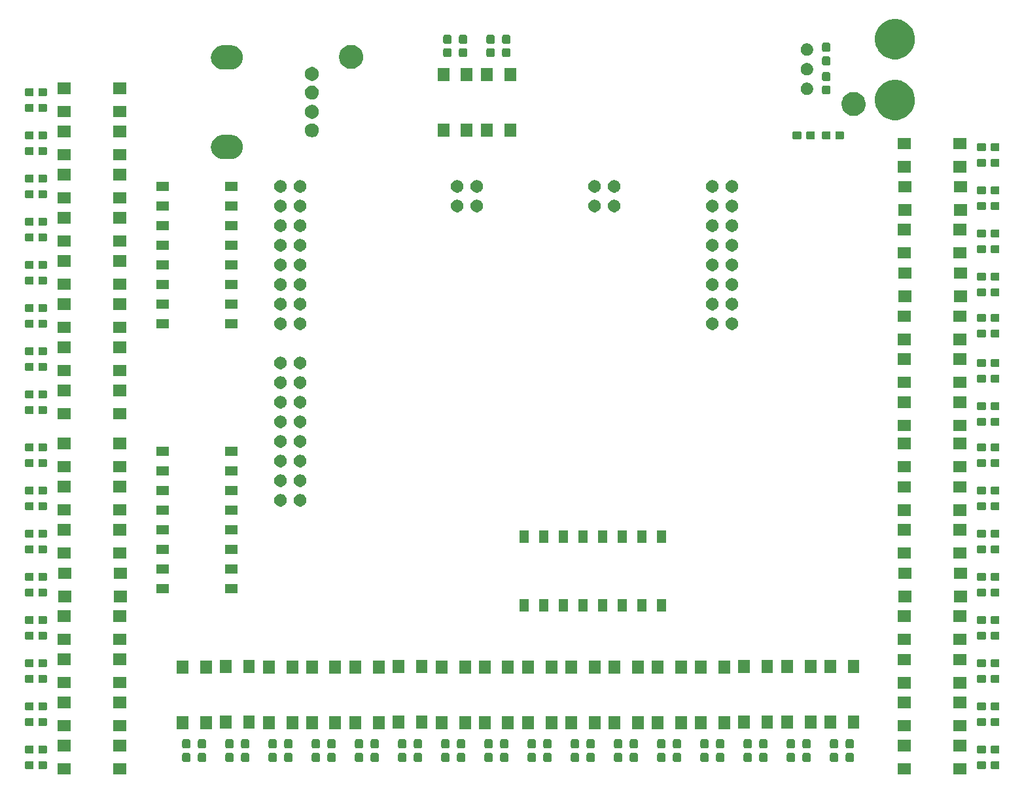
<source format=gbr>
G04 #@! TF.GenerationSoftware,KiCad,Pcbnew,(5.0.2)-1*
G04 #@! TF.CreationDate,2020-01-11T13:29:28-06:00*
G04 #@! TF.ProjectId,TM4C129 Breakout Tester,544d3443-3132-4392-9042-7265616b6f75,rev?*
G04 #@! TF.SameCoordinates,Original*
G04 #@! TF.FileFunction,Soldermask,Top*
G04 #@! TF.FilePolarity,Negative*
%FSLAX46Y46*%
G04 Gerber Fmt 4.6, Leading zero omitted, Abs format (unit mm)*
G04 Created by KiCad (PCBNEW (5.0.2)-1) date 1/11/2020 1:29:28 PM*
%MOMM*%
%LPD*%
G01*
G04 APERTURE LIST*
%ADD10C,0.100000*%
G04 APERTURE END LIST*
D10*
G36*
X64395000Y-151349000D02*
X62693000Y-151349000D01*
X62693000Y-149847000D01*
X64395000Y-149847000D01*
X64395000Y-151349000D01*
X64395000Y-151349000D01*
G37*
G36*
X165907000Y-151349000D02*
X164205000Y-151349000D01*
X164205000Y-149847000D01*
X165907000Y-149847000D01*
X165907000Y-151349000D01*
X165907000Y-151349000D01*
G37*
G36*
X173107000Y-151349000D02*
X171405000Y-151349000D01*
X171405000Y-149847000D01*
X173107000Y-149847000D01*
X173107000Y-151349000D01*
X173107000Y-151349000D01*
G37*
G36*
X57195000Y-151349000D02*
X55493000Y-151349000D01*
X55493000Y-149847000D01*
X57195000Y-149847000D01*
X57195000Y-151349000D01*
X57195000Y-151349000D01*
G37*
G36*
X52230499Y-149592445D02*
X52267993Y-149603819D01*
X52302557Y-149622294D01*
X52332847Y-149647153D01*
X52357706Y-149677443D01*
X52376181Y-149712007D01*
X52387555Y-149749501D01*
X52392000Y-149794638D01*
X52392000Y-150433362D01*
X52387555Y-150478499D01*
X52376181Y-150515993D01*
X52357706Y-150550557D01*
X52332847Y-150580847D01*
X52302557Y-150605706D01*
X52267993Y-150624181D01*
X52230499Y-150635555D01*
X52185362Y-150640000D01*
X51446638Y-150640000D01*
X51401501Y-150635555D01*
X51364007Y-150624181D01*
X51329443Y-150605706D01*
X51299153Y-150580847D01*
X51274294Y-150550557D01*
X51255819Y-150515993D01*
X51244445Y-150478499D01*
X51240000Y-150433362D01*
X51240000Y-149794638D01*
X51244445Y-149749501D01*
X51255819Y-149712007D01*
X51274294Y-149677443D01*
X51299153Y-149647153D01*
X51329443Y-149622294D01*
X51364007Y-149603819D01*
X51401501Y-149592445D01*
X51446638Y-149588000D01*
X52185362Y-149588000D01*
X52230499Y-149592445D01*
X52230499Y-149592445D01*
G37*
G36*
X53980499Y-149592445D02*
X54017993Y-149603819D01*
X54052557Y-149622294D01*
X54082847Y-149647153D01*
X54107706Y-149677443D01*
X54126181Y-149712007D01*
X54137555Y-149749501D01*
X54142000Y-149794638D01*
X54142000Y-150433362D01*
X54137555Y-150478499D01*
X54126181Y-150515993D01*
X54107706Y-150550557D01*
X54082847Y-150580847D01*
X54052557Y-150605706D01*
X54017993Y-150624181D01*
X53980499Y-150635555D01*
X53935362Y-150640000D01*
X53196638Y-150640000D01*
X53151501Y-150635555D01*
X53114007Y-150624181D01*
X53079443Y-150605706D01*
X53049153Y-150580847D01*
X53024294Y-150550557D01*
X53005819Y-150515993D01*
X52994445Y-150478499D01*
X52990000Y-150433362D01*
X52990000Y-149794638D01*
X52994445Y-149749501D01*
X53005819Y-149712007D01*
X53024294Y-149677443D01*
X53049153Y-149647153D01*
X53079443Y-149622294D01*
X53114007Y-149603819D01*
X53151501Y-149592445D01*
X53196638Y-149588000D01*
X53935362Y-149588000D01*
X53980499Y-149592445D01*
X53980499Y-149592445D01*
G37*
G36*
X177198499Y-149592445D02*
X177235993Y-149603819D01*
X177270557Y-149622294D01*
X177300847Y-149647153D01*
X177325706Y-149677443D01*
X177344181Y-149712007D01*
X177355555Y-149749501D01*
X177360000Y-149794638D01*
X177360000Y-150433362D01*
X177355555Y-150478499D01*
X177344181Y-150515993D01*
X177325706Y-150550557D01*
X177300847Y-150580847D01*
X177270557Y-150605706D01*
X177235993Y-150624181D01*
X177198499Y-150635555D01*
X177153362Y-150640000D01*
X176414638Y-150640000D01*
X176369501Y-150635555D01*
X176332007Y-150624181D01*
X176297443Y-150605706D01*
X176267153Y-150580847D01*
X176242294Y-150550557D01*
X176223819Y-150515993D01*
X176212445Y-150478499D01*
X176208000Y-150433362D01*
X176208000Y-149794638D01*
X176212445Y-149749501D01*
X176223819Y-149712007D01*
X176242294Y-149677443D01*
X176267153Y-149647153D01*
X176297443Y-149622294D01*
X176332007Y-149603819D01*
X176369501Y-149592445D01*
X176414638Y-149588000D01*
X177153362Y-149588000D01*
X177198499Y-149592445D01*
X177198499Y-149592445D01*
G37*
G36*
X175448499Y-149592445D02*
X175485993Y-149603819D01*
X175520557Y-149622294D01*
X175550847Y-149647153D01*
X175575706Y-149677443D01*
X175594181Y-149712007D01*
X175605555Y-149749501D01*
X175610000Y-149794638D01*
X175610000Y-150433362D01*
X175605555Y-150478499D01*
X175594181Y-150515993D01*
X175575706Y-150550557D01*
X175550847Y-150580847D01*
X175520557Y-150605706D01*
X175485993Y-150624181D01*
X175448499Y-150635555D01*
X175403362Y-150640000D01*
X174664638Y-150640000D01*
X174619501Y-150635555D01*
X174582007Y-150624181D01*
X174547443Y-150605706D01*
X174517153Y-150580847D01*
X174492294Y-150550557D01*
X174473819Y-150515993D01*
X174462445Y-150478499D01*
X174458000Y-150433362D01*
X174458000Y-149794638D01*
X174462445Y-149749501D01*
X174473819Y-149712007D01*
X174492294Y-149677443D01*
X174517153Y-149647153D01*
X174547443Y-149622294D01*
X174582007Y-149603819D01*
X174619501Y-149592445D01*
X174664638Y-149588000D01*
X175403362Y-149588000D01*
X175448499Y-149592445D01*
X175448499Y-149592445D01*
G37*
G36*
X108060499Y-148526445D02*
X108097993Y-148537819D01*
X108132557Y-148556294D01*
X108162847Y-148581153D01*
X108187706Y-148611443D01*
X108206181Y-148646007D01*
X108217555Y-148683501D01*
X108222000Y-148728638D01*
X108222000Y-149467362D01*
X108217555Y-149512499D01*
X108206181Y-149549993D01*
X108187706Y-149584557D01*
X108162847Y-149614847D01*
X108132557Y-149639706D01*
X108097993Y-149658181D01*
X108060499Y-149669555D01*
X108015362Y-149674000D01*
X107376638Y-149674000D01*
X107331501Y-149669555D01*
X107294007Y-149658181D01*
X107259443Y-149639706D01*
X107229153Y-149614847D01*
X107204294Y-149584557D01*
X107185819Y-149549993D01*
X107174445Y-149512499D01*
X107170000Y-149467362D01*
X107170000Y-148728638D01*
X107174445Y-148683501D01*
X107185819Y-148646007D01*
X107204294Y-148611443D01*
X107229153Y-148581153D01*
X107259443Y-148556294D01*
X107294007Y-148537819D01*
X107331501Y-148526445D01*
X107376638Y-148522000D01*
X108015362Y-148522000D01*
X108060499Y-148526445D01*
X108060499Y-148526445D01*
G37*
G36*
X136000499Y-148526445D02*
X136037993Y-148537819D01*
X136072557Y-148556294D01*
X136102847Y-148581153D01*
X136127706Y-148611443D01*
X136146181Y-148646007D01*
X136157555Y-148683501D01*
X136162000Y-148728638D01*
X136162000Y-149467362D01*
X136157555Y-149512499D01*
X136146181Y-149549993D01*
X136127706Y-149584557D01*
X136102847Y-149614847D01*
X136072557Y-149639706D01*
X136037993Y-149658181D01*
X136000499Y-149669555D01*
X135955362Y-149674000D01*
X135316638Y-149674000D01*
X135271501Y-149669555D01*
X135234007Y-149658181D01*
X135199443Y-149639706D01*
X135169153Y-149614847D01*
X135144294Y-149584557D01*
X135125819Y-149549993D01*
X135114445Y-149512499D01*
X135110000Y-149467362D01*
X135110000Y-148728638D01*
X135114445Y-148683501D01*
X135125819Y-148646007D01*
X135144294Y-148611443D01*
X135169153Y-148581153D01*
X135199443Y-148556294D01*
X135234007Y-148537819D01*
X135271501Y-148526445D01*
X135316638Y-148522000D01*
X135955362Y-148522000D01*
X136000499Y-148526445D01*
X136000499Y-148526445D01*
G37*
G36*
X102472499Y-148526445D02*
X102509993Y-148537819D01*
X102544557Y-148556294D01*
X102574847Y-148581153D01*
X102599706Y-148611443D01*
X102618181Y-148646007D01*
X102629555Y-148683501D01*
X102634000Y-148728638D01*
X102634000Y-149467362D01*
X102629555Y-149512499D01*
X102618181Y-149549993D01*
X102599706Y-149584557D01*
X102574847Y-149614847D01*
X102544557Y-149639706D01*
X102509993Y-149658181D01*
X102472499Y-149669555D01*
X102427362Y-149674000D01*
X101788638Y-149674000D01*
X101743501Y-149669555D01*
X101706007Y-149658181D01*
X101671443Y-149639706D01*
X101641153Y-149614847D01*
X101616294Y-149584557D01*
X101597819Y-149549993D01*
X101586445Y-149512499D01*
X101582000Y-149467362D01*
X101582000Y-148728638D01*
X101586445Y-148683501D01*
X101597819Y-148646007D01*
X101616294Y-148611443D01*
X101641153Y-148581153D01*
X101671443Y-148556294D01*
X101706007Y-148537819D01*
X101743501Y-148526445D01*
X101788638Y-148522000D01*
X102427362Y-148522000D01*
X102472499Y-148526445D01*
X102472499Y-148526445D01*
G37*
G36*
X96884499Y-148526445D02*
X96921993Y-148537819D01*
X96956557Y-148556294D01*
X96986847Y-148581153D01*
X97011706Y-148611443D01*
X97030181Y-148646007D01*
X97041555Y-148683501D01*
X97046000Y-148728638D01*
X97046000Y-149467362D01*
X97041555Y-149512499D01*
X97030181Y-149549993D01*
X97011706Y-149584557D01*
X96986847Y-149614847D01*
X96956557Y-149639706D01*
X96921993Y-149658181D01*
X96884499Y-149669555D01*
X96839362Y-149674000D01*
X96200638Y-149674000D01*
X96155501Y-149669555D01*
X96118007Y-149658181D01*
X96083443Y-149639706D01*
X96053153Y-149614847D01*
X96028294Y-149584557D01*
X96009819Y-149549993D01*
X95998445Y-149512499D01*
X95994000Y-149467362D01*
X95994000Y-148728638D01*
X95998445Y-148683501D01*
X96009819Y-148646007D01*
X96028294Y-148611443D01*
X96053153Y-148581153D01*
X96083443Y-148556294D01*
X96118007Y-148537819D01*
X96155501Y-148526445D01*
X96200638Y-148522000D01*
X96839362Y-148522000D01*
X96884499Y-148526445D01*
X96884499Y-148526445D01*
G37*
G36*
X91296499Y-148526445D02*
X91333993Y-148537819D01*
X91368557Y-148556294D01*
X91398847Y-148581153D01*
X91423706Y-148611443D01*
X91442181Y-148646007D01*
X91453555Y-148683501D01*
X91458000Y-148728638D01*
X91458000Y-149467362D01*
X91453555Y-149512499D01*
X91442181Y-149549993D01*
X91423706Y-149584557D01*
X91398847Y-149614847D01*
X91368557Y-149639706D01*
X91333993Y-149658181D01*
X91296499Y-149669555D01*
X91251362Y-149674000D01*
X90612638Y-149674000D01*
X90567501Y-149669555D01*
X90530007Y-149658181D01*
X90495443Y-149639706D01*
X90465153Y-149614847D01*
X90440294Y-149584557D01*
X90421819Y-149549993D01*
X90410445Y-149512499D01*
X90406000Y-149467362D01*
X90406000Y-148728638D01*
X90410445Y-148683501D01*
X90421819Y-148646007D01*
X90440294Y-148611443D01*
X90465153Y-148581153D01*
X90495443Y-148556294D01*
X90530007Y-148537819D01*
X90567501Y-148526445D01*
X90612638Y-148522000D01*
X91251362Y-148522000D01*
X91296499Y-148526445D01*
X91296499Y-148526445D01*
G37*
G36*
X85708499Y-148526445D02*
X85745993Y-148537819D01*
X85780557Y-148556294D01*
X85810847Y-148581153D01*
X85835706Y-148611443D01*
X85854181Y-148646007D01*
X85865555Y-148683501D01*
X85870000Y-148728638D01*
X85870000Y-149467362D01*
X85865555Y-149512499D01*
X85854181Y-149549993D01*
X85835706Y-149584557D01*
X85810847Y-149614847D01*
X85780557Y-149639706D01*
X85745993Y-149658181D01*
X85708499Y-149669555D01*
X85663362Y-149674000D01*
X85024638Y-149674000D01*
X84979501Y-149669555D01*
X84942007Y-149658181D01*
X84907443Y-149639706D01*
X84877153Y-149614847D01*
X84852294Y-149584557D01*
X84833819Y-149549993D01*
X84822445Y-149512499D01*
X84818000Y-149467362D01*
X84818000Y-148728638D01*
X84822445Y-148683501D01*
X84833819Y-148646007D01*
X84852294Y-148611443D01*
X84877153Y-148581153D01*
X84907443Y-148556294D01*
X84942007Y-148537819D01*
X84979501Y-148526445D01*
X85024638Y-148522000D01*
X85663362Y-148522000D01*
X85708499Y-148526445D01*
X85708499Y-148526445D01*
G37*
G36*
X80120499Y-148526445D02*
X80157993Y-148537819D01*
X80192557Y-148556294D01*
X80222847Y-148581153D01*
X80247706Y-148611443D01*
X80266181Y-148646007D01*
X80277555Y-148683501D01*
X80282000Y-148728638D01*
X80282000Y-149467362D01*
X80277555Y-149512499D01*
X80266181Y-149549993D01*
X80247706Y-149584557D01*
X80222847Y-149614847D01*
X80192557Y-149639706D01*
X80157993Y-149658181D01*
X80120499Y-149669555D01*
X80075362Y-149674000D01*
X79436638Y-149674000D01*
X79391501Y-149669555D01*
X79354007Y-149658181D01*
X79319443Y-149639706D01*
X79289153Y-149614847D01*
X79264294Y-149584557D01*
X79245819Y-149549993D01*
X79234445Y-149512499D01*
X79230000Y-149467362D01*
X79230000Y-148728638D01*
X79234445Y-148683501D01*
X79245819Y-148646007D01*
X79264294Y-148611443D01*
X79289153Y-148581153D01*
X79319443Y-148556294D01*
X79354007Y-148537819D01*
X79391501Y-148526445D01*
X79436638Y-148522000D01*
X80075362Y-148522000D01*
X80120499Y-148526445D01*
X80120499Y-148526445D01*
G37*
G36*
X74532499Y-148526445D02*
X74569993Y-148537819D01*
X74604557Y-148556294D01*
X74634847Y-148581153D01*
X74659706Y-148611443D01*
X74678181Y-148646007D01*
X74689555Y-148683501D01*
X74694000Y-148728638D01*
X74694000Y-149467362D01*
X74689555Y-149512499D01*
X74678181Y-149549993D01*
X74659706Y-149584557D01*
X74634847Y-149614847D01*
X74604557Y-149639706D01*
X74569993Y-149658181D01*
X74532499Y-149669555D01*
X74487362Y-149674000D01*
X73848638Y-149674000D01*
X73803501Y-149669555D01*
X73766007Y-149658181D01*
X73731443Y-149639706D01*
X73701153Y-149614847D01*
X73676294Y-149584557D01*
X73657819Y-149549993D01*
X73646445Y-149512499D01*
X73642000Y-149467362D01*
X73642000Y-148728638D01*
X73646445Y-148683501D01*
X73657819Y-148646007D01*
X73676294Y-148611443D01*
X73701153Y-148581153D01*
X73731443Y-148556294D01*
X73766007Y-148537819D01*
X73803501Y-148526445D01*
X73848638Y-148522000D01*
X74487362Y-148522000D01*
X74532499Y-148526445D01*
X74532499Y-148526445D01*
G37*
G36*
X158352499Y-148526445D02*
X158389993Y-148537819D01*
X158424557Y-148556294D01*
X158454847Y-148581153D01*
X158479706Y-148611443D01*
X158498181Y-148646007D01*
X158509555Y-148683501D01*
X158514000Y-148728638D01*
X158514000Y-149467362D01*
X158509555Y-149512499D01*
X158498181Y-149549993D01*
X158479706Y-149584557D01*
X158454847Y-149614847D01*
X158424557Y-149639706D01*
X158389993Y-149658181D01*
X158352499Y-149669555D01*
X158307362Y-149674000D01*
X157668638Y-149674000D01*
X157623501Y-149669555D01*
X157586007Y-149658181D01*
X157551443Y-149639706D01*
X157521153Y-149614847D01*
X157496294Y-149584557D01*
X157477819Y-149549993D01*
X157466445Y-149512499D01*
X157462000Y-149467362D01*
X157462000Y-148728638D01*
X157466445Y-148683501D01*
X157477819Y-148646007D01*
X157496294Y-148611443D01*
X157521153Y-148581153D01*
X157551443Y-148556294D01*
X157586007Y-148537819D01*
X157623501Y-148526445D01*
X157668638Y-148522000D01*
X158307362Y-148522000D01*
X158352499Y-148526445D01*
X158352499Y-148526445D01*
G37*
G36*
X100440499Y-148526445D02*
X100477993Y-148537819D01*
X100512557Y-148556294D01*
X100542847Y-148581153D01*
X100567706Y-148611443D01*
X100586181Y-148646007D01*
X100597555Y-148683501D01*
X100602000Y-148728638D01*
X100602000Y-149467362D01*
X100597555Y-149512499D01*
X100586181Y-149549993D01*
X100567706Y-149584557D01*
X100542847Y-149614847D01*
X100512557Y-149639706D01*
X100477993Y-149658181D01*
X100440499Y-149669555D01*
X100395362Y-149674000D01*
X99756638Y-149674000D01*
X99711501Y-149669555D01*
X99674007Y-149658181D01*
X99639443Y-149639706D01*
X99609153Y-149614847D01*
X99584294Y-149584557D01*
X99565819Y-149549993D01*
X99554445Y-149512499D01*
X99550000Y-149467362D01*
X99550000Y-148728638D01*
X99554445Y-148683501D01*
X99565819Y-148646007D01*
X99584294Y-148611443D01*
X99609153Y-148581153D01*
X99639443Y-148556294D01*
X99674007Y-148537819D01*
X99711501Y-148526445D01*
X99756638Y-148522000D01*
X100395362Y-148522000D01*
X100440499Y-148526445D01*
X100440499Y-148526445D01*
G37*
G36*
X147176499Y-148526445D02*
X147213993Y-148537819D01*
X147248557Y-148556294D01*
X147278847Y-148581153D01*
X147303706Y-148611443D01*
X147322181Y-148646007D01*
X147333555Y-148683501D01*
X147338000Y-148728638D01*
X147338000Y-149467362D01*
X147333555Y-149512499D01*
X147322181Y-149549993D01*
X147303706Y-149584557D01*
X147278847Y-149614847D01*
X147248557Y-149639706D01*
X147213993Y-149658181D01*
X147176499Y-149669555D01*
X147131362Y-149674000D01*
X146492638Y-149674000D01*
X146447501Y-149669555D01*
X146410007Y-149658181D01*
X146375443Y-149639706D01*
X146345153Y-149614847D01*
X146320294Y-149584557D01*
X146301819Y-149549993D01*
X146290445Y-149512499D01*
X146286000Y-149467362D01*
X146286000Y-148728638D01*
X146290445Y-148683501D01*
X146301819Y-148646007D01*
X146320294Y-148611443D01*
X146345153Y-148581153D01*
X146375443Y-148556294D01*
X146410007Y-148537819D01*
X146447501Y-148526445D01*
X146492638Y-148522000D01*
X147131362Y-148522000D01*
X147176499Y-148526445D01*
X147176499Y-148526445D01*
G37*
G36*
X141588499Y-148526445D02*
X141625993Y-148537819D01*
X141660557Y-148556294D01*
X141690847Y-148581153D01*
X141715706Y-148611443D01*
X141734181Y-148646007D01*
X141745555Y-148683501D01*
X141750000Y-148728638D01*
X141750000Y-149467362D01*
X141745555Y-149512499D01*
X141734181Y-149549993D01*
X141715706Y-149584557D01*
X141690847Y-149614847D01*
X141660557Y-149639706D01*
X141625993Y-149658181D01*
X141588499Y-149669555D01*
X141543362Y-149674000D01*
X140904638Y-149674000D01*
X140859501Y-149669555D01*
X140822007Y-149658181D01*
X140787443Y-149639706D01*
X140757153Y-149614847D01*
X140732294Y-149584557D01*
X140713819Y-149549993D01*
X140702445Y-149512499D01*
X140698000Y-149467362D01*
X140698000Y-148728638D01*
X140702445Y-148683501D01*
X140713819Y-148646007D01*
X140732294Y-148611443D01*
X140757153Y-148581153D01*
X140787443Y-148556294D01*
X140822007Y-148537819D01*
X140859501Y-148526445D01*
X140904638Y-148522000D01*
X141543362Y-148522000D01*
X141588499Y-148526445D01*
X141588499Y-148526445D01*
G37*
G36*
X130412499Y-148526445D02*
X130449993Y-148537819D01*
X130484557Y-148556294D01*
X130514847Y-148581153D01*
X130539706Y-148611443D01*
X130558181Y-148646007D01*
X130569555Y-148683501D01*
X130574000Y-148728638D01*
X130574000Y-149467362D01*
X130569555Y-149512499D01*
X130558181Y-149549993D01*
X130539706Y-149584557D01*
X130514847Y-149614847D01*
X130484557Y-149639706D01*
X130449993Y-149658181D01*
X130412499Y-149669555D01*
X130367362Y-149674000D01*
X129728638Y-149674000D01*
X129683501Y-149669555D01*
X129646007Y-149658181D01*
X129611443Y-149639706D01*
X129581153Y-149614847D01*
X129556294Y-149584557D01*
X129537819Y-149549993D01*
X129526445Y-149512499D01*
X129522000Y-149467362D01*
X129522000Y-148728638D01*
X129526445Y-148683501D01*
X129537819Y-148646007D01*
X129556294Y-148611443D01*
X129581153Y-148581153D01*
X129611443Y-148556294D01*
X129646007Y-148537819D01*
X129683501Y-148526445D01*
X129728638Y-148522000D01*
X130367362Y-148522000D01*
X130412499Y-148526445D01*
X130412499Y-148526445D01*
G37*
G36*
X124824499Y-148526445D02*
X124861993Y-148537819D01*
X124896557Y-148556294D01*
X124926847Y-148581153D01*
X124951706Y-148611443D01*
X124970181Y-148646007D01*
X124981555Y-148683501D01*
X124986000Y-148728638D01*
X124986000Y-149467362D01*
X124981555Y-149512499D01*
X124970181Y-149549993D01*
X124951706Y-149584557D01*
X124926847Y-149614847D01*
X124896557Y-149639706D01*
X124861993Y-149658181D01*
X124824499Y-149669555D01*
X124779362Y-149674000D01*
X124140638Y-149674000D01*
X124095501Y-149669555D01*
X124058007Y-149658181D01*
X124023443Y-149639706D01*
X123993153Y-149614847D01*
X123968294Y-149584557D01*
X123949819Y-149549993D01*
X123938445Y-149512499D01*
X123934000Y-149467362D01*
X123934000Y-148728638D01*
X123938445Y-148683501D01*
X123949819Y-148646007D01*
X123968294Y-148611443D01*
X123993153Y-148581153D01*
X124023443Y-148556294D01*
X124058007Y-148537819D01*
X124095501Y-148526445D01*
X124140638Y-148522000D01*
X124779362Y-148522000D01*
X124824499Y-148526445D01*
X124824499Y-148526445D01*
G37*
G36*
X119236499Y-148526445D02*
X119273993Y-148537819D01*
X119308557Y-148556294D01*
X119338847Y-148581153D01*
X119363706Y-148611443D01*
X119382181Y-148646007D01*
X119393555Y-148683501D01*
X119398000Y-148728638D01*
X119398000Y-149467362D01*
X119393555Y-149512499D01*
X119382181Y-149549993D01*
X119363706Y-149584557D01*
X119338847Y-149614847D01*
X119308557Y-149639706D01*
X119273993Y-149658181D01*
X119236499Y-149669555D01*
X119191362Y-149674000D01*
X118552638Y-149674000D01*
X118507501Y-149669555D01*
X118470007Y-149658181D01*
X118435443Y-149639706D01*
X118405153Y-149614847D01*
X118380294Y-149584557D01*
X118361819Y-149549993D01*
X118350445Y-149512499D01*
X118346000Y-149467362D01*
X118346000Y-148728638D01*
X118350445Y-148683501D01*
X118361819Y-148646007D01*
X118380294Y-148611443D01*
X118405153Y-148581153D01*
X118435443Y-148556294D01*
X118470007Y-148537819D01*
X118507501Y-148526445D01*
X118552638Y-148522000D01*
X119191362Y-148522000D01*
X119236499Y-148526445D01*
X119236499Y-148526445D01*
G37*
G36*
X111616499Y-148526445D02*
X111653993Y-148537819D01*
X111688557Y-148556294D01*
X111718847Y-148581153D01*
X111743706Y-148611443D01*
X111762181Y-148646007D01*
X111773555Y-148683501D01*
X111778000Y-148728638D01*
X111778000Y-149467362D01*
X111773555Y-149512499D01*
X111762181Y-149549993D01*
X111743706Y-149584557D01*
X111718847Y-149614847D01*
X111688557Y-149639706D01*
X111653993Y-149658181D01*
X111616499Y-149669555D01*
X111571362Y-149674000D01*
X110932638Y-149674000D01*
X110887501Y-149669555D01*
X110850007Y-149658181D01*
X110815443Y-149639706D01*
X110785153Y-149614847D01*
X110760294Y-149584557D01*
X110741819Y-149549993D01*
X110730445Y-149512499D01*
X110726000Y-149467362D01*
X110726000Y-148728638D01*
X110730445Y-148683501D01*
X110741819Y-148646007D01*
X110760294Y-148611443D01*
X110785153Y-148581153D01*
X110815443Y-148556294D01*
X110850007Y-148537819D01*
X110887501Y-148526445D01*
X110932638Y-148522000D01*
X111571362Y-148522000D01*
X111616499Y-148526445D01*
X111616499Y-148526445D01*
G37*
G36*
X122792499Y-148526445D02*
X122829993Y-148537819D01*
X122864557Y-148556294D01*
X122894847Y-148581153D01*
X122919706Y-148611443D01*
X122938181Y-148646007D01*
X122949555Y-148683501D01*
X122954000Y-148728638D01*
X122954000Y-149467362D01*
X122949555Y-149512499D01*
X122938181Y-149549993D01*
X122919706Y-149584557D01*
X122894847Y-149614847D01*
X122864557Y-149639706D01*
X122829993Y-149658181D01*
X122792499Y-149669555D01*
X122747362Y-149674000D01*
X122108638Y-149674000D01*
X122063501Y-149669555D01*
X122026007Y-149658181D01*
X121991443Y-149639706D01*
X121961153Y-149614847D01*
X121936294Y-149584557D01*
X121917819Y-149549993D01*
X121906445Y-149512499D01*
X121902000Y-149467362D01*
X121902000Y-148728638D01*
X121906445Y-148683501D01*
X121917819Y-148646007D01*
X121936294Y-148611443D01*
X121961153Y-148581153D01*
X121991443Y-148556294D01*
X122026007Y-148537819D01*
X122063501Y-148526445D01*
X122108638Y-148522000D01*
X122747362Y-148522000D01*
X122792499Y-148526445D01*
X122792499Y-148526445D01*
G37*
G36*
X152764499Y-148526445D02*
X152801993Y-148537819D01*
X152836557Y-148556294D01*
X152866847Y-148581153D01*
X152891706Y-148611443D01*
X152910181Y-148646007D01*
X152921555Y-148683501D01*
X152926000Y-148728638D01*
X152926000Y-149467362D01*
X152921555Y-149512499D01*
X152910181Y-149549993D01*
X152891706Y-149584557D01*
X152866847Y-149614847D01*
X152836557Y-149639706D01*
X152801993Y-149658181D01*
X152764499Y-149669555D01*
X152719362Y-149674000D01*
X152080638Y-149674000D01*
X152035501Y-149669555D01*
X151998007Y-149658181D01*
X151963443Y-149639706D01*
X151933153Y-149614847D01*
X151908294Y-149584557D01*
X151889819Y-149549993D01*
X151878445Y-149512499D01*
X151874000Y-149467362D01*
X151874000Y-148728638D01*
X151878445Y-148683501D01*
X151889819Y-148646007D01*
X151908294Y-148611443D01*
X151933153Y-148581153D01*
X151963443Y-148556294D01*
X151998007Y-148537819D01*
X152035501Y-148526445D01*
X152080638Y-148522000D01*
X152719362Y-148522000D01*
X152764499Y-148526445D01*
X152764499Y-148526445D01*
G37*
G36*
X94852499Y-148526445D02*
X94889993Y-148537819D01*
X94924557Y-148556294D01*
X94954847Y-148581153D01*
X94979706Y-148611443D01*
X94998181Y-148646007D01*
X95009555Y-148683501D01*
X95014000Y-148728638D01*
X95014000Y-149467362D01*
X95009555Y-149512499D01*
X94998181Y-149549993D01*
X94979706Y-149584557D01*
X94954847Y-149614847D01*
X94924557Y-149639706D01*
X94889993Y-149658181D01*
X94852499Y-149669555D01*
X94807362Y-149674000D01*
X94168638Y-149674000D01*
X94123501Y-149669555D01*
X94086007Y-149658181D01*
X94051443Y-149639706D01*
X94021153Y-149614847D01*
X93996294Y-149584557D01*
X93977819Y-149549993D01*
X93966445Y-149512499D01*
X93962000Y-149467362D01*
X93962000Y-148728638D01*
X93966445Y-148683501D01*
X93977819Y-148646007D01*
X93996294Y-148611443D01*
X94021153Y-148581153D01*
X94051443Y-148556294D01*
X94086007Y-148537819D01*
X94123501Y-148526445D01*
X94168638Y-148522000D01*
X94807362Y-148522000D01*
X94852499Y-148526445D01*
X94852499Y-148526445D01*
G37*
G36*
X89264499Y-148526445D02*
X89301993Y-148537819D01*
X89336557Y-148556294D01*
X89366847Y-148581153D01*
X89391706Y-148611443D01*
X89410181Y-148646007D01*
X89421555Y-148683501D01*
X89426000Y-148728638D01*
X89426000Y-149467362D01*
X89421555Y-149512499D01*
X89410181Y-149549993D01*
X89391706Y-149584557D01*
X89366847Y-149614847D01*
X89336557Y-149639706D01*
X89301993Y-149658181D01*
X89264499Y-149669555D01*
X89219362Y-149674000D01*
X88580638Y-149674000D01*
X88535501Y-149669555D01*
X88498007Y-149658181D01*
X88463443Y-149639706D01*
X88433153Y-149614847D01*
X88408294Y-149584557D01*
X88389819Y-149549993D01*
X88378445Y-149512499D01*
X88374000Y-149467362D01*
X88374000Y-148728638D01*
X88378445Y-148683501D01*
X88389819Y-148646007D01*
X88408294Y-148611443D01*
X88433153Y-148581153D01*
X88463443Y-148556294D01*
X88498007Y-148537819D01*
X88535501Y-148526445D01*
X88580638Y-148522000D01*
X89219362Y-148522000D01*
X89264499Y-148526445D01*
X89264499Y-148526445D01*
G37*
G36*
X83676499Y-148526445D02*
X83713993Y-148537819D01*
X83748557Y-148556294D01*
X83778847Y-148581153D01*
X83803706Y-148611443D01*
X83822181Y-148646007D01*
X83833555Y-148683501D01*
X83838000Y-148728638D01*
X83838000Y-149467362D01*
X83833555Y-149512499D01*
X83822181Y-149549993D01*
X83803706Y-149584557D01*
X83778847Y-149614847D01*
X83748557Y-149639706D01*
X83713993Y-149658181D01*
X83676499Y-149669555D01*
X83631362Y-149674000D01*
X82992638Y-149674000D01*
X82947501Y-149669555D01*
X82910007Y-149658181D01*
X82875443Y-149639706D01*
X82845153Y-149614847D01*
X82820294Y-149584557D01*
X82801819Y-149549993D01*
X82790445Y-149512499D01*
X82786000Y-149467362D01*
X82786000Y-148728638D01*
X82790445Y-148683501D01*
X82801819Y-148646007D01*
X82820294Y-148611443D01*
X82845153Y-148581153D01*
X82875443Y-148556294D01*
X82910007Y-148537819D01*
X82947501Y-148526445D01*
X82992638Y-148522000D01*
X83631362Y-148522000D01*
X83676499Y-148526445D01*
X83676499Y-148526445D01*
G37*
G36*
X78088499Y-148526445D02*
X78125993Y-148537819D01*
X78160557Y-148556294D01*
X78190847Y-148581153D01*
X78215706Y-148611443D01*
X78234181Y-148646007D01*
X78245555Y-148683501D01*
X78250000Y-148728638D01*
X78250000Y-149467362D01*
X78245555Y-149512499D01*
X78234181Y-149549993D01*
X78215706Y-149584557D01*
X78190847Y-149614847D01*
X78160557Y-149639706D01*
X78125993Y-149658181D01*
X78088499Y-149669555D01*
X78043362Y-149674000D01*
X77404638Y-149674000D01*
X77359501Y-149669555D01*
X77322007Y-149658181D01*
X77287443Y-149639706D01*
X77257153Y-149614847D01*
X77232294Y-149584557D01*
X77213819Y-149549993D01*
X77202445Y-149512499D01*
X77198000Y-149467362D01*
X77198000Y-148728638D01*
X77202445Y-148683501D01*
X77213819Y-148646007D01*
X77232294Y-148611443D01*
X77257153Y-148581153D01*
X77287443Y-148556294D01*
X77322007Y-148537819D01*
X77359501Y-148526445D01*
X77404638Y-148522000D01*
X78043362Y-148522000D01*
X78088499Y-148526445D01*
X78088499Y-148526445D01*
G37*
G36*
X145144499Y-148526445D02*
X145181993Y-148537819D01*
X145216557Y-148556294D01*
X145246847Y-148581153D01*
X145271706Y-148611443D01*
X145290181Y-148646007D01*
X145301555Y-148683501D01*
X145306000Y-148728638D01*
X145306000Y-149467362D01*
X145301555Y-149512499D01*
X145290181Y-149549993D01*
X145271706Y-149584557D01*
X145246847Y-149614847D01*
X145216557Y-149639706D01*
X145181993Y-149658181D01*
X145144499Y-149669555D01*
X145099362Y-149674000D01*
X144460638Y-149674000D01*
X144415501Y-149669555D01*
X144378007Y-149658181D01*
X144343443Y-149639706D01*
X144313153Y-149614847D01*
X144288294Y-149584557D01*
X144269819Y-149549993D01*
X144258445Y-149512499D01*
X144254000Y-149467362D01*
X144254000Y-148728638D01*
X144258445Y-148683501D01*
X144269819Y-148646007D01*
X144288294Y-148611443D01*
X144313153Y-148581153D01*
X144343443Y-148556294D01*
X144378007Y-148537819D01*
X144415501Y-148526445D01*
X144460638Y-148522000D01*
X145099362Y-148522000D01*
X145144499Y-148526445D01*
X145144499Y-148526445D01*
G37*
G36*
X72500499Y-148526445D02*
X72537993Y-148537819D01*
X72572557Y-148556294D01*
X72602847Y-148581153D01*
X72627706Y-148611443D01*
X72646181Y-148646007D01*
X72657555Y-148683501D01*
X72662000Y-148728638D01*
X72662000Y-149467362D01*
X72657555Y-149512499D01*
X72646181Y-149549993D01*
X72627706Y-149584557D01*
X72602847Y-149614847D01*
X72572557Y-149639706D01*
X72537993Y-149658181D01*
X72500499Y-149669555D01*
X72455362Y-149674000D01*
X71816638Y-149674000D01*
X71771501Y-149669555D01*
X71734007Y-149658181D01*
X71699443Y-149639706D01*
X71669153Y-149614847D01*
X71644294Y-149584557D01*
X71625819Y-149549993D01*
X71614445Y-149512499D01*
X71610000Y-149467362D01*
X71610000Y-148728638D01*
X71614445Y-148683501D01*
X71625819Y-148646007D01*
X71644294Y-148611443D01*
X71669153Y-148581153D01*
X71699443Y-148556294D01*
X71734007Y-148537819D01*
X71771501Y-148526445D01*
X71816638Y-148522000D01*
X72455362Y-148522000D01*
X72500499Y-148526445D01*
X72500499Y-148526445D01*
G37*
G36*
X156320499Y-148526445D02*
X156357993Y-148537819D01*
X156392557Y-148556294D01*
X156422847Y-148581153D01*
X156447706Y-148611443D01*
X156466181Y-148646007D01*
X156477555Y-148683501D01*
X156482000Y-148728638D01*
X156482000Y-149467362D01*
X156477555Y-149512499D01*
X156466181Y-149549993D01*
X156447706Y-149584557D01*
X156422847Y-149614847D01*
X156392557Y-149639706D01*
X156357993Y-149658181D01*
X156320499Y-149669555D01*
X156275362Y-149674000D01*
X155636638Y-149674000D01*
X155591501Y-149669555D01*
X155554007Y-149658181D01*
X155519443Y-149639706D01*
X155489153Y-149614847D01*
X155464294Y-149584557D01*
X155445819Y-149549993D01*
X155434445Y-149512499D01*
X155430000Y-149467362D01*
X155430000Y-148728638D01*
X155434445Y-148683501D01*
X155445819Y-148646007D01*
X155464294Y-148611443D01*
X155489153Y-148581153D01*
X155519443Y-148556294D01*
X155554007Y-148537819D01*
X155591501Y-148526445D01*
X155636638Y-148522000D01*
X156275362Y-148522000D01*
X156320499Y-148526445D01*
X156320499Y-148526445D01*
G37*
G36*
X150732499Y-148526445D02*
X150769993Y-148537819D01*
X150804557Y-148556294D01*
X150834847Y-148581153D01*
X150859706Y-148611443D01*
X150878181Y-148646007D01*
X150889555Y-148683501D01*
X150894000Y-148728638D01*
X150894000Y-149467362D01*
X150889555Y-149512499D01*
X150878181Y-149549993D01*
X150859706Y-149584557D01*
X150834847Y-149614847D01*
X150804557Y-149639706D01*
X150769993Y-149658181D01*
X150732499Y-149669555D01*
X150687362Y-149674000D01*
X150048638Y-149674000D01*
X150003501Y-149669555D01*
X149966007Y-149658181D01*
X149931443Y-149639706D01*
X149901153Y-149614847D01*
X149876294Y-149584557D01*
X149857819Y-149549993D01*
X149846445Y-149512499D01*
X149842000Y-149467362D01*
X149842000Y-148728638D01*
X149846445Y-148683501D01*
X149857819Y-148646007D01*
X149876294Y-148611443D01*
X149901153Y-148581153D01*
X149931443Y-148556294D01*
X149966007Y-148537819D01*
X150003501Y-148526445D01*
X150048638Y-148522000D01*
X150687362Y-148522000D01*
X150732499Y-148526445D01*
X150732499Y-148526445D01*
G37*
G36*
X106028499Y-148526445D02*
X106065993Y-148537819D01*
X106100557Y-148556294D01*
X106130847Y-148581153D01*
X106155706Y-148611443D01*
X106174181Y-148646007D01*
X106185555Y-148683501D01*
X106190000Y-148728638D01*
X106190000Y-149467362D01*
X106185555Y-149512499D01*
X106174181Y-149549993D01*
X106155706Y-149584557D01*
X106130847Y-149614847D01*
X106100557Y-149639706D01*
X106065993Y-149658181D01*
X106028499Y-149669555D01*
X105983362Y-149674000D01*
X105344638Y-149674000D01*
X105299501Y-149669555D01*
X105262007Y-149658181D01*
X105227443Y-149639706D01*
X105197153Y-149614847D01*
X105172294Y-149584557D01*
X105153819Y-149549993D01*
X105142445Y-149512499D01*
X105138000Y-149467362D01*
X105138000Y-148728638D01*
X105142445Y-148683501D01*
X105153819Y-148646007D01*
X105172294Y-148611443D01*
X105197153Y-148581153D01*
X105227443Y-148556294D01*
X105262007Y-148537819D01*
X105299501Y-148526445D01*
X105344638Y-148522000D01*
X105983362Y-148522000D01*
X106028499Y-148526445D01*
X106028499Y-148526445D01*
G37*
G36*
X139556499Y-148526445D02*
X139593993Y-148537819D01*
X139628557Y-148556294D01*
X139658847Y-148581153D01*
X139683706Y-148611443D01*
X139702181Y-148646007D01*
X139713555Y-148683501D01*
X139718000Y-148728638D01*
X139718000Y-149467362D01*
X139713555Y-149512499D01*
X139702181Y-149549993D01*
X139683706Y-149584557D01*
X139658847Y-149614847D01*
X139628557Y-149639706D01*
X139593993Y-149658181D01*
X139556499Y-149669555D01*
X139511362Y-149674000D01*
X138872638Y-149674000D01*
X138827501Y-149669555D01*
X138790007Y-149658181D01*
X138755443Y-149639706D01*
X138725153Y-149614847D01*
X138700294Y-149584557D01*
X138681819Y-149549993D01*
X138670445Y-149512499D01*
X138666000Y-149467362D01*
X138666000Y-148728638D01*
X138670445Y-148683501D01*
X138681819Y-148646007D01*
X138700294Y-148611443D01*
X138725153Y-148581153D01*
X138755443Y-148556294D01*
X138790007Y-148537819D01*
X138827501Y-148526445D01*
X138872638Y-148522000D01*
X139511362Y-148522000D01*
X139556499Y-148526445D01*
X139556499Y-148526445D01*
G37*
G36*
X133968499Y-148526445D02*
X134005993Y-148537819D01*
X134040557Y-148556294D01*
X134070847Y-148581153D01*
X134095706Y-148611443D01*
X134114181Y-148646007D01*
X134125555Y-148683501D01*
X134130000Y-148728638D01*
X134130000Y-149467362D01*
X134125555Y-149512499D01*
X134114181Y-149549993D01*
X134095706Y-149584557D01*
X134070847Y-149614847D01*
X134040557Y-149639706D01*
X134005993Y-149658181D01*
X133968499Y-149669555D01*
X133923362Y-149674000D01*
X133284638Y-149674000D01*
X133239501Y-149669555D01*
X133202007Y-149658181D01*
X133167443Y-149639706D01*
X133137153Y-149614847D01*
X133112294Y-149584557D01*
X133093819Y-149549993D01*
X133082445Y-149512499D01*
X133078000Y-149467362D01*
X133078000Y-148728638D01*
X133082445Y-148683501D01*
X133093819Y-148646007D01*
X133112294Y-148611443D01*
X133137153Y-148581153D01*
X133167443Y-148556294D01*
X133202007Y-148537819D01*
X133239501Y-148526445D01*
X133284638Y-148522000D01*
X133923362Y-148522000D01*
X133968499Y-148526445D01*
X133968499Y-148526445D01*
G37*
G36*
X128380499Y-148526445D02*
X128417993Y-148537819D01*
X128452557Y-148556294D01*
X128482847Y-148581153D01*
X128507706Y-148611443D01*
X128526181Y-148646007D01*
X128537555Y-148683501D01*
X128542000Y-148728638D01*
X128542000Y-149467362D01*
X128537555Y-149512499D01*
X128526181Y-149549993D01*
X128507706Y-149584557D01*
X128482847Y-149614847D01*
X128452557Y-149639706D01*
X128417993Y-149658181D01*
X128380499Y-149669555D01*
X128335362Y-149674000D01*
X127696638Y-149674000D01*
X127651501Y-149669555D01*
X127614007Y-149658181D01*
X127579443Y-149639706D01*
X127549153Y-149614847D01*
X127524294Y-149584557D01*
X127505819Y-149549993D01*
X127494445Y-149512499D01*
X127490000Y-149467362D01*
X127490000Y-148728638D01*
X127494445Y-148683501D01*
X127505819Y-148646007D01*
X127524294Y-148611443D01*
X127549153Y-148581153D01*
X127579443Y-148556294D01*
X127614007Y-148537819D01*
X127651501Y-148526445D01*
X127696638Y-148522000D01*
X128335362Y-148522000D01*
X128380499Y-148526445D01*
X128380499Y-148526445D01*
G37*
G36*
X113648499Y-148526445D02*
X113685993Y-148537819D01*
X113720557Y-148556294D01*
X113750847Y-148581153D01*
X113775706Y-148611443D01*
X113794181Y-148646007D01*
X113805555Y-148683501D01*
X113810000Y-148728638D01*
X113810000Y-149467362D01*
X113805555Y-149512499D01*
X113794181Y-149549993D01*
X113775706Y-149584557D01*
X113750847Y-149614847D01*
X113720557Y-149639706D01*
X113685993Y-149658181D01*
X113648499Y-149669555D01*
X113603362Y-149674000D01*
X112964638Y-149674000D01*
X112919501Y-149669555D01*
X112882007Y-149658181D01*
X112847443Y-149639706D01*
X112817153Y-149614847D01*
X112792294Y-149584557D01*
X112773819Y-149549993D01*
X112762445Y-149512499D01*
X112758000Y-149467362D01*
X112758000Y-148728638D01*
X112762445Y-148683501D01*
X112773819Y-148646007D01*
X112792294Y-148611443D01*
X112817153Y-148581153D01*
X112847443Y-148556294D01*
X112882007Y-148537819D01*
X112919501Y-148526445D01*
X112964638Y-148522000D01*
X113603362Y-148522000D01*
X113648499Y-148526445D01*
X113648499Y-148526445D01*
G37*
G36*
X117204499Y-148526445D02*
X117241993Y-148537819D01*
X117276557Y-148556294D01*
X117306847Y-148581153D01*
X117331706Y-148611443D01*
X117350181Y-148646007D01*
X117361555Y-148683501D01*
X117366000Y-148728638D01*
X117366000Y-149467362D01*
X117361555Y-149512499D01*
X117350181Y-149549993D01*
X117331706Y-149584557D01*
X117306847Y-149614847D01*
X117276557Y-149639706D01*
X117241993Y-149658181D01*
X117204499Y-149669555D01*
X117159362Y-149674000D01*
X116520638Y-149674000D01*
X116475501Y-149669555D01*
X116438007Y-149658181D01*
X116403443Y-149639706D01*
X116373153Y-149614847D01*
X116348294Y-149584557D01*
X116329819Y-149549993D01*
X116318445Y-149512499D01*
X116314000Y-149467362D01*
X116314000Y-148728638D01*
X116318445Y-148683501D01*
X116329819Y-148646007D01*
X116348294Y-148611443D01*
X116373153Y-148581153D01*
X116403443Y-148556294D01*
X116438007Y-148537819D01*
X116475501Y-148526445D01*
X116520638Y-148522000D01*
X117159362Y-148522000D01*
X117204499Y-148526445D01*
X117204499Y-148526445D01*
G37*
G36*
X52230499Y-147560445D02*
X52267993Y-147571819D01*
X52302557Y-147590294D01*
X52332847Y-147615153D01*
X52357706Y-147645443D01*
X52376181Y-147680007D01*
X52387555Y-147717501D01*
X52392000Y-147762638D01*
X52392000Y-148401362D01*
X52387555Y-148446499D01*
X52376181Y-148483993D01*
X52357706Y-148518557D01*
X52332847Y-148548847D01*
X52302557Y-148573706D01*
X52267993Y-148592181D01*
X52230499Y-148603555D01*
X52185362Y-148608000D01*
X51446638Y-148608000D01*
X51401501Y-148603555D01*
X51364007Y-148592181D01*
X51329443Y-148573706D01*
X51299153Y-148548847D01*
X51274294Y-148518557D01*
X51255819Y-148483993D01*
X51244445Y-148446499D01*
X51240000Y-148401362D01*
X51240000Y-147762638D01*
X51244445Y-147717501D01*
X51255819Y-147680007D01*
X51274294Y-147645443D01*
X51299153Y-147615153D01*
X51329443Y-147590294D01*
X51364007Y-147571819D01*
X51401501Y-147560445D01*
X51446638Y-147556000D01*
X52185362Y-147556000D01*
X52230499Y-147560445D01*
X52230499Y-147560445D01*
G37*
G36*
X177198499Y-147560445D02*
X177235993Y-147571819D01*
X177270557Y-147590294D01*
X177300847Y-147615153D01*
X177325706Y-147645443D01*
X177344181Y-147680007D01*
X177355555Y-147717501D01*
X177360000Y-147762638D01*
X177360000Y-148401362D01*
X177355555Y-148446499D01*
X177344181Y-148483993D01*
X177325706Y-148518557D01*
X177300847Y-148548847D01*
X177270557Y-148573706D01*
X177235993Y-148592181D01*
X177198499Y-148603555D01*
X177153362Y-148608000D01*
X176414638Y-148608000D01*
X176369501Y-148603555D01*
X176332007Y-148592181D01*
X176297443Y-148573706D01*
X176267153Y-148548847D01*
X176242294Y-148518557D01*
X176223819Y-148483993D01*
X176212445Y-148446499D01*
X176208000Y-148401362D01*
X176208000Y-147762638D01*
X176212445Y-147717501D01*
X176223819Y-147680007D01*
X176242294Y-147645443D01*
X176267153Y-147615153D01*
X176297443Y-147590294D01*
X176332007Y-147571819D01*
X176369501Y-147560445D01*
X176414638Y-147556000D01*
X177153362Y-147556000D01*
X177198499Y-147560445D01*
X177198499Y-147560445D01*
G37*
G36*
X175448499Y-147560445D02*
X175485993Y-147571819D01*
X175520557Y-147590294D01*
X175550847Y-147615153D01*
X175575706Y-147645443D01*
X175594181Y-147680007D01*
X175605555Y-147717501D01*
X175610000Y-147762638D01*
X175610000Y-148401362D01*
X175605555Y-148446499D01*
X175594181Y-148483993D01*
X175575706Y-148518557D01*
X175550847Y-148548847D01*
X175520557Y-148573706D01*
X175485993Y-148592181D01*
X175448499Y-148603555D01*
X175403362Y-148608000D01*
X174664638Y-148608000D01*
X174619501Y-148603555D01*
X174582007Y-148592181D01*
X174547443Y-148573706D01*
X174517153Y-148548847D01*
X174492294Y-148518557D01*
X174473819Y-148483993D01*
X174462445Y-148446499D01*
X174458000Y-148401362D01*
X174458000Y-147762638D01*
X174462445Y-147717501D01*
X174473819Y-147680007D01*
X174492294Y-147645443D01*
X174517153Y-147615153D01*
X174547443Y-147590294D01*
X174582007Y-147571819D01*
X174619501Y-147560445D01*
X174664638Y-147556000D01*
X175403362Y-147556000D01*
X175448499Y-147560445D01*
X175448499Y-147560445D01*
G37*
G36*
X53980499Y-147560445D02*
X54017993Y-147571819D01*
X54052557Y-147590294D01*
X54082847Y-147615153D01*
X54107706Y-147645443D01*
X54126181Y-147680007D01*
X54137555Y-147717501D01*
X54142000Y-147762638D01*
X54142000Y-148401362D01*
X54137555Y-148446499D01*
X54126181Y-148483993D01*
X54107706Y-148518557D01*
X54082847Y-148548847D01*
X54052557Y-148573706D01*
X54017993Y-148592181D01*
X53980499Y-148603555D01*
X53935362Y-148608000D01*
X53196638Y-148608000D01*
X53151501Y-148603555D01*
X53114007Y-148592181D01*
X53079443Y-148573706D01*
X53049153Y-148548847D01*
X53024294Y-148518557D01*
X53005819Y-148483993D01*
X52994445Y-148446499D01*
X52990000Y-148401362D01*
X52990000Y-147762638D01*
X52994445Y-147717501D01*
X53005819Y-147680007D01*
X53024294Y-147645443D01*
X53049153Y-147615153D01*
X53079443Y-147590294D01*
X53114007Y-147571819D01*
X53151501Y-147560445D01*
X53196638Y-147556000D01*
X53935362Y-147556000D01*
X53980499Y-147560445D01*
X53980499Y-147560445D01*
G37*
G36*
X165907000Y-148349000D02*
X164205000Y-148349000D01*
X164205000Y-146847000D01*
X165907000Y-146847000D01*
X165907000Y-148349000D01*
X165907000Y-148349000D01*
G37*
G36*
X64395000Y-148349000D02*
X62693000Y-148349000D01*
X62693000Y-146847000D01*
X64395000Y-146847000D01*
X64395000Y-148349000D01*
X64395000Y-148349000D01*
G37*
G36*
X173107000Y-148349000D02*
X171405000Y-148349000D01*
X171405000Y-146847000D01*
X173107000Y-146847000D01*
X173107000Y-148349000D01*
X173107000Y-148349000D01*
G37*
G36*
X57195000Y-148349000D02*
X55493000Y-148349000D01*
X55493000Y-146847000D01*
X57195000Y-146847000D01*
X57195000Y-148349000D01*
X57195000Y-148349000D01*
G37*
G36*
X91296499Y-146776445D02*
X91333993Y-146787819D01*
X91368557Y-146806294D01*
X91398847Y-146831153D01*
X91423706Y-146861443D01*
X91442181Y-146896007D01*
X91453555Y-146933501D01*
X91458000Y-146978638D01*
X91458000Y-147717362D01*
X91453555Y-147762499D01*
X91442181Y-147799993D01*
X91423706Y-147834557D01*
X91398847Y-147864847D01*
X91368557Y-147889706D01*
X91333993Y-147908181D01*
X91296499Y-147919555D01*
X91251362Y-147924000D01*
X90612638Y-147924000D01*
X90567501Y-147919555D01*
X90530007Y-147908181D01*
X90495443Y-147889706D01*
X90465153Y-147864847D01*
X90440294Y-147834557D01*
X90421819Y-147799993D01*
X90410445Y-147762499D01*
X90406000Y-147717362D01*
X90406000Y-146978638D01*
X90410445Y-146933501D01*
X90421819Y-146896007D01*
X90440294Y-146861443D01*
X90465153Y-146831153D01*
X90495443Y-146806294D01*
X90530007Y-146787819D01*
X90567501Y-146776445D01*
X90612638Y-146772000D01*
X91251362Y-146772000D01*
X91296499Y-146776445D01*
X91296499Y-146776445D01*
G37*
G36*
X72500499Y-146776445D02*
X72537993Y-146787819D01*
X72572557Y-146806294D01*
X72602847Y-146831153D01*
X72627706Y-146861443D01*
X72646181Y-146896007D01*
X72657555Y-146933501D01*
X72662000Y-146978638D01*
X72662000Y-147717362D01*
X72657555Y-147762499D01*
X72646181Y-147799993D01*
X72627706Y-147834557D01*
X72602847Y-147864847D01*
X72572557Y-147889706D01*
X72537993Y-147908181D01*
X72500499Y-147919555D01*
X72455362Y-147924000D01*
X71816638Y-147924000D01*
X71771501Y-147919555D01*
X71734007Y-147908181D01*
X71699443Y-147889706D01*
X71669153Y-147864847D01*
X71644294Y-147834557D01*
X71625819Y-147799993D01*
X71614445Y-147762499D01*
X71610000Y-147717362D01*
X71610000Y-146978638D01*
X71614445Y-146933501D01*
X71625819Y-146896007D01*
X71644294Y-146861443D01*
X71669153Y-146831153D01*
X71699443Y-146806294D01*
X71734007Y-146787819D01*
X71771501Y-146776445D01*
X71816638Y-146772000D01*
X72455362Y-146772000D01*
X72500499Y-146776445D01*
X72500499Y-146776445D01*
G37*
G36*
X74532499Y-146776445D02*
X74569993Y-146787819D01*
X74604557Y-146806294D01*
X74634847Y-146831153D01*
X74659706Y-146861443D01*
X74678181Y-146896007D01*
X74689555Y-146933501D01*
X74694000Y-146978638D01*
X74694000Y-147717362D01*
X74689555Y-147762499D01*
X74678181Y-147799993D01*
X74659706Y-147834557D01*
X74634847Y-147864847D01*
X74604557Y-147889706D01*
X74569993Y-147908181D01*
X74532499Y-147919555D01*
X74487362Y-147924000D01*
X73848638Y-147924000D01*
X73803501Y-147919555D01*
X73766007Y-147908181D01*
X73731443Y-147889706D01*
X73701153Y-147864847D01*
X73676294Y-147834557D01*
X73657819Y-147799993D01*
X73646445Y-147762499D01*
X73642000Y-147717362D01*
X73642000Y-146978638D01*
X73646445Y-146933501D01*
X73657819Y-146896007D01*
X73676294Y-146861443D01*
X73701153Y-146831153D01*
X73731443Y-146806294D01*
X73766007Y-146787819D01*
X73803501Y-146776445D01*
X73848638Y-146772000D01*
X74487362Y-146772000D01*
X74532499Y-146776445D01*
X74532499Y-146776445D01*
G37*
G36*
X85708499Y-146776445D02*
X85745993Y-146787819D01*
X85780557Y-146806294D01*
X85810847Y-146831153D01*
X85835706Y-146861443D01*
X85854181Y-146896007D01*
X85865555Y-146933501D01*
X85870000Y-146978638D01*
X85870000Y-147717362D01*
X85865555Y-147762499D01*
X85854181Y-147799993D01*
X85835706Y-147834557D01*
X85810847Y-147864847D01*
X85780557Y-147889706D01*
X85745993Y-147908181D01*
X85708499Y-147919555D01*
X85663362Y-147924000D01*
X85024638Y-147924000D01*
X84979501Y-147919555D01*
X84942007Y-147908181D01*
X84907443Y-147889706D01*
X84877153Y-147864847D01*
X84852294Y-147834557D01*
X84833819Y-147799993D01*
X84822445Y-147762499D01*
X84818000Y-147717362D01*
X84818000Y-146978638D01*
X84822445Y-146933501D01*
X84833819Y-146896007D01*
X84852294Y-146861443D01*
X84877153Y-146831153D01*
X84907443Y-146806294D01*
X84942007Y-146787819D01*
X84979501Y-146776445D01*
X85024638Y-146772000D01*
X85663362Y-146772000D01*
X85708499Y-146776445D01*
X85708499Y-146776445D01*
G37*
G36*
X78088499Y-146776445D02*
X78125993Y-146787819D01*
X78160557Y-146806294D01*
X78190847Y-146831153D01*
X78215706Y-146861443D01*
X78234181Y-146896007D01*
X78245555Y-146933501D01*
X78250000Y-146978638D01*
X78250000Y-147717362D01*
X78245555Y-147762499D01*
X78234181Y-147799993D01*
X78215706Y-147834557D01*
X78190847Y-147864847D01*
X78160557Y-147889706D01*
X78125993Y-147908181D01*
X78088499Y-147919555D01*
X78043362Y-147924000D01*
X77404638Y-147924000D01*
X77359501Y-147919555D01*
X77322007Y-147908181D01*
X77287443Y-147889706D01*
X77257153Y-147864847D01*
X77232294Y-147834557D01*
X77213819Y-147799993D01*
X77202445Y-147762499D01*
X77198000Y-147717362D01*
X77198000Y-146978638D01*
X77202445Y-146933501D01*
X77213819Y-146896007D01*
X77232294Y-146861443D01*
X77257153Y-146831153D01*
X77287443Y-146806294D01*
X77322007Y-146787819D01*
X77359501Y-146776445D01*
X77404638Y-146772000D01*
X78043362Y-146772000D01*
X78088499Y-146776445D01*
X78088499Y-146776445D01*
G37*
G36*
X83676499Y-146776445D02*
X83713993Y-146787819D01*
X83748557Y-146806294D01*
X83778847Y-146831153D01*
X83803706Y-146861443D01*
X83822181Y-146896007D01*
X83833555Y-146933501D01*
X83838000Y-146978638D01*
X83838000Y-147717362D01*
X83833555Y-147762499D01*
X83822181Y-147799993D01*
X83803706Y-147834557D01*
X83778847Y-147864847D01*
X83748557Y-147889706D01*
X83713993Y-147908181D01*
X83676499Y-147919555D01*
X83631362Y-147924000D01*
X82992638Y-147924000D01*
X82947501Y-147919555D01*
X82910007Y-147908181D01*
X82875443Y-147889706D01*
X82845153Y-147864847D01*
X82820294Y-147834557D01*
X82801819Y-147799993D01*
X82790445Y-147762499D01*
X82786000Y-147717362D01*
X82786000Y-146978638D01*
X82790445Y-146933501D01*
X82801819Y-146896007D01*
X82820294Y-146861443D01*
X82845153Y-146831153D01*
X82875443Y-146806294D01*
X82910007Y-146787819D01*
X82947501Y-146776445D01*
X82992638Y-146772000D01*
X83631362Y-146772000D01*
X83676499Y-146776445D01*
X83676499Y-146776445D01*
G37*
G36*
X158352499Y-146776445D02*
X158389993Y-146787819D01*
X158424557Y-146806294D01*
X158454847Y-146831153D01*
X158479706Y-146861443D01*
X158498181Y-146896007D01*
X158509555Y-146933501D01*
X158514000Y-146978638D01*
X158514000Y-147717362D01*
X158509555Y-147762499D01*
X158498181Y-147799993D01*
X158479706Y-147834557D01*
X158454847Y-147864847D01*
X158424557Y-147889706D01*
X158389993Y-147908181D01*
X158352499Y-147919555D01*
X158307362Y-147924000D01*
X157668638Y-147924000D01*
X157623501Y-147919555D01*
X157586007Y-147908181D01*
X157551443Y-147889706D01*
X157521153Y-147864847D01*
X157496294Y-147834557D01*
X157477819Y-147799993D01*
X157466445Y-147762499D01*
X157462000Y-147717362D01*
X157462000Y-146978638D01*
X157466445Y-146933501D01*
X157477819Y-146896007D01*
X157496294Y-146861443D01*
X157521153Y-146831153D01*
X157551443Y-146806294D01*
X157586007Y-146787819D01*
X157623501Y-146776445D01*
X157668638Y-146772000D01*
X158307362Y-146772000D01*
X158352499Y-146776445D01*
X158352499Y-146776445D01*
G37*
G36*
X152764499Y-146776445D02*
X152801993Y-146787819D01*
X152836557Y-146806294D01*
X152866847Y-146831153D01*
X152891706Y-146861443D01*
X152910181Y-146896007D01*
X152921555Y-146933501D01*
X152926000Y-146978638D01*
X152926000Y-147717362D01*
X152921555Y-147762499D01*
X152910181Y-147799993D01*
X152891706Y-147834557D01*
X152866847Y-147864847D01*
X152836557Y-147889706D01*
X152801993Y-147908181D01*
X152764499Y-147919555D01*
X152719362Y-147924000D01*
X152080638Y-147924000D01*
X152035501Y-147919555D01*
X151998007Y-147908181D01*
X151963443Y-147889706D01*
X151933153Y-147864847D01*
X151908294Y-147834557D01*
X151889819Y-147799993D01*
X151878445Y-147762499D01*
X151874000Y-147717362D01*
X151874000Y-146978638D01*
X151878445Y-146933501D01*
X151889819Y-146896007D01*
X151908294Y-146861443D01*
X151933153Y-146831153D01*
X151963443Y-146806294D01*
X151998007Y-146787819D01*
X152035501Y-146776445D01*
X152080638Y-146772000D01*
X152719362Y-146772000D01*
X152764499Y-146776445D01*
X152764499Y-146776445D01*
G37*
G36*
X89264499Y-146776445D02*
X89301993Y-146787819D01*
X89336557Y-146806294D01*
X89366847Y-146831153D01*
X89391706Y-146861443D01*
X89410181Y-146896007D01*
X89421555Y-146933501D01*
X89426000Y-146978638D01*
X89426000Y-147717362D01*
X89421555Y-147762499D01*
X89410181Y-147799993D01*
X89391706Y-147834557D01*
X89366847Y-147864847D01*
X89336557Y-147889706D01*
X89301993Y-147908181D01*
X89264499Y-147919555D01*
X89219362Y-147924000D01*
X88580638Y-147924000D01*
X88535501Y-147919555D01*
X88498007Y-147908181D01*
X88463443Y-147889706D01*
X88433153Y-147864847D01*
X88408294Y-147834557D01*
X88389819Y-147799993D01*
X88378445Y-147762499D01*
X88374000Y-147717362D01*
X88374000Y-146978638D01*
X88378445Y-146933501D01*
X88389819Y-146896007D01*
X88408294Y-146861443D01*
X88433153Y-146831153D01*
X88463443Y-146806294D01*
X88498007Y-146787819D01*
X88535501Y-146776445D01*
X88580638Y-146772000D01*
X89219362Y-146772000D01*
X89264499Y-146776445D01*
X89264499Y-146776445D01*
G37*
G36*
X147176499Y-146776445D02*
X147213993Y-146787819D01*
X147248557Y-146806294D01*
X147278847Y-146831153D01*
X147303706Y-146861443D01*
X147322181Y-146896007D01*
X147333555Y-146933501D01*
X147338000Y-146978638D01*
X147338000Y-147717362D01*
X147333555Y-147762499D01*
X147322181Y-147799993D01*
X147303706Y-147834557D01*
X147278847Y-147864847D01*
X147248557Y-147889706D01*
X147213993Y-147908181D01*
X147176499Y-147919555D01*
X147131362Y-147924000D01*
X146492638Y-147924000D01*
X146447501Y-147919555D01*
X146410007Y-147908181D01*
X146375443Y-147889706D01*
X146345153Y-147864847D01*
X146320294Y-147834557D01*
X146301819Y-147799993D01*
X146290445Y-147762499D01*
X146286000Y-147717362D01*
X146286000Y-146978638D01*
X146290445Y-146933501D01*
X146301819Y-146896007D01*
X146320294Y-146861443D01*
X146345153Y-146831153D01*
X146375443Y-146806294D01*
X146410007Y-146787819D01*
X146447501Y-146776445D01*
X146492638Y-146772000D01*
X147131362Y-146772000D01*
X147176499Y-146776445D01*
X147176499Y-146776445D01*
G37*
G36*
X156320499Y-146776445D02*
X156357993Y-146787819D01*
X156392557Y-146806294D01*
X156422847Y-146831153D01*
X156447706Y-146861443D01*
X156466181Y-146896007D01*
X156477555Y-146933501D01*
X156482000Y-146978638D01*
X156482000Y-147717362D01*
X156477555Y-147762499D01*
X156466181Y-147799993D01*
X156447706Y-147834557D01*
X156422847Y-147864847D01*
X156392557Y-147889706D01*
X156357993Y-147908181D01*
X156320499Y-147919555D01*
X156275362Y-147924000D01*
X155636638Y-147924000D01*
X155591501Y-147919555D01*
X155554007Y-147908181D01*
X155519443Y-147889706D01*
X155489153Y-147864847D01*
X155464294Y-147834557D01*
X155445819Y-147799993D01*
X155434445Y-147762499D01*
X155430000Y-147717362D01*
X155430000Y-146978638D01*
X155434445Y-146933501D01*
X155445819Y-146896007D01*
X155464294Y-146861443D01*
X155489153Y-146831153D01*
X155519443Y-146806294D01*
X155554007Y-146787819D01*
X155591501Y-146776445D01*
X155636638Y-146772000D01*
X156275362Y-146772000D01*
X156320499Y-146776445D01*
X156320499Y-146776445D01*
G37*
G36*
X128380499Y-146776445D02*
X128417993Y-146787819D01*
X128452557Y-146806294D01*
X128482847Y-146831153D01*
X128507706Y-146861443D01*
X128526181Y-146896007D01*
X128537555Y-146933501D01*
X128542000Y-146978638D01*
X128542000Y-147717362D01*
X128537555Y-147762499D01*
X128526181Y-147799993D01*
X128507706Y-147834557D01*
X128482847Y-147864847D01*
X128452557Y-147889706D01*
X128417993Y-147908181D01*
X128380499Y-147919555D01*
X128335362Y-147924000D01*
X127696638Y-147924000D01*
X127651501Y-147919555D01*
X127614007Y-147908181D01*
X127579443Y-147889706D01*
X127549153Y-147864847D01*
X127524294Y-147834557D01*
X127505819Y-147799993D01*
X127494445Y-147762499D01*
X127490000Y-147717362D01*
X127490000Y-146978638D01*
X127494445Y-146933501D01*
X127505819Y-146896007D01*
X127524294Y-146861443D01*
X127549153Y-146831153D01*
X127579443Y-146806294D01*
X127614007Y-146787819D01*
X127651501Y-146776445D01*
X127696638Y-146772000D01*
X128335362Y-146772000D01*
X128380499Y-146776445D01*
X128380499Y-146776445D01*
G37*
G36*
X150732499Y-146776445D02*
X150769993Y-146787819D01*
X150804557Y-146806294D01*
X150834847Y-146831153D01*
X150859706Y-146861443D01*
X150878181Y-146896007D01*
X150889555Y-146933501D01*
X150894000Y-146978638D01*
X150894000Y-147717362D01*
X150889555Y-147762499D01*
X150878181Y-147799993D01*
X150859706Y-147834557D01*
X150834847Y-147864847D01*
X150804557Y-147889706D01*
X150769993Y-147908181D01*
X150732499Y-147919555D01*
X150687362Y-147924000D01*
X150048638Y-147924000D01*
X150003501Y-147919555D01*
X149966007Y-147908181D01*
X149931443Y-147889706D01*
X149901153Y-147864847D01*
X149876294Y-147834557D01*
X149857819Y-147799993D01*
X149846445Y-147762499D01*
X149842000Y-147717362D01*
X149842000Y-146978638D01*
X149846445Y-146933501D01*
X149857819Y-146896007D01*
X149876294Y-146861443D01*
X149901153Y-146831153D01*
X149931443Y-146806294D01*
X149966007Y-146787819D01*
X150003501Y-146776445D01*
X150048638Y-146772000D01*
X150687362Y-146772000D01*
X150732499Y-146776445D01*
X150732499Y-146776445D01*
G37*
G36*
X133968499Y-146776445D02*
X134005993Y-146787819D01*
X134040557Y-146806294D01*
X134070847Y-146831153D01*
X134095706Y-146861443D01*
X134114181Y-146896007D01*
X134125555Y-146933501D01*
X134130000Y-146978638D01*
X134130000Y-147717362D01*
X134125555Y-147762499D01*
X134114181Y-147799993D01*
X134095706Y-147834557D01*
X134070847Y-147864847D01*
X134040557Y-147889706D01*
X134005993Y-147908181D01*
X133968499Y-147919555D01*
X133923362Y-147924000D01*
X133284638Y-147924000D01*
X133239501Y-147919555D01*
X133202007Y-147908181D01*
X133167443Y-147889706D01*
X133137153Y-147864847D01*
X133112294Y-147834557D01*
X133093819Y-147799993D01*
X133082445Y-147762499D01*
X133078000Y-147717362D01*
X133078000Y-146978638D01*
X133082445Y-146933501D01*
X133093819Y-146896007D01*
X133112294Y-146861443D01*
X133137153Y-146831153D01*
X133167443Y-146806294D01*
X133202007Y-146787819D01*
X133239501Y-146776445D01*
X133284638Y-146772000D01*
X133923362Y-146772000D01*
X133968499Y-146776445D01*
X133968499Y-146776445D01*
G37*
G36*
X139556499Y-146776445D02*
X139593993Y-146787819D01*
X139628557Y-146806294D01*
X139658847Y-146831153D01*
X139683706Y-146861443D01*
X139702181Y-146896007D01*
X139713555Y-146933501D01*
X139718000Y-146978638D01*
X139718000Y-147717362D01*
X139713555Y-147762499D01*
X139702181Y-147799993D01*
X139683706Y-147834557D01*
X139658847Y-147864847D01*
X139628557Y-147889706D01*
X139593993Y-147908181D01*
X139556499Y-147919555D01*
X139511362Y-147924000D01*
X138872638Y-147924000D01*
X138827501Y-147919555D01*
X138790007Y-147908181D01*
X138755443Y-147889706D01*
X138725153Y-147864847D01*
X138700294Y-147834557D01*
X138681819Y-147799993D01*
X138670445Y-147762499D01*
X138666000Y-147717362D01*
X138666000Y-146978638D01*
X138670445Y-146933501D01*
X138681819Y-146896007D01*
X138700294Y-146861443D01*
X138725153Y-146831153D01*
X138755443Y-146806294D01*
X138790007Y-146787819D01*
X138827501Y-146776445D01*
X138872638Y-146772000D01*
X139511362Y-146772000D01*
X139556499Y-146776445D01*
X139556499Y-146776445D01*
G37*
G36*
X145144499Y-146776445D02*
X145181993Y-146787819D01*
X145216557Y-146806294D01*
X145246847Y-146831153D01*
X145271706Y-146861443D01*
X145290181Y-146896007D01*
X145301555Y-146933501D01*
X145306000Y-146978638D01*
X145306000Y-147717362D01*
X145301555Y-147762499D01*
X145290181Y-147799993D01*
X145271706Y-147834557D01*
X145246847Y-147864847D01*
X145216557Y-147889706D01*
X145181993Y-147908181D01*
X145144499Y-147919555D01*
X145099362Y-147924000D01*
X144460638Y-147924000D01*
X144415501Y-147919555D01*
X144378007Y-147908181D01*
X144343443Y-147889706D01*
X144313153Y-147864847D01*
X144288294Y-147834557D01*
X144269819Y-147799993D01*
X144258445Y-147762499D01*
X144254000Y-147717362D01*
X144254000Y-146978638D01*
X144258445Y-146933501D01*
X144269819Y-146896007D01*
X144288294Y-146861443D01*
X144313153Y-146831153D01*
X144343443Y-146806294D01*
X144378007Y-146787819D01*
X144415501Y-146776445D01*
X144460638Y-146772000D01*
X145099362Y-146772000D01*
X145144499Y-146776445D01*
X145144499Y-146776445D01*
G37*
G36*
X122792499Y-146776445D02*
X122829993Y-146787819D01*
X122864557Y-146806294D01*
X122894847Y-146831153D01*
X122919706Y-146861443D01*
X122938181Y-146896007D01*
X122949555Y-146933501D01*
X122954000Y-146978638D01*
X122954000Y-147717362D01*
X122949555Y-147762499D01*
X122938181Y-147799993D01*
X122919706Y-147834557D01*
X122894847Y-147864847D01*
X122864557Y-147889706D01*
X122829993Y-147908181D01*
X122792499Y-147919555D01*
X122747362Y-147924000D01*
X122108638Y-147924000D01*
X122063501Y-147919555D01*
X122026007Y-147908181D01*
X121991443Y-147889706D01*
X121961153Y-147864847D01*
X121936294Y-147834557D01*
X121917819Y-147799993D01*
X121906445Y-147762499D01*
X121902000Y-147717362D01*
X121902000Y-146978638D01*
X121906445Y-146933501D01*
X121917819Y-146896007D01*
X121936294Y-146861443D01*
X121961153Y-146831153D01*
X121991443Y-146806294D01*
X122026007Y-146787819D01*
X122063501Y-146776445D01*
X122108638Y-146772000D01*
X122747362Y-146772000D01*
X122792499Y-146776445D01*
X122792499Y-146776445D01*
G37*
G36*
X80120499Y-146776445D02*
X80157993Y-146787819D01*
X80192557Y-146806294D01*
X80222847Y-146831153D01*
X80247706Y-146861443D01*
X80266181Y-146896007D01*
X80277555Y-146933501D01*
X80282000Y-146978638D01*
X80282000Y-147717362D01*
X80277555Y-147762499D01*
X80266181Y-147799993D01*
X80247706Y-147834557D01*
X80222847Y-147864847D01*
X80192557Y-147889706D01*
X80157993Y-147908181D01*
X80120499Y-147919555D01*
X80075362Y-147924000D01*
X79436638Y-147924000D01*
X79391501Y-147919555D01*
X79354007Y-147908181D01*
X79319443Y-147889706D01*
X79289153Y-147864847D01*
X79264294Y-147834557D01*
X79245819Y-147799993D01*
X79234445Y-147762499D01*
X79230000Y-147717362D01*
X79230000Y-146978638D01*
X79234445Y-146933501D01*
X79245819Y-146896007D01*
X79264294Y-146861443D01*
X79289153Y-146831153D01*
X79319443Y-146806294D01*
X79354007Y-146787819D01*
X79391501Y-146776445D01*
X79436638Y-146772000D01*
X80075362Y-146772000D01*
X80120499Y-146776445D01*
X80120499Y-146776445D01*
G37*
G36*
X141588499Y-146776445D02*
X141625993Y-146787819D01*
X141660557Y-146806294D01*
X141690847Y-146831153D01*
X141715706Y-146861443D01*
X141734181Y-146896007D01*
X141745555Y-146933501D01*
X141750000Y-146978638D01*
X141750000Y-147717362D01*
X141745555Y-147762499D01*
X141734181Y-147799993D01*
X141715706Y-147834557D01*
X141690847Y-147864847D01*
X141660557Y-147889706D01*
X141625993Y-147908181D01*
X141588499Y-147919555D01*
X141543362Y-147924000D01*
X140904638Y-147924000D01*
X140859501Y-147919555D01*
X140822007Y-147908181D01*
X140787443Y-147889706D01*
X140757153Y-147864847D01*
X140732294Y-147834557D01*
X140713819Y-147799993D01*
X140702445Y-147762499D01*
X140698000Y-147717362D01*
X140698000Y-146978638D01*
X140702445Y-146933501D01*
X140713819Y-146896007D01*
X140732294Y-146861443D01*
X140757153Y-146831153D01*
X140787443Y-146806294D01*
X140822007Y-146787819D01*
X140859501Y-146776445D01*
X140904638Y-146772000D01*
X141543362Y-146772000D01*
X141588499Y-146776445D01*
X141588499Y-146776445D01*
G37*
G36*
X100440499Y-146776445D02*
X100477993Y-146787819D01*
X100512557Y-146806294D01*
X100542847Y-146831153D01*
X100567706Y-146861443D01*
X100586181Y-146896007D01*
X100597555Y-146933501D01*
X100602000Y-146978638D01*
X100602000Y-147717362D01*
X100597555Y-147762499D01*
X100586181Y-147799993D01*
X100567706Y-147834557D01*
X100542847Y-147864847D01*
X100512557Y-147889706D01*
X100477993Y-147908181D01*
X100440499Y-147919555D01*
X100395362Y-147924000D01*
X99756638Y-147924000D01*
X99711501Y-147919555D01*
X99674007Y-147908181D01*
X99639443Y-147889706D01*
X99609153Y-147864847D01*
X99584294Y-147834557D01*
X99565819Y-147799993D01*
X99554445Y-147762499D01*
X99550000Y-147717362D01*
X99550000Y-146978638D01*
X99554445Y-146933501D01*
X99565819Y-146896007D01*
X99584294Y-146861443D01*
X99609153Y-146831153D01*
X99639443Y-146806294D01*
X99674007Y-146787819D01*
X99711501Y-146776445D01*
X99756638Y-146772000D01*
X100395362Y-146772000D01*
X100440499Y-146776445D01*
X100440499Y-146776445D01*
G37*
G36*
X94852499Y-146776445D02*
X94889993Y-146787819D01*
X94924557Y-146806294D01*
X94954847Y-146831153D01*
X94979706Y-146861443D01*
X94998181Y-146896007D01*
X95009555Y-146933501D01*
X95014000Y-146978638D01*
X95014000Y-147717362D01*
X95009555Y-147762499D01*
X94998181Y-147799993D01*
X94979706Y-147834557D01*
X94954847Y-147864847D01*
X94924557Y-147889706D01*
X94889993Y-147908181D01*
X94852499Y-147919555D01*
X94807362Y-147924000D01*
X94168638Y-147924000D01*
X94123501Y-147919555D01*
X94086007Y-147908181D01*
X94051443Y-147889706D01*
X94021153Y-147864847D01*
X93996294Y-147834557D01*
X93977819Y-147799993D01*
X93966445Y-147762499D01*
X93962000Y-147717362D01*
X93962000Y-146978638D01*
X93966445Y-146933501D01*
X93977819Y-146896007D01*
X93996294Y-146861443D01*
X94021153Y-146831153D01*
X94051443Y-146806294D01*
X94086007Y-146787819D01*
X94123501Y-146776445D01*
X94168638Y-146772000D01*
X94807362Y-146772000D01*
X94852499Y-146776445D01*
X94852499Y-146776445D01*
G37*
G36*
X136000499Y-146776445D02*
X136037993Y-146787819D01*
X136072557Y-146806294D01*
X136102847Y-146831153D01*
X136127706Y-146861443D01*
X136146181Y-146896007D01*
X136157555Y-146933501D01*
X136162000Y-146978638D01*
X136162000Y-147717362D01*
X136157555Y-147762499D01*
X136146181Y-147799993D01*
X136127706Y-147834557D01*
X136102847Y-147864847D01*
X136072557Y-147889706D01*
X136037993Y-147908181D01*
X136000499Y-147919555D01*
X135955362Y-147924000D01*
X135316638Y-147924000D01*
X135271501Y-147919555D01*
X135234007Y-147908181D01*
X135199443Y-147889706D01*
X135169153Y-147864847D01*
X135144294Y-147834557D01*
X135125819Y-147799993D01*
X135114445Y-147762499D01*
X135110000Y-147717362D01*
X135110000Y-146978638D01*
X135114445Y-146933501D01*
X135125819Y-146896007D01*
X135144294Y-146861443D01*
X135169153Y-146831153D01*
X135199443Y-146806294D01*
X135234007Y-146787819D01*
X135271501Y-146776445D01*
X135316638Y-146772000D01*
X135955362Y-146772000D01*
X136000499Y-146776445D01*
X136000499Y-146776445D01*
G37*
G36*
X130412499Y-146776445D02*
X130449993Y-146787819D01*
X130484557Y-146806294D01*
X130514847Y-146831153D01*
X130539706Y-146861443D01*
X130558181Y-146896007D01*
X130569555Y-146933501D01*
X130574000Y-146978638D01*
X130574000Y-147717362D01*
X130569555Y-147762499D01*
X130558181Y-147799993D01*
X130539706Y-147834557D01*
X130514847Y-147864847D01*
X130484557Y-147889706D01*
X130449993Y-147908181D01*
X130412499Y-147919555D01*
X130367362Y-147924000D01*
X129728638Y-147924000D01*
X129683501Y-147919555D01*
X129646007Y-147908181D01*
X129611443Y-147889706D01*
X129581153Y-147864847D01*
X129556294Y-147834557D01*
X129537819Y-147799993D01*
X129526445Y-147762499D01*
X129522000Y-147717362D01*
X129522000Y-146978638D01*
X129526445Y-146933501D01*
X129537819Y-146896007D01*
X129556294Y-146861443D01*
X129581153Y-146831153D01*
X129611443Y-146806294D01*
X129646007Y-146787819D01*
X129683501Y-146776445D01*
X129728638Y-146772000D01*
X130367362Y-146772000D01*
X130412499Y-146776445D01*
X130412499Y-146776445D01*
G37*
G36*
X96884499Y-146776445D02*
X96921993Y-146787819D01*
X96956557Y-146806294D01*
X96986847Y-146831153D01*
X97011706Y-146861443D01*
X97030181Y-146896007D01*
X97041555Y-146933501D01*
X97046000Y-146978638D01*
X97046000Y-147717362D01*
X97041555Y-147762499D01*
X97030181Y-147799993D01*
X97011706Y-147834557D01*
X96986847Y-147864847D01*
X96956557Y-147889706D01*
X96921993Y-147908181D01*
X96884499Y-147919555D01*
X96839362Y-147924000D01*
X96200638Y-147924000D01*
X96155501Y-147919555D01*
X96118007Y-147908181D01*
X96083443Y-147889706D01*
X96053153Y-147864847D01*
X96028294Y-147834557D01*
X96009819Y-147799993D01*
X95998445Y-147762499D01*
X95994000Y-147717362D01*
X95994000Y-146978638D01*
X95998445Y-146933501D01*
X96009819Y-146896007D01*
X96028294Y-146861443D01*
X96053153Y-146831153D01*
X96083443Y-146806294D01*
X96118007Y-146787819D01*
X96155501Y-146776445D01*
X96200638Y-146772000D01*
X96839362Y-146772000D01*
X96884499Y-146776445D01*
X96884499Y-146776445D01*
G37*
G36*
X124824499Y-146776445D02*
X124861993Y-146787819D01*
X124896557Y-146806294D01*
X124926847Y-146831153D01*
X124951706Y-146861443D01*
X124970181Y-146896007D01*
X124981555Y-146933501D01*
X124986000Y-146978638D01*
X124986000Y-147717362D01*
X124981555Y-147762499D01*
X124970181Y-147799993D01*
X124951706Y-147834557D01*
X124926847Y-147864847D01*
X124896557Y-147889706D01*
X124861993Y-147908181D01*
X124824499Y-147919555D01*
X124779362Y-147924000D01*
X124140638Y-147924000D01*
X124095501Y-147919555D01*
X124058007Y-147908181D01*
X124023443Y-147889706D01*
X123993153Y-147864847D01*
X123968294Y-147834557D01*
X123949819Y-147799993D01*
X123938445Y-147762499D01*
X123934000Y-147717362D01*
X123934000Y-146978638D01*
X123938445Y-146933501D01*
X123949819Y-146896007D01*
X123968294Y-146861443D01*
X123993153Y-146831153D01*
X124023443Y-146806294D01*
X124058007Y-146787819D01*
X124095501Y-146776445D01*
X124140638Y-146772000D01*
X124779362Y-146772000D01*
X124824499Y-146776445D01*
X124824499Y-146776445D01*
G37*
G36*
X102472499Y-146776445D02*
X102509993Y-146787819D01*
X102544557Y-146806294D01*
X102574847Y-146831153D01*
X102599706Y-146861443D01*
X102618181Y-146896007D01*
X102629555Y-146933501D01*
X102634000Y-146978638D01*
X102634000Y-147717362D01*
X102629555Y-147762499D01*
X102618181Y-147799993D01*
X102599706Y-147834557D01*
X102574847Y-147864847D01*
X102544557Y-147889706D01*
X102509993Y-147908181D01*
X102472499Y-147919555D01*
X102427362Y-147924000D01*
X101788638Y-147924000D01*
X101743501Y-147919555D01*
X101706007Y-147908181D01*
X101671443Y-147889706D01*
X101641153Y-147864847D01*
X101616294Y-147834557D01*
X101597819Y-147799993D01*
X101586445Y-147762499D01*
X101582000Y-147717362D01*
X101582000Y-146978638D01*
X101586445Y-146933501D01*
X101597819Y-146896007D01*
X101616294Y-146861443D01*
X101641153Y-146831153D01*
X101671443Y-146806294D01*
X101706007Y-146787819D01*
X101743501Y-146776445D01*
X101788638Y-146772000D01*
X102427362Y-146772000D01*
X102472499Y-146776445D01*
X102472499Y-146776445D01*
G37*
G36*
X106028499Y-146776445D02*
X106065993Y-146787819D01*
X106100557Y-146806294D01*
X106130847Y-146831153D01*
X106155706Y-146861443D01*
X106174181Y-146896007D01*
X106185555Y-146933501D01*
X106190000Y-146978638D01*
X106190000Y-147717362D01*
X106185555Y-147762499D01*
X106174181Y-147799993D01*
X106155706Y-147834557D01*
X106130847Y-147864847D01*
X106100557Y-147889706D01*
X106065993Y-147908181D01*
X106028499Y-147919555D01*
X105983362Y-147924000D01*
X105344638Y-147924000D01*
X105299501Y-147919555D01*
X105262007Y-147908181D01*
X105227443Y-147889706D01*
X105197153Y-147864847D01*
X105172294Y-147834557D01*
X105153819Y-147799993D01*
X105142445Y-147762499D01*
X105138000Y-147717362D01*
X105138000Y-146978638D01*
X105142445Y-146933501D01*
X105153819Y-146896007D01*
X105172294Y-146861443D01*
X105197153Y-146831153D01*
X105227443Y-146806294D01*
X105262007Y-146787819D01*
X105299501Y-146776445D01*
X105344638Y-146772000D01*
X105983362Y-146772000D01*
X106028499Y-146776445D01*
X106028499Y-146776445D01*
G37*
G36*
X108060499Y-146776445D02*
X108097993Y-146787819D01*
X108132557Y-146806294D01*
X108162847Y-146831153D01*
X108187706Y-146861443D01*
X108206181Y-146896007D01*
X108217555Y-146933501D01*
X108222000Y-146978638D01*
X108222000Y-147717362D01*
X108217555Y-147762499D01*
X108206181Y-147799993D01*
X108187706Y-147834557D01*
X108162847Y-147864847D01*
X108132557Y-147889706D01*
X108097993Y-147908181D01*
X108060499Y-147919555D01*
X108015362Y-147924000D01*
X107376638Y-147924000D01*
X107331501Y-147919555D01*
X107294007Y-147908181D01*
X107259443Y-147889706D01*
X107229153Y-147864847D01*
X107204294Y-147834557D01*
X107185819Y-147799993D01*
X107174445Y-147762499D01*
X107170000Y-147717362D01*
X107170000Y-146978638D01*
X107174445Y-146933501D01*
X107185819Y-146896007D01*
X107204294Y-146861443D01*
X107229153Y-146831153D01*
X107259443Y-146806294D01*
X107294007Y-146787819D01*
X107331501Y-146776445D01*
X107376638Y-146772000D01*
X108015362Y-146772000D01*
X108060499Y-146776445D01*
X108060499Y-146776445D01*
G37*
G36*
X111616499Y-146776445D02*
X111653993Y-146787819D01*
X111688557Y-146806294D01*
X111718847Y-146831153D01*
X111743706Y-146861443D01*
X111762181Y-146896007D01*
X111773555Y-146933501D01*
X111778000Y-146978638D01*
X111778000Y-147717362D01*
X111773555Y-147762499D01*
X111762181Y-147799993D01*
X111743706Y-147834557D01*
X111718847Y-147864847D01*
X111688557Y-147889706D01*
X111653993Y-147908181D01*
X111616499Y-147919555D01*
X111571362Y-147924000D01*
X110932638Y-147924000D01*
X110887501Y-147919555D01*
X110850007Y-147908181D01*
X110815443Y-147889706D01*
X110785153Y-147864847D01*
X110760294Y-147834557D01*
X110741819Y-147799993D01*
X110730445Y-147762499D01*
X110726000Y-147717362D01*
X110726000Y-146978638D01*
X110730445Y-146933501D01*
X110741819Y-146896007D01*
X110760294Y-146861443D01*
X110785153Y-146831153D01*
X110815443Y-146806294D01*
X110850007Y-146787819D01*
X110887501Y-146776445D01*
X110932638Y-146772000D01*
X111571362Y-146772000D01*
X111616499Y-146776445D01*
X111616499Y-146776445D01*
G37*
G36*
X113648499Y-146776445D02*
X113685993Y-146787819D01*
X113720557Y-146806294D01*
X113750847Y-146831153D01*
X113775706Y-146861443D01*
X113794181Y-146896007D01*
X113805555Y-146933501D01*
X113810000Y-146978638D01*
X113810000Y-147717362D01*
X113805555Y-147762499D01*
X113794181Y-147799993D01*
X113775706Y-147834557D01*
X113750847Y-147864847D01*
X113720557Y-147889706D01*
X113685993Y-147908181D01*
X113648499Y-147919555D01*
X113603362Y-147924000D01*
X112964638Y-147924000D01*
X112919501Y-147919555D01*
X112882007Y-147908181D01*
X112847443Y-147889706D01*
X112817153Y-147864847D01*
X112792294Y-147834557D01*
X112773819Y-147799993D01*
X112762445Y-147762499D01*
X112758000Y-147717362D01*
X112758000Y-146978638D01*
X112762445Y-146933501D01*
X112773819Y-146896007D01*
X112792294Y-146861443D01*
X112817153Y-146831153D01*
X112847443Y-146806294D01*
X112882007Y-146787819D01*
X112919501Y-146776445D01*
X112964638Y-146772000D01*
X113603362Y-146772000D01*
X113648499Y-146776445D01*
X113648499Y-146776445D01*
G37*
G36*
X117204499Y-146776445D02*
X117241993Y-146787819D01*
X117276557Y-146806294D01*
X117306847Y-146831153D01*
X117331706Y-146861443D01*
X117350181Y-146896007D01*
X117361555Y-146933501D01*
X117366000Y-146978638D01*
X117366000Y-147717362D01*
X117361555Y-147762499D01*
X117350181Y-147799993D01*
X117331706Y-147834557D01*
X117306847Y-147864847D01*
X117276557Y-147889706D01*
X117241993Y-147908181D01*
X117204499Y-147919555D01*
X117159362Y-147924000D01*
X116520638Y-147924000D01*
X116475501Y-147919555D01*
X116438007Y-147908181D01*
X116403443Y-147889706D01*
X116373153Y-147864847D01*
X116348294Y-147834557D01*
X116329819Y-147799993D01*
X116318445Y-147762499D01*
X116314000Y-147717362D01*
X116314000Y-146978638D01*
X116318445Y-146933501D01*
X116329819Y-146896007D01*
X116348294Y-146861443D01*
X116373153Y-146831153D01*
X116403443Y-146806294D01*
X116438007Y-146787819D01*
X116475501Y-146776445D01*
X116520638Y-146772000D01*
X117159362Y-146772000D01*
X117204499Y-146776445D01*
X117204499Y-146776445D01*
G37*
G36*
X119236499Y-146776445D02*
X119273993Y-146787819D01*
X119308557Y-146806294D01*
X119338847Y-146831153D01*
X119363706Y-146861443D01*
X119382181Y-146896007D01*
X119393555Y-146933501D01*
X119398000Y-146978638D01*
X119398000Y-147717362D01*
X119393555Y-147762499D01*
X119382181Y-147799993D01*
X119363706Y-147834557D01*
X119338847Y-147864847D01*
X119308557Y-147889706D01*
X119273993Y-147908181D01*
X119236499Y-147919555D01*
X119191362Y-147924000D01*
X118552638Y-147924000D01*
X118507501Y-147919555D01*
X118470007Y-147908181D01*
X118435443Y-147889706D01*
X118405153Y-147864847D01*
X118380294Y-147834557D01*
X118361819Y-147799993D01*
X118350445Y-147762499D01*
X118346000Y-147717362D01*
X118346000Y-146978638D01*
X118350445Y-146933501D01*
X118361819Y-146896007D01*
X118380294Y-146861443D01*
X118405153Y-146831153D01*
X118435443Y-146806294D01*
X118470007Y-146787819D01*
X118507501Y-146776445D01*
X118552638Y-146772000D01*
X119191362Y-146772000D01*
X119236499Y-146776445D01*
X119236499Y-146776445D01*
G37*
G36*
X165907000Y-145761000D02*
X164205000Y-145761000D01*
X164205000Y-144259000D01*
X165907000Y-144259000D01*
X165907000Y-145761000D01*
X165907000Y-145761000D01*
G37*
G36*
X173107000Y-145761000D02*
X171405000Y-145761000D01*
X171405000Y-144259000D01*
X173107000Y-144259000D01*
X173107000Y-145761000D01*
X173107000Y-145761000D01*
G37*
G36*
X64395000Y-145761000D02*
X62693000Y-145761000D01*
X62693000Y-144259000D01*
X64395000Y-144259000D01*
X64395000Y-145761000D01*
X64395000Y-145761000D01*
G37*
G36*
X57195000Y-145761000D02*
X55493000Y-145761000D01*
X55493000Y-144259000D01*
X57195000Y-144259000D01*
X57195000Y-145761000D01*
X57195000Y-145761000D01*
G37*
G36*
X75427000Y-145465000D02*
X73925000Y-145465000D01*
X73925000Y-143763000D01*
X75427000Y-143763000D01*
X75427000Y-145465000D01*
X75427000Y-145465000D01*
G37*
G36*
X72427000Y-145465000D02*
X70925000Y-145465000D01*
X70925000Y-143763000D01*
X72427000Y-143763000D01*
X72427000Y-145465000D01*
X72427000Y-145465000D01*
G37*
G36*
X133895000Y-145465000D02*
X132393000Y-145465000D01*
X132393000Y-143763000D01*
X133895000Y-143763000D01*
X133895000Y-145465000D01*
X133895000Y-145465000D01*
G37*
G36*
X131307000Y-145465000D02*
X129805000Y-145465000D01*
X129805000Y-143763000D01*
X131307000Y-143763000D01*
X131307000Y-145465000D01*
X131307000Y-145465000D01*
G37*
G36*
X128307000Y-145465000D02*
X126805000Y-145465000D01*
X126805000Y-143763000D01*
X128307000Y-143763000D01*
X128307000Y-145465000D01*
X128307000Y-145465000D01*
G37*
G36*
X125719000Y-145465000D02*
X124217000Y-145465000D01*
X124217000Y-143763000D01*
X125719000Y-143763000D01*
X125719000Y-145465000D01*
X125719000Y-145465000D01*
G37*
G36*
X122719000Y-145465000D02*
X121217000Y-145465000D01*
X121217000Y-143763000D01*
X122719000Y-143763000D01*
X122719000Y-145465000D01*
X122719000Y-145465000D01*
G37*
G36*
X120131000Y-145465000D02*
X118629000Y-145465000D01*
X118629000Y-143763000D01*
X120131000Y-143763000D01*
X120131000Y-145465000D01*
X120131000Y-145465000D01*
G37*
G36*
X142483000Y-145465000D02*
X140981000Y-145465000D01*
X140981000Y-143763000D01*
X142483000Y-143763000D01*
X142483000Y-145465000D01*
X142483000Y-145465000D01*
G37*
G36*
X139483000Y-145465000D02*
X137981000Y-145465000D01*
X137981000Y-143763000D01*
X139483000Y-143763000D01*
X139483000Y-145465000D01*
X139483000Y-145465000D01*
G37*
G36*
X136895000Y-145465000D02*
X135393000Y-145465000D01*
X135393000Y-143763000D01*
X136895000Y-143763000D01*
X136895000Y-145465000D01*
X136895000Y-145465000D01*
G37*
G36*
X83603000Y-145465000D02*
X82101000Y-145465000D01*
X82101000Y-143763000D01*
X83603000Y-143763000D01*
X83603000Y-145465000D01*
X83603000Y-145465000D01*
G37*
G36*
X114495000Y-145465000D02*
X112993000Y-145465000D01*
X112993000Y-143763000D01*
X114495000Y-143763000D01*
X114495000Y-145465000D01*
X114495000Y-145465000D01*
G37*
G36*
X108955000Y-145465000D02*
X107453000Y-145465000D01*
X107453000Y-143763000D01*
X108955000Y-143763000D01*
X108955000Y-145465000D01*
X108955000Y-145465000D01*
G37*
G36*
X86603000Y-145465000D02*
X85101000Y-145465000D01*
X85101000Y-143763000D01*
X86603000Y-143763000D01*
X86603000Y-145465000D01*
X86603000Y-145465000D01*
G37*
G36*
X105955000Y-145465000D02*
X104453000Y-145465000D01*
X104453000Y-143763000D01*
X105955000Y-143763000D01*
X105955000Y-145465000D01*
X105955000Y-145465000D01*
G37*
G36*
X97779000Y-145465000D02*
X96277000Y-145465000D01*
X96277000Y-143763000D01*
X97779000Y-143763000D01*
X97779000Y-145465000D01*
X97779000Y-145465000D01*
G37*
G36*
X94779000Y-145465000D02*
X93277000Y-145465000D01*
X93277000Y-143763000D01*
X94779000Y-143763000D01*
X94779000Y-145465000D01*
X94779000Y-145465000D01*
G37*
G36*
X89143000Y-145465000D02*
X87641000Y-145465000D01*
X87641000Y-143763000D01*
X89143000Y-143763000D01*
X89143000Y-145465000D01*
X89143000Y-145465000D01*
G37*
G36*
X92143000Y-145465000D02*
X90641000Y-145465000D01*
X90641000Y-143763000D01*
X92143000Y-143763000D01*
X92143000Y-145465000D01*
X92143000Y-145465000D01*
G37*
G36*
X117131000Y-145465000D02*
X115629000Y-145465000D01*
X115629000Y-143763000D01*
X117131000Y-143763000D01*
X117131000Y-145465000D01*
X117131000Y-145465000D01*
G37*
G36*
X111495000Y-145465000D02*
X109993000Y-145465000D01*
X109993000Y-143763000D01*
X111495000Y-143763000D01*
X111495000Y-145465000D01*
X111495000Y-145465000D01*
G37*
G36*
X150659000Y-145421000D02*
X149157000Y-145421000D01*
X149157000Y-143719000D01*
X150659000Y-143719000D01*
X150659000Y-145421000D01*
X150659000Y-145421000D01*
G37*
G36*
X156223000Y-145421000D02*
X154721000Y-145421000D01*
X154721000Y-143719000D01*
X156223000Y-143719000D01*
X156223000Y-145421000D01*
X156223000Y-145421000D01*
G37*
G36*
X153659000Y-145421000D02*
X152157000Y-145421000D01*
X152157000Y-143719000D01*
X153659000Y-143719000D01*
X153659000Y-145421000D01*
X153659000Y-145421000D01*
G37*
G36*
X148047000Y-145421000D02*
X146545000Y-145421000D01*
X146545000Y-143719000D01*
X148047000Y-143719000D01*
X148047000Y-145421000D01*
X148047000Y-145421000D01*
G37*
G36*
X145047000Y-145421000D02*
X143545000Y-145421000D01*
X143545000Y-143719000D01*
X145047000Y-143719000D01*
X145047000Y-145421000D01*
X145047000Y-145421000D01*
G37*
G36*
X103343000Y-145421000D02*
X101841000Y-145421000D01*
X101841000Y-143719000D01*
X103343000Y-143719000D01*
X103343000Y-145421000D01*
X103343000Y-145421000D01*
G37*
G36*
X77991000Y-145421000D02*
X76489000Y-145421000D01*
X76489000Y-143719000D01*
X77991000Y-143719000D01*
X77991000Y-145421000D01*
X77991000Y-145421000D01*
G37*
G36*
X100343000Y-145421000D02*
X98841000Y-145421000D01*
X98841000Y-143719000D01*
X100343000Y-143719000D01*
X100343000Y-145421000D01*
X100343000Y-145421000D01*
G37*
G36*
X80991000Y-145421000D02*
X79489000Y-145421000D01*
X79489000Y-143719000D01*
X80991000Y-143719000D01*
X80991000Y-145421000D01*
X80991000Y-145421000D01*
G37*
G36*
X159223000Y-145421000D02*
X157721000Y-145421000D01*
X157721000Y-143719000D01*
X159223000Y-143719000D01*
X159223000Y-145421000D01*
X159223000Y-145421000D01*
G37*
G36*
X177198499Y-144004445D02*
X177235993Y-144015819D01*
X177270557Y-144034294D01*
X177300847Y-144059153D01*
X177325706Y-144089443D01*
X177344181Y-144124007D01*
X177355555Y-144161501D01*
X177360000Y-144206638D01*
X177360000Y-144845362D01*
X177355555Y-144890499D01*
X177344181Y-144927993D01*
X177325706Y-144962557D01*
X177300847Y-144992847D01*
X177270557Y-145017706D01*
X177235993Y-145036181D01*
X177198499Y-145047555D01*
X177153362Y-145052000D01*
X176414638Y-145052000D01*
X176369501Y-145047555D01*
X176332007Y-145036181D01*
X176297443Y-145017706D01*
X176267153Y-144992847D01*
X176242294Y-144962557D01*
X176223819Y-144927993D01*
X176212445Y-144890499D01*
X176208000Y-144845362D01*
X176208000Y-144206638D01*
X176212445Y-144161501D01*
X176223819Y-144124007D01*
X176242294Y-144089443D01*
X176267153Y-144059153D01*
X176297443Y-144034294D01*
X176332007Y-144015819D01*
X176369501Y-144004445D01*
X176414638Y-144000000D01*
X177153362Y-144000000D01*
X177198499Y-144004445D01*
X177198499Y-144004445D01*
G37*
G36*
X52230499Y-144004445D02*
X52267993Y-144015819D01*
X52302557Y-144034294D01*
X52332847Y-144059153D01*
X52357706Y-144089443D01*
X52376181Y-144124007D01*
X52387555Y-144161501D01*
X52392000Y-144206638D01*
X52392000Y-144845362D01*
X52387555Y-144890499D01*
X52376181Y-144927993D01*
X52357706Y-144962557D01*
X52332847Y-144992847D01*
X52302557Y-145017706D01*
X52267993Y-145036181D01*
X52230499Y-145047555D01*
X52185362Y-145052000D01*
X51446638Y-145052000D01*
X51401501Y-145047555D01*
X51364007Y-145036181D01*
X51329443Y-145017706D01*
X51299153Y-144992847D01*
X51274294Y-144962557D01*
X51255819Y-144927993D01*
X51244445Y-144890499D01*
X51240000Y-144845362D01*
X51240000Y-144206638D01*
X51244445Y-144161501D01*
X51255819Y-144124007D01*
X51274294Y-144089443D01*
X51299153Y-144059153D01*
X51329443Y-144034294D01*
X51364007Y-144015819D01*
X51401501Y-144004445D01*
X51446638Y-144000000D01*
X52185362Y-144000000D01*
X52230499Y-144004445D01*
X52230499Y-144004445D01*
G37*
G36*
X53980499Y-144004445D02*
X54017993Y-144015819D01*
X54052557Y-144034294D01*
X54082847Y-144059153D01*
X54107706Y-144089443D01*
X54126181Y-144124007D01*
X54137555Y-144161501D01*
X54142000Y-144206638D01*
X54142000Y-144845362D01*
X54137555Y-144890499D01*
X54126181Y-144927993D01*
X54107706Y-144962557D01*
X54082847Y-144992847D01*
X54052557Y-145017706D01*
X54017993Y-145036181D01*
X53980499Y-145047555D01*
X53935362Y-145052000D01*
X53196638Y-145052000D01*
X53151501Y-145047555D01*
X53114007Y-145036181D01*
X53079443Y-145017706D01*
X53049153Y-144992847D01*
X53024294Y-144962557D01*
X53005819Y-144927993D01*
X52994445Y-144890499D01*
X52990000Y-144845362D01*
X52990000Y-144206638D01*
X52994445Y-144161501D01*
X53005819Y-144124007D01*
X53024294Y-144089443D01*
X53049153Y-144059153D01*
X53079443Y-144034294D01*
X53114007Y-144015819D01*
X53151501Y-144004445D01*
X53196638Y-144000000D01*
X53935362Y-144000000D01*
X53980499Y-144004445D01*
X53980499Y-144004445D01*
G37*
G36*
X175448499Y-144004445D02*
X175485993Y-144015819D01*
X175520557Y-144034294D01*
X175550847Y-144059153D01*
X175575706Y-144089443D01*
X175594181Y-144124007D01*
X175605555Y-144161501D01*
X175610000Y-144206638D01*
X175610000Y-144845362D01*
X175605555Y-144890499D01*
X175594181Y-144927993D01*
X175575706Y-144962557D01*
X175550847Y-144992847D01*
X175520557Y-145017706D01*
X175485993Y-145036181D01*
X175448499Y-145047555D01*
X175403362Y-145052000D01*
X174664638Y-145052000D01*
X174619501Y-145047555D01*
X174582007Y-145036181D01*
X174547443Y-145017706D01*
X174517153Y-144992847D01*
X174492294Y-144962557D01*
X174473819Y-144927993D01*
X174462445Y-144890499D01*
X174458000Y-144845362D01*
X174458000Y-144206638D01*
X174462445Y-144161501D01*
X174473819Y-144124007D01*
X174492294Y-144089443D01*
X174517153Y-144059153D01*
X174547443Y-144034294D01*
X174582007Y-144015819D01*
X174619501Y-144004445D01*
X174664638Y-144000000D01*
X175403362Y-144000000D01*
X175448499Y-144004445D01*
X175448499Y-144004445D01*
G37*
G36*
X177198499Y-141972445D02*
X177235993Y-141983819D01*
X177270557Y-142002294D01*
X177300847Y-142027153D01*
X177325706Y-142057443D01*
X177344181Y-142092007D01*
X177355555Y-142129501D01*
X177360000Y-142174638D01*
X177360000Y-142813362D01*
X177355555Y-142858499D01*
X177344181Y-142895993D01*
X177325706Y-142930557D01*
X177300847Y-142960847D01*
X177270557Y-142985706D01*
X177235993Y-143004181D01*
X177198499Y-143015555D01*
X177153362Y-143020000D01*
X176414638Y-143020000D01*
X176369501Y-143015555D01*
X176332007Y-143004181D01*
X176297443Y-142985706D01*
X176267153Y-142960847D01*
X176242294Y-142930557D01*
X176223819Y-142895993D01*
X176212445Y-142858499D01*
X176208000Y-142813362D01*
X176208000Y-142174638D01*
X176212445Y-142129501D01*
X176223819Y-142092007D01*
X176242294Y-142057443D01*
X176267153Y-142027153D01*
X176297443Y-142002294D01*
X176332007Y-141983819D01*
X176369501Y-141972445D01*
X176414638Y-141968000D01*
X177153362Y-141968000D01*
X177198499Y-141972445D01*
X177198499Y-141972445D01*
G37*
G36*
X52230499Y-141972445D02*
X52267993Y-141983819D01*
X52302557Y-142002294D01*
X52332847Y-142027153D01*
X52357706Y-142057443D01*
X52376181Y-142092007D01*
X52387555Y-142129501D01*
X52392000Y-142174638D01*
X52392000Y-142813362D01*
X52387555Y-142858499D01*
X52376181Y-142895993D01*
X52357706Y-142930557D01*
X52332847Y-142960847D01*
X52302557Y-142985706D01*
X52267993Y-143004181D01*
X52230499Y-143015555D01*
X52185362Y-143020000D01*
X51446638Y-143020000D01*
X51401501Y-143015555D01*
X51364007Y-143004181D01*
X51329443Y-142985706D01*
X51299153Y-142960847D01*
X51274294Y-142930557D01*
X51255819Y-142895993D01*
X51244445Y-142858499D01*
X51240000Y-142813362D01*
X51240000Y-142174638D01*
X51244445Y-142129501D01*
X51255819Y-142092007D01*
X51274294Y-142057443D01*
X51299153Y-142027153D01*
X51329443Y-142002294D01*
X51364007Y-141983819D01*
X51401501Y-141972445D01*
X51446638Y-141968000D01*
X52185362Y-141968000D01*
X52230499Y-141972445D01*
X52230499Y-141972445D01*
G37*
G36*
X53980499Y-141972445D02*
X54017993Y-141983819D01*
X54052557Y-142002294D01*
X54082847Y-142027153D01*
X54107706Y-142057443D01*
X54126181Y-142092007D01*
X54137555Y-142129501D01*
X54142000Y-142174638D01*
X54142000Y-142813362D01*
X54137555Y-142858499D01*
X54126181Y-142895993D01*
X54107706Y-142930557D01*
X54082847Y-142960847D01*
X54052557Y-142985706D01*
X54017993Y-143004181D01*
X53980499Y-143015555D01*
X53935362Y-143020000D01*
X53196638Y-143020000D01*
X53151501Y-143015555D01*
X53114007Y-143004181D01*
X53079443Y-142985706D01*
X53049153Y-142960847D01*
X53024294Y-142930557D01*
X53005819Y-142895993D01*
X52994445Y-142858499D01*
X52990000Y-142813362D01*
X52990000Y-142174638D01*
X52994445Y-142129501D01*
X53005819Y-142092007D01*
X53024294Y-142057443D01*
X53049153Y-142027153D01*
X53079443Y-142002294D01*
X53114007Y-141983819D01*
X53151501Y-141972445D01*
X53196638Y-141968000D01*
X53935362Y-141968000D01*
X53980499Y-141972445D01*
X53980499Y-141972445D01*
G37*
G36*
X175448499Y-141972445D02*
X175485993Y-141983819D01*
X175520557Y-142002294D01*
X175550847Y-142027153D01*
X175575706Y-142057443D01*
X175594181Y-142092007D01*
X175605555Y-142129501D01*
X175610000Y-142174638D01*
X175610000Y-142813362D01*
X175605555Y-142858499D01*
X175594181Y-142895993D01*
X175575706Y-142930557D01*
X175550847Y-142960847D01*
X175520557Y-142985706D01*
X175485993Y-143004181D01*
X175448499Y-143015555D01*
X175403362Y-143020000D01*
X174664638Y-143020000D01*
X174619501Y-143015555D01*
X174582007Y-143004181D01*
X174547443Y-142985706D01*
X174517153Y-142960847D01*
X174492294Y-142930557D01*
X174473819Y-142895993D01*
X174462445Y-142858499D01*
X174458000Y-142813362D01*
X174458000Y-142174638D01*
X174462445Y-142129501D01*
X174473819Y-142092007D01*
X174492294Y-142057443D01*
X174517153Y-142027153D01*
X174547443Y-142002294D01*
X174582007Y-141983819D01*
X174619501Y-141972445D01*
X174664638Y-141968000D01*
X175403362Y-141968000D01*
X175448499Y-141972445D01*
X175448499Y-141972445D01*
G37*
G36*
X165907000Y-142761000D02*
X164205000Y-142761000D01*
X164205000Y-141259000D01*
X165907000Y-141259000D01*
X165907000Y-142761000D01*
X165907000Y-142761000D01*
G37*
G36*
X173107000Y-142761000D02*
X171405000Y-142761000D01*
X171405000Y-141259000D01*
X173107000Y-141259000D01*
X173107000Y-142761000D01*
X173107000Y-142761000D01*
G37*
G36*
X64395000Y-142761000D02*
X62693000Y-142761000D01*
X62693000Y-141259000D01*
X64395000Y-141259000D01*
X64395000Y-142761000D01*
X64395000Y-142761000D01*
G37*
G36*
X57195000Y-142761000D02*
X55493000Y-142761000D01*
X55493000Y-141259000D01*
X57195000Y-141259000D01*
X57195000Y-142761000D01*
X57195000Y-142761000D01*
G37*
G36*
X165863000Y-140197000D02*
X164161000Y-140197000D01*
X164161000Y-138695000D01*
X165863000Y-138695000D01*
X165863000Y-140197000D01*
X165863000Y-140197000D01*
G37*
G36*
X173063000Y-140197000D02*
X171361000Y-140197000D01*
X171361000Y-138695000D01*
X173063000Y-138695000D01*
X173063000Y-140197000D01*
X173063000Y-140197000D01*
G37*
G36*
X64395000Y-140173000D02*
X62693000Y-140173000D01*
X62693000Y-138671000D01*
X64395000Y-138671000D01*
X64395000Y-140173000D01*
X64395000Y-140173000D01*
G37*
G36*
X57195000Y-140173000D02*
X55493000Y-140173000D01*
X55493000Y-138671000D01*
X57195000Y-138671000D01*
X57195000Y-140173000D01*
X57195000Y-140173000D01*
G37*
G36*
X177198499Y-138416445D02*
X177235993Y-138427819D01*
X177270557Y-138446294D01*
X177300847Y-138471153D01*
X177325706Y-138501443D01*
X177344181Y-138536007D01*
X177355555Y-138573501D01*
X177360000Y-138618638D01*
X177360000Y-139257362D01*
X177355555Y-139302499D01*
X177344181Y-139339993D01*
X177325706Y-139374557D01*
X177300847Y-139404847D01*
X177270557Y-139429706D01*
X177235993Y-139448181D01*
X177198499Y-139459555D01*
X177153362Y-139464000D01*
X176414638Y-139464000D01*
X176369501Y-139459555D01*
X176332007Y-139448181D01*
X176297443Y-139429706D01*
X176267153Y-139404847D01*
X176242294Y-139374557D01*
X176223819Y-139339993D01*
X176212445Y-139302499D01*
X176208000Y-139257362D01*
X176208000Y-138618638D01*
X176212445Y-138573501D01*
X176223819Y-138536007D01*
X176242294Y-138501443D01*
X176267153Y-138471153D01*
X176297443Y-138446294D01*
X176332007Y-138427819D01*
X176369501Y-138416445D01*
X176414638Y-138412000D01*
X177153362Y-138412000D01*
X177198499Y-138416445D01*
X177198499Y-138416445D01*
G37*
G36*
X53980499Y-138416445D02*
X54017993Y-138427819D01*
X54052557Y-138446294D01*
X54082847Y-138471153D01*
X54107706Y-138501443D01*
X54126181Y-138536007D01*
X54137555Y-138573501D01*
X54142000Y-138618638D01*
X54142000Y-139257362D01*
X54137555Y-139302499D01*
X54126181Y-139339993D01*
X54107706Y-139374557D01*
X54082847Y-139404847D01*
X54052557Y-139429706D01*
X54017993Y-139448181D01*
X53980499Y-139459555D01*
X53935362Y-139464000D01*
X53196638Y-139464000D01*
X53151501Y-139459555D01*
X53114007Y-139448181D01*
X53079443Y-139429706D01*
X53049153Y-139404847D01*
X53024294Y-139374557D01*
X53005819Y-139339993D01*
X52994445Y-139302499D01*
X52990000Y-139257362D01*
X52990000Y-138618638D01*
X52994445Y-138573501D01*
X53005819Y-138536007D01*
X53024294Y-138501443D01*
X53049153Y-138471153D01*
X53079443Y-138446294D01*
X53114007Y-138427819D01*
X53151501Y-138416445D01*
X53196638Y-138412000D01*
X53935362Y-138412000D01*
X53980499Y-138416445D01*
X53980499Y-138416445D01*
G37*
G36*
X175448499Y-138416445D02*
X175485993Y-138427819D01*
X175520557Y-138446294D01*
X175550847Y-138471153D01*
X175575706Y-138501443D01*
X175594181Y-138536007D01*
X175605555Y-138573501D01*
X175610000Y-138618638D01*
X175610000Y-139257362D01*
X175605555Y-139302499D01*
X175594181Y-139339993D01*
X175575706Y-139374557D01*
X175550847Y-139404847D01*
X175520557Y-139429706D01*
X175485993Y-139448181D01*
X175448499Y-139459555D01*
X175403362Y-139464000D01*
X174664638Y-139464000D01*
X174619501Y-139459555D01*
X174582007Y-139448181D01*
X174547443Y-139429706D01*
X174517153Y-139404847D01*
X174492294Y-139374557D01*
X174473819Y-139339993D01*
X174462445Y-139302499D01*
X174458000Y-139257362D01*
X174458000Y-138618638D01*
X174462445Y-138573501D01*
X174473819Y-138536007D01*
X174492294Y-138501443D01*
X174517153Y-138471153D01*
X174547443Y-138446294D01*
X174582007Y-138427819D01*
X174619501Y-138416445D01*
X174664638Y-138412000D01*
X175403362Y-138412000D01*
X175448499Y-138416445D01*
X175448499Y-138416445D01*
G37*
G36*
X52230499Y-138416445D02*
X52267993Y-138427819D01*
X52302557Y-138446294D01*
X52332847Y-138471153D01*
X52357706Y-138501443D01*
X52376181Y-138536007D01*
X52387555Y-138573501D01*
X52392000Y-138618638D01*
X52392000Y-139257362D01*
X52387555Y-139302499D01*
X52376181Y-139339993D01*
X52357706Y-139374557D01*
X52332847Y-139404847D01*
X52302557Y-139429706D01*
X52267993Y-139448181D01*
X52230499Y-139459555D01*
X52185362Y-139464000D01*
X51446638Y-139464000D01*
X51401501Y-139459555D01*
X51364007Y-139448181D01*
X51329443Y-139429706D01*
X51299153Y-139404847D01*
X51274294Y-139374557D01*
X51255819Y-139339993D01*
X51244445Y-139302499D01*
X51240000Y-139257362D01*
X51240000Y-138618638D01*
X51244445Y-138573501D01*
X51255819Y-138536007D01*
X51274294Y-138501443D01*
X51299153Y-138471153D01*
X51329443Y-138446294D01*
X51364007Y-138427819D01*
X51401501Y-138416445D01*
X51446638Y-138412000D01*
X52185362Y-138412000D01*
X52230499Y-138416445D01*
X52230499Y-138416445D01*
G37*
G36*
X92143000Y-138265000D02*
X90641000Y-138265000D01*
X90641000Y-136563000D01*
X92143000Y-136563000D01*
X92143000Y-138265000D01*
X92143000Y-138265000D01*
G37*
G36*
X86603000Y-138265000D02*
X85101000Y-138265000D01*
X85101000Y-136563000D01*
X86603000Y-136563000D01*
X86603000Y-138265000D01*
X86603000Y-138265000D01*
G37*
G36*
X83603000Y-138265000D02*
X82101000Y-138265000D01*
X82101000Y-136563000D01*
X83603000Y-136563000D01*
X83603000Y-138265000D01*
X83603000Y-138265000D01*
G37*
G36*
X89143000Y-138265000D02*
X87641000Y-138265000D01*
X87641000Y-136563000D01*
X89143000Y-136563000D01*
X89143000Y-138265000D01*
X89143000Y-138265000D01*
G37*
G36*
X94779000Y-138265000D02*
X93277000Y-138265000D01*
X93277000Y-136563000D01*
X94779000Y-136563000D01*
X94779000Y-138265000D01*
X94779000Y-138265000D01*
G37*
G36*
X97779000Y-138265000D02*
X96277000Y-138265000D01*
X96277000Y-136563000D01*
X97779000Y-136563000D01*
X97779000Y-138265000D01*
X97779000Y-138265000D01*
G37*
G36*
X105955000Y-138265000D02*
X104453000Y-138265000D01*
X104453000Y-136563000D01*
X105955000Y-136563000D01*
X105955000Y-138265000D01*
X105955000Y-138265000D01*
G37*
G36*
X131307000Y-138265000D02*
X129805000Y-138265000D01*
X129805000Y-136563000D01*
X131307000Y-136563000D01*
X131307000Y-138265000D01*
X131307000Y-138265000D01*
G37*
G36*
X108955000Y-138265000D02*
X107453000Y-138265000D01*
X107453000Y-136563000D01*
X108955000Y-136563000D01*
X108955000Y-138265000D01*
X108955000Y-138265000D01*
G37*
G36*
X125719000Y-138265000D02*
X124217000Y-138265000D01*
X124217000Y-136563000D01*
X125719000Y-136563000D01*
X125719000Y-138265000D01*
X125719000Y-138265000D01*
G37*
G36*
X114495000Y-138265000D02*
X112993000Y-138265000D01*
X112993000Y-136563000D01*
X114495000Y-136563000D01*
X114495000Y-138265000D01*
X114495000Y-138265000D01*
G37*
G36*
X117131000Y-138265000D02*
X115629000Y-138265000D01*
X115629000Y-136563000D01*
X117131000Y-136563000D01*
X117131000Y-138265000D01*
X117131000Y-138265000D01*
G37*
G36*
X128307000Y-138265000D02*
X126805000Y-138265000D01*
X126805000Y-136563000D01*
X128307000Y-136563000D01*
X128307000Y-138265000D01*
X128307000Y-138265000D01*
G37*
G36*
X139483000Y-138265000D02*
X137981000Y-138265000D01*
X137981000Y-136563000D01*
X139483000Y-136563000D01*
X139483000Y-138265000D01*
X139483000Y-138265000D01*
G37*
G36*
X142483000Y-138265000D02*
X140981000Y-138265000D01*
X140981000Y-136563000D01*
X142483000Y-136563000D01*
X142483000Y-138265000D01*
X142483000Y-138265000D01*
G37*
G36*
X136895000Y-138265000D02*
X135393000Y-138265000D01*
X135393000Y-136563000D01*
X136895000Y-136563000D01*
X136895000Y-138265000D01*
X136895000Y-138265000D01*
G37*
G36*
X133895000Y-138265000D02*
X132393000Y-138265000D01*
X132393000Y-136563000D01*
X133895000Y-136563000D01*
X133895000Y-138265000D01*
X133895000Y-138265000D01*
G37*
G36*
X72427000Y-138265000D02*
X70925000Y-138265000D01*
X70925000Y-136563000D01*
X72427000Y-136563000D01*
X72427000Y-138265000D01*
X72427000Y-138265000D01*
G37*
G36*
X75427000Y-138265000D02*
X73925000Y-138265000D01*
X73925000Y-136563000D01*
X75427000Y-136563000D01*
X75427000Y-138265000D01*
X75427000Y-138265000D01*
G37*
G36*
X120131000Y-138265000D02*
X118629000Y-138265000D01*
X118629000Y-136563000D01*
X120131000Y-136563000D01*
X120131000Y-138265000D01*
X120131000Y-138265000D01*
G37*
G36*
X122719000Y-138265000D02*
X121217000Y-138265000D01*
X121217000Y-136563000D01*
X122719000Y-136563000D01*
X122719000Y-138265000D01*
X122719000Y-138265000D01*
G37*
G36*
X111495000Y-138265000D02*
X109993000Y-138265000D01*
X109993000Y-136563000D01*
X111495000Y-136563000D01*
X111495000Y-138265000D01*
X111495000Y-138265000D01*
G37*
G36*
X103343000Y-138221000D02*
X101841000Y-138221000D01*
X101841000Y-136519000D01*
X103343000Y-136519000D01*
X103343000Y-138221000D01*
X103343000Y-138221000D01*
G37*
G36*
X145047000Y-138221000D02*
X143545000Y-138221000D01*
X143545000Y-136519000D01*
X145047000Y-136519000D01*
X145047000Y-138221000D01*
X145047000Y-138221000D01*
G37*
G36*
X148047000Y-138221000D02*
X146545000Y-138221000D01*
X146545000Y-136519000D01*
X148047000Y-136519000D01*
X148047000Y-138221000D01*
X148047000Y-138221000D01*
G37*
G36*
X77991000Y-138221000D02*
X76489000Y-138221000D01*
X76489000Y-136519000D01*
X77991000Y-136519000D01*
X77991000Y-138221000D01*
X77991000Y-138221000D01*
G37*
G36*
X100343000Y-138221000D02*
X98841000Y-138221000D01*
X98841000Y-136519000D01*
X100343000Y-136519000D01*
X100343000Y-138221000D01*
X100343000Y-138221000D01*
G37*
G36*
X159223000Y-138221000D02*
X157721000Y-138221000D01*
X157721000Y-136519000D01*
X159223000Y-136519000D01*
X159223000Y-138221000D01*
X159223000Y-138221000D01*
G37*
G36*
X156223000Y-138221000D02*
X154721000Y-138221000D01*
X154721000Y-136519000D01*
X156223000Y-136519000D01*
X156223000Y-138221000D01*
X156223000Y-138221000D01*
G37*
G36*
X80991000Y-138221000D02*
X79489000Y-138221000D01*
X79489000Y-136519000D01*
X80991000Y-136519000D01*
X80991000Y-138221000D01*
X80991000Y-138221000D01*
G37*
G36*
X153659000Y-138221000D02*
X152157000Y-138221000D01*
X152157000Y-136519000D01*
X153659000Y-136519000D01*
X153659000Y-138221000D01*
X153659000Y-138221000D01*
G37*
G36*
X150659000Y-138221000D02*
X149157000Y-138221000D01*
X149157000Y-136519000D01*
X150659000Y-136519000D01*
X150659000Y-138221000D01*
X150659000Y-138221000D01*
G37*
G36*
X177198499Y-136384445D02*
X177235993Y-136395819D01*
X177270557Y-136414294D01*
X177300847Y-136439153D01*
X177325706Y-136469443D01*
X177344181Y-136504007D01*
X177355555Y-136541501D01*
X177360000Y-136586638D01*
X177360000Y-137225362D01*
X177355555Y-137270499D01*
X177344181Y-137307993D01*
X177325706Y-137342557D01*
X177300847Y-137372847D01*
X177270557Y-137397706D01*
X177235993Y-137416181D01*
X177198499Y-137427555D01*
X177153362Y-137432000D01*
X176414638Y-137432000D01*
X176369501Y-137427555D01*
X176332007Y-137416181D01*
X176297443Y-137397706D01*
X176267153Y-137372847D01*
X176242294Y-137342557D01*
X176223819Y-137307993D01*
X176212445Y-137270499D01*
X176208000Y-137225362D01*
X176208000Y-136586638D01*
X176212445Y-136541501D01*
X176223819Y-136504007D01*
X176242294Y-136469443D01*
X176267153Y-136439153D01*
X176297443Y-136414294D01*
X176332007Y-136395819D01*
X176369501Y-136384445D01*
X176414638Y-136380000D01*
X177153362Y-136380000D01*
X177198499Y-136384445D01*
X177198499Y-136384445D01*
G37*
G36*
X175448499Y-136384445D02*
X175485993Y-136395819D01*
X175520557Y-136414294D01*
X175550847Y-136439153D01*
X175575706Y-136469443D01*
X175594181Y-136504007D01*
X175605555Y-136541501D01*
X175610000Y-136586638D01*
X175610000Y-137225362D01*
X175605555Y-137270499D01*
X175594181Y-137307993D01*
X175575706Y-137342557D01*
X175550847Y-137372847D01*
X175520557Y-137397706D01*
X175485993Y-137416181D01*
X175448499Y-137427555D01*
X175403362Y-137432000D01*
X174664638Y-137432000D01*
X174619501Y-137427555D01*
X174582007Y-137416181D01*
X174547443Y-137397706D01*
X174517153Y-137372847D01*
X174492294Y-137342557D01*
X174473819Y-137307993D01*
X174462445Y-137270499D01*
X174458000Y-137225362D01*
X174458000Y-136586638D01*
X174462445Y-136541501D01*
X174473819Y-136504007D01*
X174492294Y-136469443D01*
X174517153Y-136439153D01*
X174547443Y-136414294D01*
X174582007Y-136395819D01*
X174619501Y-136384445D01*
X174664638Y-136380000D01*
X175403362Y-136380000D01*
X175448499Y-136384445D01*
X175448499Y-136384445D01*
G37*
G36*
X53980499Y-136384445D02*
X54017993Y-136395819D01*
X54052557Y-136414294D01*
X54082847Y-136439153D01*
X54107706Y-136469443D01*
X54126181Y-136504007D01*
X54137555Y-136541501D01*
X54142000Y-136586638D01*
X54142000Y-137225362D01*
X54137555Y-137270499D01*
X54126181Y-137307993D01*
X54107706Y-137342557D01*
X54082847Y-137372847D01*
X54052557Y-137397706D01*
X54017993Y-137416181D01*
X53980499Y-137427555D01*
X53935362Y-137432000D01*
X53196638Y-137432000D01*
X53151501Y-137427555D01*
X53114007Y-137416181D01*
X53079443Y-137397706D01*
X53049153Y-137372847D01*
X53024294Y-137342557D01*
X53005819Y-137307993D01*
X52994445Y-137270499D01*
X52990000Y-137225362D01*
X52990000Y-136586638D01*
X52994445Y-136541501D01*
X53005819Y-136504007D01*
X53024294Y-136469443D01*
X53049153Y-136439153D01*
X53079443Y-136414294D01*
X53114007Y-136395819D01*
X53151501Y-136384445D01*
X53196638Y-136380000D01*
X53935362Y-136380000D01*
X53980499Y-136384445D01*
X53980499Y-136384445D01*
G37*
G36*
X52230499Y-136384445D02*
X52267993Y-136395819D01*
X52302557Y-136414294D01*
X52332847Y-136439153D01*
X52357706Y-136469443D01*
X52376181Y-136504007D01*
X52387555Y-136541501D01*
X52392000Y-136586638D01*
X52392000Y-137225362D01*
X52387555Y-137270499D01*
X52376181Y-137307993D01*
X52357706Y-137342557D01*
X52332847Y-137372847D01*
X52302557Y-137397706D01*
X52267993Y-137416181D01*
X52230499Y-137427555D01*
X52185362Y-137432000D01*
X51446638Y-137432000D01*
X51401501Y-137427555D01*
X51364007Y-137416181D01*
X51329443Y-137397706D01*
X51299153Y-137372847D01*
X51274294Y-137342557D01*
X51255819Y-137307993D01*
X51244445Y-137270499D01*
X51240000Y-137225362D01*
X51240000Y-136586638D01*
X51244445Y-136541501D01*
X51255819Y-136504007D01*
X51274294Y-136469443D01*
X51299153Y-136439153D01*
X51329443Y-136414294D01*
X51364007Y-136395819D01*
X51401501Y-136384445D01*
X51446638Y-136380000D01*
X52185362Y-136380000D01*
X52230499Y-136384445D01*
X52230499Y-136384445D01*
G37*
G36*
X173063000Y-137197000D02*
X171361000Y-137197000D01*
X171361000Y-135695000D01*
X173063000Y-135695000D01*
X173063000Y-137197000D01*
X173063000Y-137197000D01*
G37*
G36*
X165863000Y-137197000D02*
X164161000Y-137197000D01*
X164161000Y-135695000D01*
X165863000Y-135695000D01*
X165863000Y-137197000D01*
X165863000Y-137197000D01*
G37*
G36*
X57195000Y-137173000D02*
X55493000Y-137173000D01*
X55493000Y-135671000D01*
X57195000Y-135671000D01*
X57195000Y-137173000D01*
X57195000Y-137173000D01*
G37*
G36*
X64395000Y-137173000D02*
X62693000Y-137173000D01*
X62693000Y-135671000D01*
X64395000Y-135671000D01*
X64395000Y-137173000D01*
X64395000Y-137173000D01*
G37*
G36*
X173107000Y-134585000D02*
X171405000Y-134585000D01*
X171405000Y-133083000D01*
X173107000Y-133083000D01*
X173107000Y-134585000D01*
X173107000Y-134585000D01*
G37*
G36*
X165907000Y-134585000D02*
X164205000Y-134585000D01*
X164205000Y-133083000D01*
X165907000Y-133083000D01*
X165907000Y-134585000D01*
X165907000Y-134585000D01*
G37*
G36*
X64395000Y-134585000D02*
X62693000Y-134585000D01*
X62693000Y-133083000D01*
X64395000Y-133083000D01*
X64395000Y-134585000D01*
X64395000Y-134585000D01*
G37*
G36*
X57195000Y-134585000D02*
X55493000Y-134585000D01*
X55493000Y-133083000D01*
X57195000Y-133083000D01*
X57195000Y-134585000D01*
X57195000Y-134585000D01*
G37*
G36*
X177198499Y-132828445D02*
X177235993Y-132839819D01*
X177270557Y-132858294D01*
X177300847Y-132883153D01*
X177325706Y-132913443D01*
X177344181Y-132948007D01*
X177355555Y-132985501D01*
X177360000Y-133030638D01*
X177360000Y-133669362D01*
X177355555Y-133714499D01*
X177344181Y-133751993D01*
X177325706Y-133786557D01*
X177300847Y-133816847D01*
X177270557Y-133841706D01*
X177235993Y-133860181D01*
X177198499Y-133871555D01*
X177153362Y-133876000D01*
X176414638Y-133876000D01*
X176369501Y-133871555D01*
X176332007Y-133860181D01*
X176297443Y-133841706D01*
X176267153Y-133816847D01*
X176242294Y-133786557D01*
X176223819Y-133751993D01*
X176212445Y-133714499D01*
X176208000Y-133669362D01*
X176208000Y-133030638D01*
X176212445Y-132985501D01*
X176223819Y-132948007D01*
X176242294Y-132913443D01*
X176267153Y-132883153D01*
X176297443Y-132858294D01*
X176332007Y-132839819D01*
X176369501Y-132828445D01*
X176414638Y-132824000D01*
X177153362Y-132824000D01*
X177198499Y-132828445D01*
X177198499Y-132828445D01*
G37*
G36*
X175448499Y-132828445D02*
X175485993Y-132839819D01*
X175520557Y-132858294D01*
X175550847Y-132883153D01*
X175575706Y-132913443D01*
X175594181Y-132948007D01*
X175605555Y-132985501D01*
X175610000Y-133030638D01*
X175610000Y-133669362D01*
X175605555Y-133714499D01*
X175594181Y-133751993D01*
X175575706Y-133786557D01*
X175550847Y-133816847D01*
X175520557Y-133841706D01*
X175485993Y-133860181D01*
X175448499Y-133871555D01*
X175403362Y-133876000D01*
X174664638Y-133876000D01*
X174619501Y-133871555D01*
X174582007Y-133860181D01*
X174547443Y-133841706D01*
X174517153Y-133816847D01*
X174492294Y-133786557D01*
X174473819Y-133751993D01*
X174462445Y-133714499D01*
X174458000Y-133669362D01*
X174458000Y-133030638D01*
X174462445Y-132985501D01*
X174473819Y-132948007D01*
X174492294Y-132913443D01*
X174517153Y-132883153D01*
X174547443Y-132858294D01*
X174582007Y-132839819D01*
X174619501Y-132828445D01*
X174664638Y-132824000D01*
X175403362Y-132824000D01*
X175448499Y-132828445D01*
X175448499Y-132828445D01*
G37*
G36*
X52230499Y-132828445D02*
X52267993Y-132839819D01*
X52302557Y-132858294D01*
X52332847Y-132883153D01*
X52357706Y-132913443D01*
X52376181Y-132948007D01*
X52387555Y-132985501D01*
X52392000Y-133030638D01*
X52392000Y-133669362D01*
X52387555Y-133714499D01*
X52376181Y-133751993D01*
X52357706Y-133786557D01*
X52332847Y-133816847D01*
X52302557Y-133841706D01*
X52267993Y-133860181D01*
X52230499Y-133871555D01*
X52185362Y-133876000D01*
X51446638Y-133876000D01*
X51401501Y-133871555D01*
X51364007Y-133860181D01*
X51329443Y-133841706D01*
X51299153Y-133816847D01*
X51274294Y-133786557D01*
X51255819Y-133751993D01*
X51244445Y-133714499D01*
X51240000Y-133669362D01*
X51240000Y-133030638D01*
X51244445Y-132985501D01*
X51255819Y-132948007D01*
X51274294Y-132913443D01*
X51299153Y-132883153D01*
X51329443Y-132858294D01*
X51364007Y-132839819D01*
X51401501Y-132828445D01*
X51446638Y-132824000D01*
X52185362Y-132824000D01*
X52230499Y-132828445D01*
X52230499Y-132828445D01*
G37*
G36*
X53980499Y-132828445D02*
X54017993Y-132839819D01*
X54052557Y-132858294D01*
X54082847Y-132883153D01*
X54107706Y-132913443D01*
X54126181Y-132948007D01*
X54137555Y-132985501D01*
X54142000Y-133030638D01*
X54142000Y-133669362D01*
X54137555Y-133714499D01*
X54126181Y-133751993D01*
X54107706Y-133786557D01*
X54082847Y-133816847D01*
X54052557Y-133841706D01*
X54017993Y-133860181D01*
X53980499Y-133871555D01*
X53935362Y-133876000D01*
X53196638Y-133876000D01*
X53151501Y-133871555D01*
X53114007Y-133860181D01*
X53079443Y-133841706D01*
X53049153Y-133816847D01*
X53024294Y-133786557D01*
X53005819Y-133751993D01*
X52994445Y-133714499D01*
X52990000Y-133669362D01*
X52990000Y-133030638D01*
X52994445Y-132985501D01*
X53005819Y-132948007D01*
X53024294Y-132913443D01*
X53049153Y-132883153D01*
X53079443Y-132858294D01*
X53114007Y-132839819D01*
X53151501Y-132828445D01*
X53196638Y-132824000D01*
X53935362Y-132824000D01*
X53980499Y-132828445D01*
X53980499Y-132828445D01*
G37*
G36*
X52230499Y-130796445D02*
X52267993Y-130807819D01*
X52302557Y-130826294D01*
X52332847Y-130851153D01*
X52357706Y-130881443D01*
X52376181Y-130916007D01*
X52387555Y-130953501D01*
X52392000Y-130998638D01*
X52392000Y-131637362D01*
X52387555Y-131682499D01*
X52376181Y-131719993D01*
X52357706Y-131754557D01*
X52332847Y-131784847D01*
X52302557Y-131809706D01*
X52267993Y-131828181D01*
X52230499Y-131839555D01*
X52185362Y-131844000D01*
X51446638Y-131844000D01*
X51401501Y-131839555D01*
X51364007Y-131828181D01*
X51329443Y-131809706D01*
X51299153Y-131784847D01*
X51274294Y-131754557D01*
X51255819Y-131719993D01*
X51244445Y-131682499D01*
X51240000Y-131637362D01*
X51240000Y-130998638D01*
X51244445Y-130953501D01*
X51255819Y-130916007D01*
X51274294Y-130881443D01*
X51299153Y-130851153D01*
X51329443Y-130826294D01*
X51364007Y-130807819D01*
X51401501Y-130796445D01*
X51446638Y-130792000D01*
X52185362Y-130792000D01*
X52230499Y-130796445D01*
X52230499Y-130796445D01*
G37*
G36*
X177198499Y-130796445D02*
X177235993Y-130807819D01*
X177270557Y-130826294D01*
X177300847Y-130851153D01*
X177325706Y-130881443D01*
X177344181Y-130916007D01*
X177355555Y-130953501D01*
X177360000Y-130998638D01*
X177360000Y-131637362D01*
X177355555Y-131682499D01*
X177344181Y-131719993D01*
X177325706Y-131754557D01*
X177300847Y-131784847D01*
X177270557Y-131809706D01*
X177235993Y-131828181D01*
X177198499Y-131839555D01*
X177153362Y-131844000D01*
X176414638Y-131844000D01*
X176369501Y-131839555D01*
X176332007Y-131828181D01*
X176297443Y-131809706D01*
X176267153Y-131784847D01*
X176242294Y-131754557D01*
X176223819Y-131719993D01*
X176212445Y-131682499D01*
X176208000Y-131637362D01*
X176208000Y-130998638D01*
X176212445Y-130953501D01*
X176223819Y-130916007D01*
X176242294Y-130881443D01*
X176267153Y-130851153D01*
X176297443Y-130826294D01*
X176332007Y-130807819D01*
X176369501Y-130796445D01*
X176414638Y-130792000D01*
X177153362Y-130792000D01*
X177198499Y-130796445D01*
X177198499Y-130796445D01*
G37*
G36*
X53980499Y-130796445D02*
X54017993Y-130807819D01*
X54052557Y-130826294D01*
X54082847Y-130851153D01*
X54107706Y-130881443D01*
X54126181Y-130916007D01*
X54137555Y-130953501D01*
X54142000Y-130998638D01*
X54142000Y-131637362D01*
X54137555Y-131682499D01*
X54126181Y-131719993D01*
X54107706Y-131754557D01*
X54082847Y-131784847D01*
X54052557Y-131809706D01*
X54017993Y-131828181D01*
X53980499Y-131839555D01*
X53935362Y-131844000D01*
X53196638Y-131844000D01*
X53151501Y-131839555D01*
X53114007Y-131828181D01*
X53079443Y-131809706D01*
X53049153Y-131784847D01*
X53024294Y-131754557D01*
X53005819Y-131719993D01*
X52994445Y-131682499D01*
X52990000Y-131637362D01*
X52990000Y-130998638D01*
X52994445Y-130953501D01*
X53005819Y-130916007D01*
X53024294Y-130881443D01*
X53049153Y-130851153D01*
X53079443Y-130826294D01*
X53114007Y-130807819D01*
X53151501Y-130796445D01*
X53196638Y-130792000D01*
X53935362Y-130792000D01*
X53980499Y-130796445D01*
X53980499Y-130796445D01*
G37*
G36*
X175448499Y-130796445D02*
X175485993Y-130807819D01*
X175520557Y-130826294D01*
X175550847Y-130851153D01*
X175575706Y-130881443D01*
X175594181Y-130916007D01*
X175605555Y-130953501D01*
X175610000Y-130998638D01*
X175610000Y-131637362D01*
X175605555Y-131682499D01*
X175594181Y-131719993D01*
X175575706Y-131754557D01*
X175550847Y-131784847D01*
X175520557Y-131809706D01*
X175485993Y-131828181D01*
X175448499Y-131839555D01*
X175403362Y-131844000D01*
X174664638Y-131844000D01*
X174619501Y-131839555D01*
X174582007Y-131828181D01*
X174547443Y-131809706D01*
X174517153Y-131784847D01*
X174492294Y-131754557D01*
X174473819Y-131719993D01*
X174462445Y-131682499D01*
X174458000Y-131637362D01*
X174458000Y-130998638D01*
X174462445Y-130953501D01*
X174473819Y-130916007D01*
X174492294Y-130881443D01*
X174517153Y-130851153D01*
X174547443Y-130826294D01*
X174582007Y-130807819D01*
X174619501Y-130796445D01*
X174664638Y-130792000D01*
X175403362Y-130792000D01*
X175448499Y-130796445D01*
X175448499Y-130796445D01*
G37*
G36*
X64395000Y-131585000D02*
X62693000Y-131585000D01*
X62693000Y-130083000D01*
X64395000Y-130083000D01*
X64395000Y-131585000D01*
X64395000Y-131585000D01*
G37*
G36*
X57195000Y-131585000D02*
X55493000Y-131585000D01*
X55493000Y-130083000D01*
X57195000Y-130083000D01*
X57195000Y-131585000D01*
X57195000Y-131585000D01*
G37*
G36*
X165907000Y-131585000D02*
X164205000Y-131585000D01*
X164205000Y-130083000D01*
X165907000Y-130083000D01*
X165907000Y-131585000D01*
X165907000Y-131585000D01*
G37*
G36*
X173107000Y-131585000D02*
X171405000Y-131585000D01*
X171405000Y-130083000D01*
X173107000Y-130083000D01*
X173107000Y-131585000D01*
X173107000Y-131585000D01*
G37*
G36*
X126585000Y-130219000D02*
X125383000Y-130219000D01*
X125383000Y-128617000D01*
X126585000Y-128617000D01*
X126585000Y-130219000D01*
X126585000Y-130219000D01*
G37*
G36*
X134205000Y-130219000D02*
X133003000Y-130219000D01*
X133003000Y-128617000D01*
X134205000Y-128617000D01*
X134205000Y-130219000D01*
X134205000Y-130219000D01*
G37*
G36*
X124045000Y-130219000D02*
X122843000Y-130219000D01*
X122843000Y-128617000D01*
X124045000Y-128617000D01*
X124045000Y-130219000D01*
X124045000Y-130219000D01*
G37*
G36*
X116425000Y-130219000D02*
X115223000Y-130219000D01*
X115223000Y-128617000D01*
X116425000Y-128617000D01*
X116425000Y-130219000D01*
X116425000Y-130219000D01*
G37*
G36*
X118965000Y-130219000D02*
X117763000Y-130219000D01*
X117763000Y-128617000D01*
X118965000Y-128617000D01*
X118965000Y-130219000D01*
X118965000Y-130219000D01*
G37*
G36*
X121505000Y-130219000D02*
X120303000Y-130219000D01*
X120303000Y-128617000D01*
X121505000Y-128617000D01*
X121505000Y-130219000D01*
X121505000Y-130219000D01*
G37*
G36*
X131665000Y-130219000D02*
X130463000Y-130219000D01*
X130463000Y-128617000D01*
X131665000Y-128617000D01*
X131665000Y-130219000D01*
X131665000Y-130219000D01*
G37*
G36*
X129125000Y-130219000D02*
X127923000Y-130219000D01*
X127923000Y-128617000D01*
X129125000Y-128617000D01*
X129125000Y-130219000D01*
X129125000Y-130219000D01*
G37*
G36*
X165951000Y-129021000D02*
X164249000Y-129021000D01*
X164249000Y-127519000D01*
X165951000Y-127519000D01*
X165951000Y-129021000D01*
X165951000Y-129021000D01*
G37*
G36*
X57239000Y-129021000D02*
X55537000Y-129021000D01*
X55537000Y-127519000D01*
X57239000Y-127519000D01*
X57239000Y-129021000D01*
X57239000Y-129021000D01*
G37*
G36*
X64439000Y-129021000D02*
X62737000Y-129021000D01*
X62737000Y-127519000D01*
X64439000Y-127519000D01*
X64439000Y-129021000D01*
X64439000Y-129021000D01*
G37*
G36*
X173151000Y-129021000D02*
X171449000Y-129021000D01*
X171449000Y-127519000D01*
X173151000Y-127519000D01*
X173151000Y-129021000D01*
X173151000Y-129021000D01*
G37*
G36*
X177198499Y-127240445D02*
X177235993Y-127251819D01*
X177270557Y-127270294D01*
X177300847Y-127295153D01*
X177325706Y-127325443D01*
X177344181Y-127360007D01*
X177355555Y-127397501D01*
X177360000Y-127442638D01*
X177360000Y-128081362D01*
X177355555Y-128126499D01*
X177344181Y-128163993D01*
X177325706Y-128198557D01*
X177300847Y-128228847D01*
X177270557Y-128253706D01*
X177235993Y-128272181D01*
X177198499Y-128283555D01*
X177153362Y-128288000D01*
X176414638Y-128288000D01*
X176369501Y-128283555D01*
X176332007Y-128272181D01*
X176297443Y-128253706D01*
X176267153Y-128228847D01*
X176242294Y-128198557D01*
X176223819Y-128163993D01*
X176212445Y-128126499D01*
X176208000Y-128081362D01*
X176208000Y-127442638D01*
X176212445Y-127397501D01*
X176223819Y-127360007D01*
X176242294Y-127325443D01*
X176267153Y-127295153D01*
X176297443Y-127270294D01*
X176332007Y-127251819D01*
X176369501Y-127240445D01*
X176414638Y-127236000D01*
X177153362Y-127236000D01*
X177198499Y-127240445D01*
X177198499Y-127240445D01*
G37*
G36*
X53980499Y-127240445D02*
X54017993Y-127251819D01*
X54052557Y-127270294D01*
X54082847Y-127295153D01*
X54107706Y-127325443D01*
X54126181Y-127360007D01*
X54137555Y-127397501D01*
X54142000Y-127442638D01*
X54142000Y-128081362D01*
X54137555Y-128126499D01*
X54126181Y-128163993D01*
X54107706Y-128198557D01*
X54082847Y-128228847D01*
X54052557Y-128253706D01*
X54017993Y-128272181D01*
X53980499Y-128283555D01*
X53935362Y-128288000D01*
X53196638Y-128288000D01*
X53151501Y-128283555D01*
X53114007Y-128272181D01*
X53079443Y-128253706D01*
X53049153Y-128228847D01*
X53024294Y-128198557D01*
X53005819Y-128163993D01*
X52994445Y-128126499D01*
X52990000Y-128081362D01*
X52990000Y-127442638D01*
X52994445Y-127397501D01*
X53005819Y-127360007D01*
X53024294Y-127325443D01*
X53049153Y-127295153D01*
X53079443Y-127270294D01*
X53114007Y-127251819D01*
X53151501Y-127240445D01*
X53196638Y-127236000D01*
X53935362Y-127236000D01*
X53980499Y-127240445D01*
X53980499Y-127240445D01*
G37*
G36*
X52230499Y-127240445D02*
X52267993Y-127251819D01*
X52302557Y-127270294D01*
X52332847Y-127295153D01*
X52357706Y-127325443D01*
X52376181Y-127360007D01*
X52387555Y-127397501D01*
X52392000Y-127442638D01*
X52392000Y-128081362D01*
X52387555Y-128126499D01*
X52376181Y-128163993D01*
X52357706Y-128198557D01*
X52332847Y-128228847D01*
X52302557Y-128253706D01*
X52267993Y-128272181D01*
X52230499Y-128283555D01*
X52185362Y-128288000D01*
X51446638Y-128288000D01*
X51401501Y-128283555D01*
X51364007Y-128272181D01*
X51329443Y-128253706D01*
X51299153Y-128228847D01*
X51274294Y-128198557D01*
X51255819Y-128163993D01*
X51244445Y-128126499D01*
X51240000Y-128081362D01*
X51240000Y-127442638D01*
X51244445Y-127397501D01*
X51255819Y-127360007D01*
X51274294Y-127325443D01*
X51299153Y-127295153D01*
X51329443Y-127270294D01*
X51364007Y-127251819D01*
X51401501Y-127240445D01*
X51446638Y-127236000D01*
X52185362Y-127236000D01*
X52230499Y-127240445D01*
X52230499Y-127240445D01*
G37*
G36*
X175448499Y-127240445D02*
X175485993Y-127251819D01*
X175520557Y-127270294D01*
X175550847Y-127295153D01*
X175575706Y-127325443D01*
X175594181Y-127360007D01*
X175605555Y-127397501D01*
X175610000Y-127442638D01*
X175610000Y-128081362D01*
X175605555Y-128126499D01*
X175594181Y-128163993D01*
X175575706Y-128198557D01*
X175550847Y-128228847D01*
X175520557Y-128253706D01*
X175485993Y-128272181D01*
X175448499Y-128283555D01*
X175403362Y-128288000D01*
X174664638Y-128288000D01*
X174619501Y-128283555D01*
X174582007Y-128272181D01*
X174547443Y-128253706D01*
X174517153Y-128228847D01*
X174492294Y-128198557D01*
X174473819Y-128163993D01*
X174462445Y-128126499D01*
X174458000Y-128081362D01*
X174458000Y-127442638D01*
X174462445Y-127397501D01*
X174473819Y-127360007D01*
X174492294Y-127325443D01*
X174517153Y-127295153D01*
X174547443Y-127270294D01*
X174582007Y-127251819D01*
X174619501Y-127240445D01*
X174664638Y-127236000D01*
X175403362Y-127236000D01*
X175448499Y-127240445D01*
X175448499Y-127240445D01*
G37*
G36*
X69889000Y-127855000D02*
X68287000Y-127855000D01*
X68287000Y-126653000D01*
X69889000Y-126653000D01*
X69889000Y-127855000D01*
X69889000Y-127855000D01*
G37*
G36*
X78789000Y-127855000D02*
X77187000Y-127855000D01*
X77187000Y-126653000D01*
X78789000Y-126653000D01*
X78789000Y-127855000D01*
X78789000Y-127855000D01*
G37*
G36*
X175448499Y-125208445D02*
X175485993Y-125219819D01*
X175520557Y-125238294D01*
X175550847Y-125263153D01*
X175575706Y-125293443D01*
X175594181Y-125328007D01*
X175605555Y-125365501D01*
X175610000Y-125410638D01*
X175610000Y-126049362D01*
X175605555Y-126094499D01*
X175594181Y-126131993D01*
X175575706Y-126166557D01*
X175550847Y-126196847D01*
X175520557Y-126221706D01*
X175485993Y-126240181D01*
X175448499Y-126251555D01*
X175403362Y-126256000D01*
X174664638Y-126256000D01*
X174619501Y-126251555D01*
X174582007Y-126240181D01*
X174547443Y-126221706D01*
X174517153Y-126196847D01*
X174492294Y-126166557D01*
X174473819Y-126131993D01*
X174462445Y-126094499D01*
X174458000Y-126049362D01*
X174458000Y-125410638D01*
X174462445Y-125365501D01*
X174473819Y-125328007D01*
X174492294Y-125293443D01*
X174517153Y-125263153D01*
X174547443Y-125238294D01*
X174582007Y-125219819D01*
X174619501Y-125208445D01*
X174664638Y-125204000D01*
X175403362Y-125204000D01*
X175448499Y-125208445D01*
X175448499Y-125208445D01*
G37*
G36*
X52230499Y-125208445D02*
X52267993Y-125219819D01*
X52302557Y-125238294D01*
X52332847Y-125263153D01*
X52357706Y-125293443D01*
X52376181Y-125328007D01*
X52387555Y-125365501D01*
X52392000Y-125410638D01*
X52392000Y-126049362D01*
X52387555Y-126094499D01*
X52376181Y-126131993D01*
X52357706Y-126166557D01*
X52332847Y-126196847D01*
X52302557Y-126221706D01*
X52267993Y-126240181D01*
X52230499Y-126251555D01*
X52185362Y-126256000D01*
X51446638Y-126256000D01*
X51401501Y-126251555D01*
X51364007Y-126240181D01*
X51329443Y-126221706D01*
X51299153Y-126196847D01*
X51274294Y-126166557D01*
X51255819Y-126131993D01*
X51244445Y-126094499D01*
X51240000Y-126049362D01*
X51240000Y-125410638D01*
X51244445Y-125365501D01*
X51255819Y-125328007D01*
X51274294Y-125293443D01*
X51299153Y-125263153D01*
X51329443Y-125238294D01*
X51364007Y-125219819D01*
X51401501Y-125208445D01*
X51446638Y-125204000D01*
X52185362Y-125204000D01*
X52230499Y-125208445D01*
X52230499Y-125208445D01*
G37*
G36*
X53980499Y-125208445D02*
X54017993Y-125219819D01*
X54052557Y-125238294D01*
X54082847Y-125263153D01*
X54107706Y-125293443D01*
X54126181Y-125328007D01*
X54137555Y-125365501D01*
X54142000Y-125410638D01*
X54142000Y-126049362D01*
X54137555Y-126094499D01*
X54126181Y-126131993D01*
X54107706Y-126166557D01*
X54082847Y-126196847D01*
X54052557Y-126221706D01*
X54017993Y-126240181D01*
X53980499Y-126251555D01*
X53935362Y-126256000D01*
X53196638Y-126256000D01*
X53151501Y-126251555D01*
X53114007Y-126240181D01*
X53079443Y-126221706D01*
X53049153Y-126196847D01*
X53024294Y-126166557D01*
X53005819Y-126131993D01*
X52994445Y-126094499D01*
X52990000Y-126049362D01*
X52990000Y-125410638D01*
X52994445Y-125365501D01*
X53005819Y-125328007D01*
X53024294Y-125293443D01*
X53049153Y-125263153D01*
X53079443Y-125238294D01*
X53114007Y-125219819D01*
X53151501Y-125208445D01*
X53196638Y-125204000D01*
X53935362Y-125204000D01*
X53980499Y-125208445D01*
X53980499Y-125208445D01*
G37*
G36*
X177198499Y-125208445D02*
X177235993Y-125219819D01*
X177270557Y-125238294D01*
X177300847Y-125263153D01*
X177325706Y-125293443D01*
X177344181Y-125328007D01*
X177355555Y-125365501D01*
X177360000Y-125410638D01*
X177360000Y-126049362D01*
X177355555Y-126094499D01*
X177344181Y-126131993D01*
X177325706Y-126166557D01*
X177300847Y-126196847D01*
X177270557Y-126221706D01*
X177235993Y-126240181D01*
X177198499Y-126251555D01*
X177153362Y-126256000D01*
X176414638Y-126256000D01*
X176369501Y-126251555D01*
X176332007Y-126240181D01*
X176297443Y-126221706D01*
X176267153Y-126196847D01*
X176242294Y-126166557D01*
X176223819Y-126131993D01*
X176212445Y-126094499D01*
X176208000Y-126049362D01*
X176208000Y-125410638D01*
X176212445Y-125365501D01*
X176223819Y-125328007D01*
X176242294Y-125293443D01*
X176267153Y-125263153D01*
X176297443Y-125238294D01*
X176332007Y-125219819D01*
X176369501Y-125208445D01*
X176414638Y-125204000D01*
X177153362Y-125204000D01*
X177198499Y-125208445D01*
X177198499Y-125208445D01*
G37*
G36*
X64439000Y-126021000D02*
X62737000Y-126021000D01*
X62737000Y-124519000D01*
X64439000Y-124519000D01*
X64439000Y-126021000D01*
X64439000Y-126021000D01*
G37*
G36*
X57239000Y-126021000D02*
X55537000Y-126021000D01*
X55537000Y-124519000D01*
X57239000Y-124519000D01*
X57239000Y-126021000D01*
X57239000Y-126021000D01*
G37*
G36*
X173151000Y-126021000D02*
X171449000Y-126021000D01*
X171449000Y-124519000D01*
X173151000Y-124519000D01*
X173151000Y-126021000D01*
X173151000Y-126021000D01*
G37*
G36*
X165951000Y-126021000D02*
X164249000Y-126021000D01*
X164249000Y-124519000D01*
X165951000Y-124519000D01*
X165951000Y-126021000D01*
X165951000Y-126021000D01*
G37*
G36*
X78789000Y-125315000D02*
X77187000Y-125315000D01*
X77187000Y-124113000D01*
X78789000Y-124113000D01*
X78789000Y-125315000D01*
X78789000Y-125315000D01*
G37*
G36*
X69889000Y-125315000D02*
X68287000Y-125315000D01*
X68287000Y-124113000D01*
X69889000Y-124113000D01*
X69889000Y-125315000D01*
X69889000Y-125315000D01*
G37*
G36*
X64395000Y-123409000D02*
X62693000Y-123409000D01*
X62693000Y-121907000D01*
X64395000Y-121907000D01*
X64395000Y-123409000D01*
X64395000Y-123409000D01*
G37*
G36*
X173107000Y-123409000D02*
X171405000Y-123409000D01*
X171405000Y-121907000D01*
X173107000Y-121907000D01*
X173107000Y-123409000D01*
X173107000Y-123409000D01*
G37*
G36*
X57195000Y-123409000D02*
X55493000Y-123409000D01*
X55493000Y-121907000D01*
X57195000Y-121907000D01*
X57195000Y-123409000D01*
X57195000Y-123409000D01*
G37*
G36*
X165907000Y-123409000D02*
X164205000Y-123409000D01*
X164205000Y-121907000D01*
X165907000Y-121907000D01*
X165907000Y-123409000D01*
X165907000Y-123409000D01*
G37*
G36*
X78789000Y-122775000D02*
X77187000Y-122775000D01*
X77187000Y-121573000D01*
X78789000Y-121573000D01*
X78789000Y-122775000D01*
X78789000Y-122775000D01*
G37*
G36*
X69889000Y-122775000D02*
X68287000Y-122775000D01*
X68287000Y-121573000D01*
X69889000Y-121573000D01*
X69889000Y-122775000D01*
X69889000Y-122775000D01*
G37*
G36*
X52230499Y-121652445D02*
X52267993Y-121663819D01*
X52302557Y-121682294D01*
X52332847Y-121707153D01*
X52357706Y-121737443D01*
X52376181Y-121772007D01*
X52387555Y-121809501D01*
X52392000Y-121854638D01*
X52392000Y-122493362D01*
X52387555Y-122538499D01*
X52376181Y-122575993D01*
X52357706Y-122610557D01*
X52332847Y-122640847D01*
X52302557Y-122665706D01*
X52267993Y-122684181D01*
X52230499Y-122695555D01*
X52185362Y-122700000D01*
X51446638Y-122700000D01*
X51401501Y-122695555D01*
X51364007Y-122684181D01*
X51329443Y-122665706D01*
X51299153Y-122640847D01*
X51274294Y-122610557D01*
X51255819Y-122575993D01*
X51244445Y-122538499D01*
X51240000Y-122493362D01*
X51240000Y-121854638D01*
X51244445Y-121809501D01*
X51255819Y-121772007D01*
X51274294Y-121737443D01*
X51299153Y-121707153D01*
X51329443Y-121682294D01*
X51364007Y-121663819D01*
X51401501Y-121652445D01*
X51446638Y-121648000D01*
X52185362Y-121648000D01*
X52230499Y-121652445D01*
X52230499Y-121652445D01*
G37*
G36*
X177198499Y-121652445D02*
X177235993Y-121663819D01*
X177270557Y-121682294D01*
X177300847Y-121707153D01*
X177325706Y-121737443D01*
X177344181Y-121772007D01*
X177355555Y-121809501D01*
X177360000Y-121854638D01*
X177360000Y-122493362D01*
X177355555Y-122538499D01*
X177344181Y-122575993D01*
X177325706Y-122610557D01*
X177300847Y-122640847D01*
X177270557Y-122665706D01*
X177235993Y-122684181D01*
X177198499Y-122695555D01*
X177153362Y-122700000D01*
X176414638Y-122700000D01*
X176369501Y-122695555D01*
X176332007Y-122684181D01*
X176297443Y-122665706D01*
X176267153Y-122640847D01*
X176242294Y-122610557D01*
X176223819Y-122575993D01*
X176212445Y-122538499D01*
X176208000Y-122493362D01*
X176208000Y-121854638D01*
X176212445Y-121809501D01*
X176223819Y-121772007D01*
X176242294Y-121737443D01*
X176267153Y-121707153D01*
X176297443Y-121682294D01*
X176332007Y-121663819D01*
X176369501Y-121652445D01*
X176414638Y-121648000D01*
X177153362Y-121648000D01*
X177198499Y-121652445D01*
X177198499Y-121652445D01*
G37*
G36*
X53980499Y-121652445D02*
X54017993Y-121663819D01*
X54052557Y-121682294D01*
X54082847Y-121707153D01*
X54107706Y-121737443D01*
X54126181Y-121772007D01*
X54137555Y-121809501D01*
X54142000Y-121854638D01*
X54142000Y-122493362D01*
X54137555Y-122538499D01*
X54126181Y-122575993D01*
X54107706Y-122610557D01*
X54082847Y-122640847D01*
X54052557Y-122665706D01*
X54017993Y-122684181D01*
X53980499Y-122695555D01*
X53935362Y-122700000D01*
X53196638Y-122700000D01*
X53151501Y-122695555D01*
X53114007Y-122684181D01*
X53079443Y-122665706D01*
X53049153Y-122640847D01*
X53024294Y-122610557D01*
X53005819Y-122575993D01*
X52994445Y-122538499D01*
X52990000Y-122493362D01*
X52990000Y-121854638D01*
X52994445Y-121809501D01*
X53005819Y-121772007D01*
X53024294Y-121737443D01*
X53049153Y-121707153D01*
X53079443Y-121682294D01*
X53114007Y-121663819D01*
X53151501Y-121652445D01*
X53196638Y-121648000D01*
X53935362Y-121648000D01*
X53980499Y-121652445D01*
X53980499Y-121652445D01*
G37*
G36*
X175448499Y-121652445D02*
X175485993Y-121663819D01*
X175520557Y-121682294D01*
X175550847Y-121707153D01*
X175575706Y-121737443D01*
X175594181Y-121772007D01*
X175605555Y-121809501D01*
X175610000Y-121854638D01*
X175610000Y-122493362D01*
X175605555Y-122538499D01*
X175594181Y-122575993D01*
X175575706Y-122610557D01*
X175550847Y-122640847D01*
X175520557Y-122665706D01*
X175485993Y-122684181D01*
X175448499Y-122695555D01*
X175403362Y-122700000D01*
X174664638Y-122700000D01*
X174619501Y-122695555D01*
X174582007Y-122684181D01*
X174547443Y-122665706D01*
X174517153Y-122640847D01*
X174492294Y-122610557D01*
X174473819Y-122575993D01*
X174462445Y-122538499D01*
X174458000Y-122493362D01*
X174458000Y-121854638D01*
X174462445Y-121809501D01*
X174473819Y-121772007D01*
X174492294Y-121737443D01*
X174517153Y-121707153D01*
X174547443Y-121682294D01*
X174582007Y-121663819D01*
X174619501Y-121652445D01*
X174664638Y-121648000D01*
X175403362Y-121648000D01*
X175448499Y-121652445D01*
X175448499Y-121652445D01*
G37*
G36*
X124045000Y-121319000D02*
X122843000Y-121319000D01*
X122843000Y-119717000D01*
X124045000Y-119717000D01*
X124045000Y-121319000D01*
X124045000Y-121319000D01*
G37*
G36*
X121505000Y-121319000D02*
X120303000Y-121319000D01*
X120303000Y-119717000D01*
X121505000Y-119717000D01*
X121505000Y-121319000D01*
X121505000Y-121319000D01*
G37*
G36*
X118965000Y-121319000D02*
X117763000Y-121319000D01*
X117763000Y-119717000D01*
X118965000Y-119717000D01*
X118965000Y-121319000D01*
X118965000Y-121319000D01*
G37*
G36*
X116425000Y-121319000D02*
X115223000Y-121319000D01*
X115223000Y-119717000D01*
X116425000Y-119717000D01*
X116425000Y-121319000D01*
X116425000Y-121319000D01*
G37*
G36*
X134205000Y-121319000D02*
X133003000Y-121319000D01*
X133003000Y-119717000D01*
X134205000Y-119717000D01*
X134205000Y-121319000D01*
X134205000Y-121319000D01*
G37*
G36*
X131665000Y-121319000D02*
X130463000Y-121319000D01*
X130463000Y-119717000D01*
X131665000Y-119717000D01*
X131665000Y-121319000D01*
X131665000Y-121319000D01*
G37*
G36*
X129125000Y-121319000D02*
X127923000Y-121319000D01*
X127923000Y-119717000D01*
X129125000Y-119717000D01*
X129125000Y-121319000D01*
X129125000Y-121319000D01*
G37*
G36*
X126585000Y-121319000D02*
X125383000Y-121319000D01*
X125383000Y-119717000D01*
X126585000Y-119717000D01*
X126585000Y-121319000D01*
X126585000Y-121319000D01*
G37*
G36*
X53980499Y-119620445D02*
X54017993Y-119631819D01*
X54052557Y-119650294D01*
X54082847Y-119675153D01*
X54107706Y-119705443D01*
X54126181Y-119740007D01*
X54137555Y-119777501D01*
X54142000Y-119822638D01*
X54142000Y-120461362D01*
X54137555Y-120506499D01*
X54126181Y-120543993D01*
X54107706Y-120578557D01*
X54082847Y-120608847D01*
X54052557Y-120633706D01*
X54017993Y-120652181D01*
X53980499Y-120663555D01*
X53935362Y-120668000D01*
X53196638Y-120668000D01*
X53151501Y-120663555D01*
X53114007Y-120652181D01*
X53079443Y-120633706D01*
X53049153Y-120608847D01*
X53024294Y-120578557D01*
X53005819Y-120543993D01*
X52994445Y-120506499D01*
X52990000Y-120461362D01*
X52990000Y-119822638D01*
X52994445Y-119777501D01*
X53005819Y-119740007D01*
X53024294Y-119705443D01*
X53049153Y-119675153D01*
X53079443Y-119650294D01*
X53114007Y-119631819D01*
X53151501Y-119620445D01*
X53196638Y-119616000D01*
X53935362Y-119616000D01*
X53980499Y-119620445D01*
X53980499Y-119620445D01*
G37*
G36*
X175448499Y-119620445D02*
X175485993Y-119631819D01*
X175520557Y-119650294D01*
X175550847Y-119675153D01*
X175575706Y-119705443D01*
X175594181Y-119740007D01*
X175605555Y-119777501D01*
X175610000Y-119822638D01*
X175610000Y-120461362D01*
X175605555Y-120506499D01*
X175594181Y-120543993D01*
X175575706Y-120578557D01*
X175550847Y-120608847D01*
X175520557Y-120633706D01*
X175485993Y-120652181D01*
X175448499Y-120663555D01*
X175403362Y-120668000D01*
X174664638Y-120668000D01*
X174619501Y-120663555D01*
X174582007Y-120652181D01*
X174547443Y-120633706D01*
X174517153Y-120608847D01*
X174492294Y-120578557D01*
X174473819Y-120543993D01*
X174462445Y-120506499D01*
X174458000Y-120461362D01*
X174458000Y-119822638D01*
X174462445Y-119777501D01*
X174473819Y-119740007D01*
X174492294Y-119705443D01*
X174517153Y-119675153D01*
X174547443Y-119650294D01*
X174582007Y-119631819D01*
X174619501Y-119620445D01*
X174664638Y-119616000D01*
X175403362Y-119616000D01*
X175448499Y-119620445D01*
X175448499Y-119620445D01*
G37*
G36*
X177198499Y-119620445D02*
X177235993Y-119631819D01*
X177270557Y-119650294D01*
X177300847Y-119675153D01*
X177325706Y-119705443D01*
X177344181Y-119740007D01*
X177355555Y-119777501D01*
X177360000Y-119822638D01*
X177360000Y-120461362D01*
X177355555Y-120506499D01*
X177344181Y-120543993D01*
X177325706Y-120578557D01*
X177300847Y-120608847D01*
X177270557Y-120633706D01*
X177235993Y-120652181D01*
X177198499Y-120663555D01*
X177153362Y-120668000D01*
X176414638Y-120668000D01*
X176369501Y-120663555D01*
X176332007Y-120652181D01*
X176297443Y-120633706D01*
X176267153Y-120608847D01*
X176242294Y-120578557D01*
X176223819Y-120543993D01*
X176212445Y-120506499D01*
X176208000Y-120461362D01*
X176208000Y-119822638D01*
X176212445Y-119777501D01*
X176223819Y-119740007D01*
X176242294Y-119705443D01*
X176267153Y-119675153D01*
X176297443Y-119650294D01*
X176332007Y-119631819D01*
X176369501Y-119620445D01*
X176414638Y-119616000D01*
X177153362Y-119616000D01*
X177198499Y-119620445D01*
X177198499Y-119620445D01*
G37*
G36*
X52230499Y-119620445D02*
X52267993Y-119631819D01*
X52302557Y-119650294D01*
X52332847Y-119675153D01*
X52357706Y-119705443D01*
X52376181Y-119740007D01*
X52387555Y-119777501D01*
X52392000Y-119822638D01*
X52392000Y-120461362D01*
X52387555Y-120506499D01*
X52376181Y-120543993D01*
X52357706Y-120578557D01*
X52332847Y-120608847D01*
X52302557Y-120633706D01*
X52267993Y-120652181D01*
X52230499Y-120663555D01*
X52185362Y-120668000D01*
X51446638Y-120668000D01*
X51401501Y-120663555D01*
X51364007Y-120652181D01*
X51329443Y-120633706D01*
X51299153Y-120608847D01*
X51274294Y-120578557D01*
X51255819Y-120543993D01*
X51244445Y-120506499D01*
X51240000Y-120461362D01*
X51240000Y-119822638D01*
X51244445Y-119777501D01*
X51255819Y-119740007D01*
X51274294Y-119705443D01*
X51299153Y-119675153D01*
X51329443Y-119650294D01*
X51364007Y-119631819D01*
X51401501Y-119620445D01*
X51446638Y-119616000D01*
X52185362Y-119616000D01*
X52230499Y-119620445D01*
X52230499Y-119620445D01*
G37*
G36*
X165907000Y-120409000D02*
X164205000Y-120409000D01*
X164205000Y-118907000D01*
X165907000Y-118907000D01*
X165907000Y-120409000D01*
X165907000Y-120409000D01*
G37*
G36*
X57195000Y-120409000D02*
X55493000Y-120409000D01*
X55493000Y-118907000D01*
X57195000Y-118907000D01*
X57195000Y-120409000D01*
X57195000Y-120409000D01*
G37*
G36*
X64395000Y-120409000D02*
X62693000Y-120409000D01*
X62693000Y-118907000D01*
X64395000Y-118907000D01*
X64395000Y-120409000D01*
X64395000Y-120409000D01*
G37*
G36*
X173107000Y-120409000D02*
X171405000Y-120409000D01*
X171405000Y-118907000D01*
X173107000Y-118907000D01*
X173107000Y-120409000D01*
X173107000Y-120409000D01*
G37*
G36*
X78789000Y-120235000D02*
X77187000Y-120235000D01*
X77187000Y-119033000D01*
X78789000Y-119033000D01*
X78789000Y-120235000D01*
X78789000Y-120235000D01*
G37*
G36*
X69889000Y-120235000D02*
X68287000Y-120235000D01*
X68287000Y-119033000D01*
X69889000Y-119033000D01*
X69889000Y-120235000D01*
X69889000Y-120235000D01*
G37*
G36*
X173063000Y-117845000D02*
X171361000Y-117845000D01*
X171361000Y-116343000D01*
X173063000Y-116343000D01*
X173063000Y-117845000D01*
X173063000Y-117845000D01*
G37*
G36*
X165863000Y-117845000D02*
X164161000Y-117845000D01*
X164161000Y-116343000D01*
X165863000Y-116343000D01*
X165863000Y-117845000D01*
X165863000Y-117845000D01*
G37*
G36*
X57195000Y-117821000D02*
X55493000Y-117821000D01*
X55493000Y-116319000D01*
X57195000Y-116319000D01*
X57195000Y-117821000D01*
X57195000Y-117821000D01*
G37*
G36*
X64395000Y-117821000D02*
X62693000Y-117821000D01*
X62693000Y-116319000D01*
X64395000Y-116319000D01*
X64395000Y-117821000D01*
X64395000Y-117821000D01*
G37*
G36*
X78789000Y-117695000D02*
X77187000Y-117695000D01*
X77187000Y-116493000D01*
X78789000Y-116493000D01*
X78789000Y-117695000D01*
X78789000Y-117695000D01*
G37*
G36*
X69889000Y-117695000D02*
X68287000Y-117695000D01*
X68287000Y-116493000D01*
X69889000Y-116493000D01*
X69889000Y-117695000D01*
X69889000Y-117695000D01*
G37*
G36*
X53980499Y-116064445D02*
X54017993Y-116075819D01*
X54052557Y-116094294D01*
X54082847Y-116119153D01*
X54107706Y-116149443D01*
X54126181Y-116184007D01*
X54137555Y-116221501D01*
X54142000Y-116266638D01*
X54142000Y-116905362D01*
X54137555Y-116950499D01*
X54126181Y-116987993D01*
X54107706Y-117022557D01*
X54082847Y-117052847D01*
X54052557Y-117077706D01*
X54017993Y-117096181D01*
X53980499Y-117107555D01*
X53935362Y-117112000D01*
X53196638Y-117112000D01*
X53151501Y-117107555D01*
X53114007Y-117096181D01*
X53079443Y-117077706D01*
X53049153Y-117052847D01*
X53024294Y-117022557D01*
X53005819Y-116987993D01*
X52994445Y-116950499D01*
X52990000Y-116905362D01*
X52990000Y-116266638D01*
X52994445Y-116221501D01*
X53005819Y-116184007D01*
X53024294Y-116149443D01*
X53049153Y-116119153D01*
X53079443Y-116094294D01*
X53114007Y-116075819D01*
X53151501Y-116064445D01*
X53196638Y-116060000D01*
X53935362Y-116060000D01*
X53980499Y-116064445D01*
X53980499Y-116064445D01*
G37*
G36*
X52230499Y-116064445D02*
X52267993Y-116075819D01*
X52302557Y-116094294D01*
X52332847Y-116119153D01*
X52357706Y-116149443D01*
X52376181Y-116184007D01*
X52387555Y-116221501D01*
X52392000Y-116266638D01*
X52392000Y-116905362D01*
X52387555Y-116950499D01*
X52376181Y-116987993D01*
X52357706Y-117022557D01*
X52332847Y-117052847D01*
X52302557Y-117077706D01*
X52267993Y-117096181D01*
X52230499Y-117107555D01*
X52185362Y-117112000D01*
X51446638Y-117112000D01*
X51401501Y-117107555D01*
X51364007Y-117096181D01*
X51329443Y-117077706D01*
X51299153Y-117052847D01*
X51274294Y-117022557D01*
X51255819Y-116987993D01*
X51244445Y-116950499D01*
X51240000Y-116905362D01*
X51240000Y-116266638D01*
X51244445Y-116221501D01*
X51255819Y-116184007D01*
X51274294Y-116149443D01*
X51299153Y-116119153D01*
X51329443Y-116094294D01*
X51364007Y-116075819D01*
X51401501Y-116064445D01*
X51446638Y-116060000D01*
X52185362Y-116060000D01*
X52230499Y-116064445D01*
X52230499Y-116064445D01*
G37*
G36*
X175448499Y-116064445D02*
X175485993Y-116075819D01*
X175520557Y-116094294D01*
X175550847Y-116119153D01*
X175575706Y-116149443D01*
X175594181Y-116184007D01*
X175605555Y-116221501D01*
X175610000Y-116266638D01*
X175610000Y-116905362D01*
X175605555Y-116950499D01*
X175594181Y-116987993D01*
X175575706Y-117022557D01*
X175550847Y-117052847D01*
X175520557Y-117077706D01*
X175485993Y-117096181D01*
X175448499Y-117107555D01*
X175403362Y-117112000D01*
X174664638Y-117112000D01*
X174619501Y-117107555D01*
X174582007Y-117096181D01*
X174547443Y-117077706D01*
X174517153Y-117052847D01*
X174492294Y-117022557D01*
X174473819Y-116987993D01*
X174462445Y-116950499D01*
X174458000Y-116905362D01*
X174458000Y-116266638D01*
X174462445Y-116221501D01*
X174473819Y-116184007D01*
X174492294Y-116149443D01*
X174517153Y-116119153D01*
X174547443Y-116094294D01*
X174582007Y-116075819D01*
X174619501Y-116064445D01*
X174664638Y-116060000D01*
X175403362Y-116060000D01*
X175448499Y-116064445D01*
X175448499Y-116064445D01*
G37*
G36*
X177198499Y-116064445D02*
X177235993Y-116075819D01*
X177270557Y-116094294D01*
X177300847Y-116119153D01*
X177325706Y-116149443D01*
X177344181Y-116184007D01*
X177355555Y-116221501D01*
X177360000Y-116266638D01*
X177360000Y-116905362D01*
X177355555Y-116950499D01*
X177344181Y-116987993D01*
X177325706Y-117022557D01*
X177300847Y-117052847D01*
X177270557Y-117077706D01*
X177235993Y-117096181D01*
X177198499Y-117107555D01*
X177153362Y-117112000D01*
X176414638Y-117112000D01*
X176369501Y-117107555D01*
X176332007Y-117096181D01*
X176297443Y-117077706D01*
X176267153Y-117052847D01*
X176242294Y-117022557D01*
X176223819Y-116987993D01*
X176212445Y-116950499D01*
X176208000Y-116905362D01*
X176208000Y-116266638D01*
X176212445Y-116221501D01*
X176223819Y-116184007D01*
X176242294Y-116149443D01*
X176267153Y-116119153D01*
X176297443Y-116094294D01*
X176332007Y-116075819D01*
X176369501Y-116064445D01*
X176414638Y-116060000D01*
X177153362Y-116060000D01*
X177198499Y-116064445D01*
X177198499Y-116064445D01*
G37*
G36*
X84565142Y-115042242D02*
X84713102Y-115103530D01*
X84846258Y-115192502D01*
X84959498Y-115305742D01*
X85048470Y-115438898D01*
X85109758Y-115586858D01*
X85141000Y-115743925D01*
X85141000Y-115904075D01*
X85109758Y-116061142D01*
X85078323Y-116137031D01*
X85048471Y-116209100D01*
X84975039Y-116319000D01*
X84959498Y-116342258D01*
X84846258Y-116455498D01*
X84713102Y-116544470D01*
X84565142Y-116605758D01*
X84408075Y-116637000D01*
X84247925Y-116637000D01*
X84090858Y-116605758D01*
X83942898Y-116544470D01*
X83809742Y-116455498D01*
X83696502Y-116342258D01*
X83680962Y-116319000D01*
X83607529Y-116209100D01*
X83577677Y-116137031D01*
X83546242Y-116061142D01*
X83515000Y-115904075D01*
X83515000Y-115743925D01*
X83546242Y-115586858D01*
X83607530Y-115438898D01*
X83696502Y-115305742D01*
X83809742Y-115192502D01*
X83942898Y-115103530D01*
X84090858Y-115042242D01*
X84247925Y-115011000D01*
X84408075Y-115011000D01*
X84565142Y-115042242D01*
X84565142Y-115042242D01*
G37*
G36*
X87105142Y-115042242D02*
X87253102Y-115103530D01*
X87386258Y-115192502D01*
X87499498Y-115305742D01*
X87588470Y-115438898D01*
X87649758Y-115586858D01*
X87681000Y-115743925D01*
X87681000Y-115904075D01*
X87649758Y-116061142D01*
X87618323Y-116137031D01*
X87588471Y-116209100D01*
X87515039Y-116319000D01*
X87499498Y-116342258D01*
X87386258Y-116455498D01*
X87253102Y-116544470D01*
X87105142Y-116605758D01*
X86948075Y-116637000D01*
X86787925Y-116637000D01*
X86630858Y-116605758D01*
X86482898Y-116544470D01*
X86349742Y-116455498D01*
X86236502Y-116342258D01*
X86220962Y-116319000D01*
X86147529Y-116209100D01*
X86117677Y-116137031D01*
X86086242Y-116061142D01*
X86055000Y-115904075D01*
X86055000Y-115743925D01*
X86086242Y-115586858D01*
X86147530Y-115438898D01*
X86236502Y-115305742D01*
X86349742Y-115192502D01*
X86482898Y-115103530D01*
X86630858Y-115042242D01*
X86787925Y-115011000D01*
X86948075Y-115011000D01*
X87105142Y-115042242D01*
X87105142Y-115042242D01*
G37*
G36*
X69889000Y-115155000D02*
X68287000Y-115155000D01*
X68287000Y-113953000D01*
X69889000Y-113953000D01*
X69889000Y-115155000D01*
X69889000Y-115155000D01*
G37*
G36*
X78789000Y-115155000D02*
X77187000Y-115155000D01*
X77187000Y-113953000D01*
X78789000Y-113953000D01*
X78789000Y-115155000D01*
X78789000Y-115155000D01*
G37*
G36*
X53980499Y-114032445D02*
X54017993Y-114043819D01*
X54052557Y-114062294D01*
X54082847Y-114087153D01*
X54107706Y-114117443D01*
X54126181Y-114152007D01*
X54137555Y-114189501D01*
X54142000Y-114234638D01*
X54142000Y-114873362D01*
X54137555Y-114918499D01*
X54126181Y-114955993D01*
X54107706Y-114990557D01*
X54082847Y-115020847D01*
X54052557Y-115045706D01*
X54017993Y-115064181D01*
X53980499Y-115075555D01*
X53935362Y-115080000D01*
X53196638Y-115080000D01*
X53151501Y-115075555D01*
X53114007Y-115064181D01*
X53079443Y-115045706D01*
X53049153Y-115020847D01*
X53024294Y-114990557D01*
X53005819Y-114955993D01*
X52994445Y-114918499D01*
X52990000Y-114873362D01*
X52990000Y-114234638D01*
X52994445Y-114189501D01*
X53005819Y-114152007D01*
X53024294Y-114117443D01*
X53049153Y-114087153D01*
X53079443Y-114062294D01*
X53114007Y-114043819D01*
X53151501Y-114032445D01*
X53196638Y-114028000D01*
X53935362Y-114028000D01*
X53980499Y-114032445D01*
X53980499Y-114032445D01*
G37*
G36*
X52230499Y-114032445D02*
X52267993Y-114043819D01*
X52302557Y-114062294D01*
X52332847Y-114087153D01*
X52357706Y-114117443D01*
X52376181Y-114152007D01*
X52387555Y-114189501D01*
X52392000Y-114234638D01*
X52392000Y-114873362D01*
X52387555Y-114918499D01*
X52376181Y-114955993D01*
X52357706Y-114990557D01*
X52332847Y-115020847D01*
X52302557Y-115045706D01*
X52267993Y-115064181D01*
X52230499Y-115075555D01*
X52185362Y-115080000D01*
X51446638Y-115080000D01*
X51401501Y-115075555D01*
X51364007Y-115064181D01*
X51329443Y-115045706D01*
X51299153Y-115020847D01*
X51274294Y-114990557D01*
X51255819Y-114955993D01*
X51244445Y-114918499D01*
X51240000Y-114873362D01*
X51240000Y-114234638D01*
X51244445Y-114189501D01*
X51255819Y-114152007D01*
X51274294Y-114117443D01*
X51299153Y-114087153D01*
X51329443Y-114062294D01*
X51364007Y-114043819D01*
X51401501Y-114032445D01*
X51446638Y-114028000D01*
X52185362Y-114028000D01*
X52230499Y-114032445D01*
X52230499Y-114032445D01*
G37*
G36*
X177198499Y-114032445D02*
X177235993Y-114043819D01*
X177270557Y-114062294D01*
X177300847Y-114087153D01*
X177325706Y-114117443D01*
X177344181Y-114152007D01*
X177355555Y-114189501D01*
X177360000Y-114234638D01*
X177360000Y-114873362D01*
X177355555Y-114918499D01*
X177344181Y-114955993D01*
X177325706Y-114990557D01*
X177300847Y-115020847D01*
X177270557Y-115045706D01*
X177235993Y-115064181D01*
X177198499Y-115075555D01*
X177153362Y-115080000D01*
X176414638Y-115080000D01*
X176369501Y-115075555D01*
X176332007Y-115064181D01*
X176297443Y-115045706D01*
X176267153Y-115020847D01*
X176242294Y-114990557D01*
X176223819Y-114955993D01*
X176212445Y-114918499D01*
X176208000Y-114873362D01*
X176208000Y-114234638D01*
X176212445Y-114189501D01*
X176223819Y-114152007D01*
X176242294Y-114117443D01*
X176267153Y-114087153D01*
X176297443Y-114062294D01*
X176332007Y-114043819D01*
X176369501Y-114032445D01*
X176414638Y-114028000D01*
X177153362Y-114028000D01*
X177198499Y-114032445D01*
X177198499Y-114032445D01*
G37*
G36*
X175448499Y-114032445D02*
X175485993Y-114043819D01*
X175520557Y-114062294D01*
X175550847Y-114087153D01*
X175575706Y-114117443D01*
X175594181Y-114152007D01*
X175605555Y-114189501D01*
X175610000Y-114234638D01*
X175610000Y-114873362D01*
X175605555Y-114918499D01*
X175594181Y-114955993D01*
X175575706Y-114990557D01*
X175550847Y-115020847D01*
X175520557Y-115045706D01*
X175485993Y-115064181D01*
X175448499Y-115075555D01*
X175403362Y-115080000D01*
X174664638Y-115080000D01*
X174619501Y-115075555D01*
X174582007Y-115064181D01*
X174547443Y-115045706D01*
X174517153Y-115020847D01*
X174492294Y-114990557D01*
X174473819Y-114955993D01*
X174462445Y-114918499D01*
X174458000Y-114873362D01*
X174458000Y-114234638D01*
X174462445Y-114189501D01*
X174473819Y-114152007D01*
X174492294Y-114117443D01*
X174517153Y-114087153D01*
X174547443Y-114062294D01*
X174582007Y-114043819D01*
X174619501Y-114032445D01*
X174664638Y-114028000D01*
X175403362Y-114028000D01*
X175448499Y-114032445D01*
X175448499Y-114032445D01*
G37*
G36*
X165863000Y-114845000D02*
X164161000Y-114845000D01*
X164161000Y-113343000D01*
X165863000Y-113343000D01*
X165863000Y-114845000D01*
X165863000Y-114845000D01*
G37*
G36*
X173063000Y-114845000D02*
X171361000Y-114845000D01*
X171361000Y-113343000D01*
X173063000Y-113343000D01*
X173063000Y-114845000D01*
X173063000Y-114845000D01*
G37*
G36*
X64395000Y-114821000D02*
X62693000Y-114821000D01*
X62693000Y-113319000D01*
X64395000Y-113319000D01*
X64395000Y-114821000D01*
X64395000Y-114821000D01*
G37*
G36*
X57195000Y-114821000D02*
X55493000Y-114821000D01*
X55493000Y-113319000D01*
X57195000Y-113319000D01*
X57195000Y-114821000D01*
X57195000Y-114821000D01*
G37*
G36*
X87105142Y-112502242D02*
X87253102Y-112563530D01*
X87386258Y-112652502D01*
X87499498Y-112765742D01*
X87588470Y-112898898D01*
X87649758Y-113046858D01*
X87681000Y-113203925D01*
X87681000Y-113364075D01*
X87649758Y-113521142D01*
X87588470Y-113669102D01*
X87499498Y-113802258D01*
X87386258Y-113915498D01*
X87253102Y-114004470D01*
X87105142Y-114065758D01*
X86948075Y-114097000D01*
X86787925Y-114097000D01*
X86630858Y-114065758D01*
X86482898Y-114004470D01*
X86349742Y-113915498D01*
X86236502Y-113802258D01*
X86147530Y-113669102D01*
X86086242Y-113521142D01*
X86055000Y-113364075D01*
X86055000Y-113203925D01*
X86086242Y-113046858D01*
X86147530Y-112898898D01*
X86236502Y-112765742D01*
X86349742Y-112652502D01*
X86482898Y-112563530D01*
X86630858Y-112502242D01*
X86787925Y-112471000D01*
X86948075Y-112471000D01*
X87105142Y-112502242D01*
X87105142Y-112502242D01*
G37*
G36*
X84565142Y-112502242D02*
X84713102Y-112563530D01*
X84846258Y-112652502D01*
X84959498Y-112765742D01*
X85048470Y-112898898D01*
X85109758Y-113046858D01*
X85141000Y-113203925D01*
X85141000Y-113364075D01*
X85109758Y-113521142D01*
X85048470Y-113669102D01*
X84959498Y-113802258D01*
X84846258Y-113915498D01*
X84713102Y-114004470D01*
X84565142Y-114065758D01*
X84408075Y-114097000D01*
X84247925Y-114097000D01*
X84090858Y-114065758D01*
X83942898Y-114004470D01*
X83809742Y-113915498D01*
X83696502Y-113802258D01*
X83607530Y-113669102D01*
X83546242Y-113521142D01*
X83515000Y-113364075D01*
X83515000Y-113203925D01*
X83546242Y-113046858D01*
X83607530Y-112898898D01*
X83696502Y-112765742D01*
X83809742Y-112652502D01*
X83942898Y-112563530D01*
X84090858Y-112502242D01*
X84247925Y-112471000D01*
X84408075Y-112471000D01*
X84565142Y-112502242D01*
X84565142Y-112502242D01*
G37*
G36*
X78789000Y-112615000D02*
X77187000Y-112615000D01*
X77187000Y-111413000D01*
X78789000Y-111413000D01*
X78789000Y-112615000D01*
X78789000Y-112615000D01*
G37*
G36*
X69889000Y-112615000D02*
X68287000Y-112615000D01*
X68287000Y-111413000D01*
X69889000Y-111413000D01*
X69889000Y-112615000D01*
X69889000Y-112615000D01*
G37*
G36*
X165907000Y-112233000D02*
X164205000Y-112233000D01*
X164205000Y-110731000D01*
X165907000Y-110731000D01*
X165907000Y-112233000D01*
X165907000Y-112233000D01*
G37*
G36*
X173107000Y-112233000D02*
X171405000Y-112233000D01*
X171405000Y-110731000D01*
X173107000Y-110731000D01*
X173107000Y-112233000D01*
X173107000Y-112233000D01*
G37*
G36*
X64395000Y-112233000D02*
X62693000Y-112233000D01*
X62693000Y-110731000D01*
X64395000Y-110731000D01*
X64395000Y-112233000D01*
X64395000Y-112233000D01*
G37*
G36*
X57195000Y-112233000D02*
X55493000Y-112233000D01*
X55493000Y-110731000D01*
X57195000Y-110731000D01*
X57195000Y-112233000D01*
X57195000Y-112233000D01*
G37*
G36*
X84565142Y-109962242D02*
X84713102Y-110023530D01*
X84846258Y-110112502D01*
X84959498Y-110225742D01*
X85048470Y-110358898D01*
X85109758Y-110506858D01*
X85141000Y-110663925D01*
X85141000Y-110824075D01*
X85109758Y-110981142D01*
X85048470Y-111129102D01*
X84959498Y-111262258D01*
X84846258Y-111375498D01*
X84713102Y-111464470D01*
X84565142Y-111525758D01*
X84408075Y-111557000D01*
X84247925Y-111557000D01*
X84090858Y-111525758D01*
X83942898Y-111464470D01*
X83809742Y-111375498D01*
X83696502Y-111262258D01*
X83607530Y-111129102D01*
X83546242Y-110981142D01*
X83515000Y-110824075D01*
X83515000Y-110663925D01*
X83546242Y-110506858D01*
X83607530Y-110358898D01*
X83696502Y-110225742D01*
X83809742Y-110112502D01*
X83942898Y-110023530D01*
X84090858Y-109962242D01*
X84247925Y-109931000D01*
X84408075Y-109931000D01*
X84565142Y-109962242D01*
X84565142Y-109962242D01*
G37*
G36*
X87105142Y-109962242D02*
X87253102Y-110023530D01*
X87386258Y-110112502D01*
X87499498Y-110225742D01*
X87588470Y-110358898D01*
X87649758Y-110506858D01*
X87681000Y-110663925D01*
X87681000Y-110824075D01*
X87649758Y-110981142D01*
X87588470Y-111129102D01*
X87499498Y-111262258D01*
X87386258Y-111375498D01*
X87253102Y-111464470D01*
X87105142Y-111525758D01*
X86948075Y-111557000D01*
X86787925Y-111557000D01*
X86630858Y-111525758D01*
X86482898Y-111464470D01*
X86349742Y-111375498D01*
X86236502Y-111262258D01*
X86147530Y-111129102D01*
X86086242Y-110981142D01*
X86055000Y-110824075D01*
X86055000Y-110663925D01*
X86086242Y-110506858D01*
X86147530Y-110358898D01*
X86236502Y-110225742D01*
X86349742Y-110112502D01*
X86482898Y-110023530D01*
X86630858Y-109962242D01*
X86787925Y-109931000D01*
X86948075Y-109931000D01*
X87105142Y-109962242D01*
X87105142Y-109962242D01*
G37*
G36*
X175448499Y-110476445D02*
X175485993Y-110487819D01*
X175520557Y-110506294D01*
X175550847Y-110531153D01*
X175575706Y-110561443D01*
X175594181Y-110596007D01*
X175605555Y-110633501D01*
X175610000Y-110678638D01*
X175610000Y-111317362D01*
X175605555Y-111362499D01*
X175594181Y-111399993D01*
X175575706Y-111434557D01*
X175550847Y-111464847D01*
X175520557Y-111489706D01*
X175485993Y-111508181D01*
X175448499Y-111519555D01*
X175403362Y-111524000D01*
X174664638Y-111524000D01*
X174619501Y-111519555D01*
X174582007Y-111508181D01*
X174547443Y-111489706D01*
X174517153Y-111464847D01*
X174492294Y-111434557D01*
X174473819Y-111399993D01*
X174462445Y-111362499D01*
X174458000Y-111317362D01*
X174458000Y-110678638D01*
X174462445Y-110633501D01*
X174473819Y-110596007D01*
X174492294Y-110561443D01*
X174517153Y-110531153D01*
X174547443Y-110506294D01*
X174582007Y-110487819D01*
X174619501Y-110476445D01*
X174664638Y-110472000D01*
X175403362Y-110472000D01*
X175448499Y-110476445D01*
X175448499Y-110476445D01*
G37*
G36*
X177198499Y-110476445D02*
X177235993Y-110487819D01*
X177270557Y-110506294D01*
X177300847Y-110531153D01*
X177325706Y-110561443D01*
X177344181Y-110596007D01*
X177355555Y-110633501D01*
X177360000Y-110678638D01*
X177360000Y-111317362D01*
X177355555Y-111362499D01*
X177344181Y-111399993D01*
X177325706Y-111434557D01*
X177300847Y-111464847D01*
X177270557Y-111489706D01*
X177235993Y-111508181D01*
X177198499Y-111519555D01*
X177153362Y-111524000D01*
X176414638Y-111524000D01*
X176369501Y-111519555D01*
X176332007Y-111508181D01*
X176297443Y-111489706D01*
X176267153Y-111464847D01*
X176242294Y-111434557D01*
X176223819Y-111399993D01*
X176212445Y-111362499D01*
X176208000Y-111317362D01*
X176208000Y-110678638D01*
X176212445Y-110633501D01*
X176223819Y-110596007D01*
X176242294Y-110561443D01*
X176267153Y-110531153D01*
X176297443Y-110506294D01*
X176332007Y-110487819D01*
X176369501Y-110476445D01*
X176414638Y-110472000D01*
X177153362Y-110472000D01*
X177198499Y-110476445D01*
X177198499Y-110476445D01*
G37*
G36*
X52230499Y-110476445D02*
X52267993Y-110487819D01*
X52302557Y-110506294D01*
X52332847Y-110531153D01*
X52357706Y-110561443D01*
X52376181Y-110596007D01*
X52387555Y-110633501D01*
X52392000Y-110678638D01*
X52392000Y-111317362D01*
X52387555Y-111362499D01*
X52376181Y-111399993D01*
X52357706Y-111434557D01*
X52332847Y-111464847D01*
X52302557Y-111489706D01*
X52267993Y-111508181D01*
X52230499Y-111519555D01*
X52185362Y-111524000D01*
X51446638Y-111524000D01*
X51401501Y-111519555D01*
X51364007Y-111508181D01*
X51329443Y-111489706D01*
X51299153Y-111464847D01*
X51274294Y-111434557D01*
X51255819Y-111399993D01*
X51244445Y-111362499D01*
X51240000Y-111317362D01*
X51240000Y-110678638D01*
X51244445Y-110633501D01*
X51255819Y-110596007D01*
X51274294Y-110561443D01*
X51299153Y-110531153D01*
X51329443Y-110506294D01*
X51364007Y-110487819D01*
X51401501Y-110476445D01*
X51446638Y-110472000D01*
X52185362Y-110472000D01*
X52230499Y-110476445D01*
X52230499Y-110476445D01*
G37*
G36*
X53980499Y-110476445D02*
X54017993Y-110487819D01*
X54052557Y-110506294D01*
X54082847Y-110531153D01*
X54107706Y-110561443D01*
X54126181Y-110596007D01*
X54137555Y-110633501D01*
X54142000Y-110678638D01*
X54142000Y-111317362D01*
X54137555Y-111362499D01*
X54126181Y-111399993D01*
X54107706Y-111434557D01*
X54082847Y-111464847D01*
X54052557Y-111489706D01*
X54017993Y-111508181D01*
X53980499Y-111519555D01*
X53935362Y-111524000D01*
X53196638Y-111524000D01*
X53151501Y-111519555D01*
X53114007Y-111508181D01*
X53079443Y-111489706D01*
X53049153Y-111464847D01*
X53024294Y-111434557D01*
X53005819Y-111399993D01*
X52994445Y-111362499D01*
X52990000Y-111317362D01*
X52990000Y-110678638D01*
X52994445Y-110633501D01*
X53005819Y-110596007D01*
X53024294Y-110561443D01*
X53049153Y-110531153D01*
X53079443Y-110506294D01*
X53114007Y-110487819D01*
X53151501Y-110476445D01*
X53196638Y-110472000D01*
X53935362Y-110472000D01*
X53980499Y-110476445D01*
X53980499Y-110476445D01*
G37*
G36*
X78789000Y-110075000D02*
X77187000Y-110075000D01*
X77187000Y-108873000D01*
X78789000Y-108873000D01*
X78789000Y-110075000D01*
X78789000Y-110075000D01*
G37*
G36*
X69889000Y-110075000D02*
X68287000Y-110075000D01*
X68287000Y-108873000D01*
X69889000Y-108873000D01*
X69889000Y-110075000D01*
X69889000Y-110075000D01*
G37*
G36*
X177198499Y-108444445D02*
X177235993Y-108455819D01*
X177270557Y-108474294D01*
X177300847Y-108499153D01*
X177325706Y-108529443D01*
X177344181Y-108564007D01*
X177355555Y-108601501D01*
X177360000Y-108646638D01*
X177360000Y-109285362D01*
X177355555Y-109330499D01*
X177344181Y-109367993D01*
X177325706Y-109402557D01*
X177300847Y-109432847D01*
X177270557Y-109457706D01*
X177235993Y-109476181D01*
X177198499Y-109487555D01*
X177153362Y-109492000D01*
X176414638Y-109492000D01*
X176369501Y-109487555D01*
X176332007Y-109476181D01*
X176297443Y-109457706D01*
X176267153Y-109432847D01*
X176242294Y-109402557D01*
X176223819Y-109367993D01*
X176212445Y-109330499D01*
X176208000Y-109285362D01*
X176208000Y-108646638D01*
X176212445Y-108601501D01*
X176223819Y-108564007D01*
X176242294Y-108529443D01*
X176267153Y-108499153D01*
X176297443Y-108474294D01*
X176332007Y-108455819D01*
X176369501Y-108444445D01*
X176414638Y-108440000D01*
X177153362Y-108440000D01*
X177198499Y-108444445D01*
X177198499Y-108444445D01*
G37*
G36*
X52230499Y-108444445D02*
X52267993Y-108455819D01*
X52302557Y-108474294D01*
X52332847Y-108499153D01*
X52357706Y-108529443D01*
X52376181Y-108564007D01*
X52387555Y-108601501D01*
X52392000Y-108646638D01*
X52392000Y-109285362D01*
X52387555Y-109330499D01*
X52376181Y-109367993D01*
X52357706Y-109402557D01*
X52332847Y-109432847D01*
X52302557Y-109457706D01*
X52267993Y-109476181D01*
X52230499Y-109487555D01*
X52185362Y-109492000D01*
X51446638Y-109492000D01*
X51401501Y-109487555D01*
X51364007Y-109476181D01*
X51329443Y-109457706D01*
X51299153Y-109432847D01*
X51274294Y-109402557D01*
X51255819Y-109367993D01*
X51244445Y-109330499D01*
X51240000Y-109285362D01*
X51240000Y-108646638D01*
X51244445Y-108601501D01*
X51255819Y-108564007D01*
X51274294Y-108529443D01*
X51299153Y-108499153D01*
X51329443Y-108474294D01*
X51364007Y-108455819D01*
X51401501Y-108444445D01*
X51446638Y-108440000D01*
X52185362Y-108440000D01*
X52230499Y-108444445D01*
X52230499Y-108444445D01*
G37*
G36*
X53980499Y-108444445D02*
X54017993Y-108455819D01*
X54052557Y-108474294D01*
X54082847Y-108499153D01*
X54107706Y-108529443D01*
X54126181Y-108564007D01*
X54137555Y-108601501D01*
X54142000Y-108646638D01*
X54142000Y-109285362D01*
X54137555Y-109330499D01*
X54126181Y-109367993D01*
X54107706Y-109402557D01*
X54082847Y-109432847D01*
X54052557Y-109457706D01*
X54017993Y-109476181D01*
X53980499Y-109487555D01*
X53935362Y-109492000D01*
X53196638Y-109492000D01*
X53151501Y-109487555D01*
X53114007Y-109476181D01*
X53079443Y-109457706D01*
X53049153Y-109432847D01*
X53024294Y-109402557D01*
X53005819Y-109367993D01*
X52994445Y-109330499D01*
X52990000Y-109285362D01*
X52990000Y-108646638D01*
X52994445Y-108601501D01*
X53005819Y-108564007D01*
X53024294Y-108529443D01*
X53049153Y-108499153D01*
X53079443Y-108474294D01*
X53114007Y-108455819D01*
X53151501Y-108444445D01*
X53196638Y-108440000D01*
X53935362Y-108440000D01*
X53980499Y-108444445D01*
X53980499Y-108444445D01*
G37*
G36*
X175448499Y-108444445D02*
X175485993Y-108455819D01*
X175520557Y-108474294D01*
X175550847Y-108499153D01*
X175575706Y-108529443D01*
X175594181Y-108564007D01*
X175605555Y-108601501D01*
X175610000Y-108646638D01*
X175610000Y-109285362D01*
X175605555Y-109330499D01*
X175594181Y-109367993D01*
X175575706Y-109402557D01*
X175550847Y-109432847D01*
X175520557Y-109457706D01*
X175485993Y-109476181D01*
X175448499Y-109487555D01*
X175403362Y-109492000D01*
X174664638Y-109492000D01*
X174619501Y-109487555D01*
X174582007Y-109476181D01*
X174547443Y-109457706D01*
X174517153Y-109432847D01*
X174492294Y-109402557D01*
X174473819Y-109367993D01*
X174462445Y-109330499D01*
X174458000Y-109285362D01*
X174458000Y-108646638D01*
X174462445Y-108601501D01*
X174473819Y-108564007D01*
X174492294Y-108529443D01*
X174517153Y-108499153D01*
X174547443Y-108474294D01*
X174582007Y-108455819D01*
X174619501Y-108444445D01*
X174664638Y-108440000D01*
X175403362Y-108440000D01*
X175448499Y-108444445D01*
X175448499Y-108444445D01*
G37*
G36*
X173107000Y-109233000D02*
X171405000Y-109233000D01*
X171405000Y-107731000D01*
X173107000Y-107731000D01*
X173107000Y-109233000D01*
X173107000Y-109233000D01*
G37*
G36*
X165907000Y-109233000D02*
X164205000Y-109233000D01*
X164205000Y-107731000D01*
X165907000Y-107731000D01*
X165907000Y-109233000D01*
X165907000Y-109233000D01*
G37*
G36*
X64395000Y-109233000D02*
X62693000Y-109233000D01*
X62693000Y-107731000D01*
X64395000Y-107731000D01*
X64395000Y-109233000D01*
X64395000Y-109233000D01*
G37*
G36*
X57195000Y-109233000D02*
X55493000Y-109233000D01*
X55493000Y-107731000D01*
X57195000Y-107731000D01*
X57195000Y-109233000D01*
X57195000Y-109233000D01*
G37*
G36*
X84565142Y-107422242D02*
X84713102Y-107483530D01*
X84780130Y-107528317D01*
X84846257Y-107572501D01*
X84959499Y-107685743D01*
X85003683Y-107751870D01*
X85048470Y-107818898D01*
X85109758Y-107966858D01*
X85141000Y-108123925D01*
X85141000Y-108284075D01*
X85109758Y-108441142D01*
X85048470Y-108589102D01*
X84959498Y-108722258D01*
X84846258Y-108835498D01*
X84713102Y-108924470D01*
X84565142Y-108985758D01*
X84408075Y-109017000D01*
X84247925Y-109017000D01*
X84090858Y-108985758D01*
X83942898Y-108924470D01*
X83809742Y-108835498D01*
X83696502Y-108722258D01*
X83607530Y-108589102D01*
X83546242Y-108441142D01*
X83515000Y-108284075D01*
X83515000Y-108123925D01*
X83546242Y-107966858D01*
X83607530Y-107818898D01*
X83652317Y-107751870D01*
X83696501Y-107685743D01*
X83809743Y-107572501D01*
X83875870Y-107528317D01*
X83942898Y-107483530D01*
X84090858Y-107422242D01*
X84247925Y-107391000D01*
X84408075Y-107391000D01*
X84565142Y-107422242D01*
X84565142Y-107422242D01*
G37*
G36*
X87105142Y-107422242D02*
X87253102Y-107483530D01*
X87320130Y-107528317D01*
X87386257Y-107572501D01*
X87499499Y-107685743D01*
X87543683Y-107751870D01*
X87588470Y-107818898D01*
X87649758Y-107966858D01*
X87681000Y-108123925D01*
X87681000Y-108284075D01*
X87649758Y-108441142D01*
X87588470Y-108589102D01*
X87499498Y-108722258D01*
X87386258Y-108835498D01*
X87253102Y-108924470D01*
X87105142Y-108985758D01*
X86948075Y-109017000D01*
X86787925Y-109017000D01*
X86630858Y-108985758D01*
X86482898Y-108924470D01*
X86349742Y-108835498D01*
X86236502Y-108722258D01*
X86147530Y-108589102D01*
X86086242Y-108441142D01*
X86055000Y-108284075D01*
X86055000Y-108123925D01*
X86086242Y-107966858D01*
X86147530Y-107818898D01*
X86192317Y-107751870D01*
X86236501Y-107685743D01*
X86349743Y-107572501D01*
X86415870Y-107528317D01*
X86482898Y-107483530D01*
X86630858Y-107422242D01*
X86787925Y-107391000D01*
X86948075Y-107391000D01*
X87105142Y-107422242D01*
X87105142Y-107422242D01*
G37*
G36*
X173107000Y-106899000D02*
X171405000Y-106899000D01*
X171405000Y-105397000D01*
X173107000Y-105397000D01*
X173107000Y-106899000D01*
X173107000Y-106899000D01*
G37*
G36*
X165907000Y-106899000D02*
X164205000Y-106899000D01*
X164205000Y-105397000D01*
X165907000Y-105397000D01*
X165907000Y-106899000D01*
X165907000Y-106899000D01*
G37*
G36*
X87105142Y-104882242D02*
X87253102Y-104943530D01*
X87320130Y-104988317D01*
X87386257Y-105032501D01*
X87499499Y-105145743D01*
X87523941Y-105182323D01*
X87588470Y-105278898D01*
X87649758Y-105426858D01*
X87681000Y-105583925D01*
X87681000Y-105744075D01*
X87649758Y-105901142D01*
X87639047Y-105927000D01*
X87588471Y-106049100D01*
X87517240Y-106155706D01*
X87499498Y-106182258D01*
X87386258Y-106295498D01*
X87253102Y-106384470D01*
X87105142Y-106445758D01*
X86948075Y-106477000D01*
X86787925Y-106477000D01*
X86630858Y-106445758D01*
X86482898Y-106384470D01*
X86349742Y-106295498D01*
X86236502Y-106182258D01*
X86218761Y-106155706D01*
X86147529Y-106049100D01*
X86096953Y-105927000D01*
X86086242Y-105901142D01*
X86055000Y-105744075D01*
X86055000Y-105583925D01*
X86086242Y-105426858D01*
X86147530Y-105278898D01*
X86212059Y-105182323D01*
X86236501Y-105145743D01*
X86349743Y-105032501D01*
X86415870Y-104988317D01*
X86482898Y-104943530D01*
X86630858Y-104882242D01*
X86787925Y-104851000D01*
X86948075Y-104851000D01*
X87105142Y-104882242D01*
X87105142Y-104882242D01*
G37*
G36*
X84565142Y-104882242D02*
X84713102Y-104943530D01*
X84780130Y-104988317D01*
X84846257Y-105032501D01*
X84959499Y-105145743D01*
X84983941Y-105182323D01*
X85048470Y-105278898D01*
X85109758Y-105426858D01*
X85141000Y-105583925D01*
X85141000Y-105744075D01*
X85109758Y-105901142D01*
X85099047Y-105927000D01*
X85048471Y-106049100D01*
X84977240Y-106155706D01*
X84959498Y-106182258D01*
X84846258Y-106295498D01*
X84713102Y-106384470D01*
X84565142Y-106445758D01*
X84408075Y-106477000D01*
X84247925Y-106477000D01*
X84090858Y-106445758D01*
X83942898Y-106384470D01*
X83809742Y-106295498D01*
X83696502Y-106182258D01*
X83678761Y-106155706D01*
X83607529Y-106049100D01*
X83556953Y-105927000D01*
X83546242Y-105901142D01*
X83515000Y-105744075D01*
X83515000Y-105583925D01*
X83546242Y-105426858D01*
X83607530Y-105278898D01*
X83672059Y-105182323D01*
X83696501Y-105145743D01*
X83809743Y-105032501D01*
X83875870Y-104988317D01*
X83942898Y-104943530D01*
X84090858Y-104882242D01*
X84247925Y-104851000D01*
X84408075Y-104851000D01*
X84565142Y-104882242D01*
X84565142Y-104882242D01*
G37*
G36*
X177198499Y-105142445D02*
X177235993Y-105153819D01*
X177270557Y-105172294D01*
X177300847Y-105197153D01*
X177325706Y-105227443D01*
X177344181Y-105262007D01*
X177355555Y-105299501D01*
X177360000Y-105344638D01*
X177360000Y-105983362D01*
X177355555Y-106028499D01*
X177344181Y-106065993D01*
X177325706Y-106100557D01*
X177300847Y-106130847D01*
X177270557Y-106155706D01*
X177235993Y-106174181D01*
X177198499Y-106185555D01*
X177153362Y-106190000D01*
X176414638Y-106190000D01*
X176369501Y-106185555D01*
X176332007Y-106174181D01*
X176297443Y-106155706D01*
X176267153Y-106130847D01*
X176242294Y-106100557D01*
X176223819Y-106065993D01*
X176212445Y-106028499D01*
X176208000Y-105983362D01*
X176208000Y-105344638D01*
X176212445Y-105299501D01*
X176223819Y-105262007D01*
X176242294Y-105227443D01*
X176267153Y-105197153D01*
X176297443Y-105172294D01*
X176332007Y-105153819D01*
X176369501Y-105142445D01*
X176414638Y-105138000D01*
X177153362Y-105138000D01*
X177198499Y-105142445D01*
X177198499Y-105142445D01*
G37*
G36*
X175448499Y-105142445D02*
X175485993Y-105153819D01*
X175520557Y-105172294D01*
X175550847Y-105197153D01*
X175575706Y-105227443D01*
X175594181Y-105262007D01*
X175605555Y-105299501D01*
X175610000Y-105344638D01*
X175610000Y-105983362D01*
X175605555Y-106028499D01*
X175594181Y-106065993D01*
X175575706Y-106100557D01*
X175550847Y-106130847D01*
X175520557Y-106155706D01*
X175485993Y-106174181D01*
X175448499Y-106185555D01*
X175403362Y-106190000D01*
X174664638Y-106190000D01*
X174619501Y-106185555D01*
X174582007Y-106174181D01*
X174547443Y-106155706D01*
X174517153Y-106130847D01*
X174492294Y-106100557D01*
X174473819Y-106065993D01*
X174462445Y-106028499D01*
X174458000Y-105983362D01*
X174458000Y-105344638D01*
X174462445Y-105299501D01*
X174473819Y-105262007D01*
X174492294Y-105227443D01*
X174517153Y-105197153D01*
X174547443Y-105172294D01*
X174582007Y-105153819D01*
X174619501Y-105142445D01*
X174664638Y-105138000D01*
X175403362Y-105138000D01*
X175448499Y-105142445D01*
X175448499Y-105142445D01*
G37*
G36*
X57195000Y-105375000D02*
X55493000Y-105375000D01*
X55493000Y-103873000D01*
X57195000Y-103873000D01*
X57195000Y-105375000D01*
X57195000Y-105375000D01*
G37*
G36*
X64395000Y-105375000D02*
X62693000Y-105375000D01*
X62693000Y-103873000D01*
X64395000Y-103873000D01*
X64395000Y-105375000D01*
X64395000Y-105375000D01*
G37*
G36*
X53980499Y-103618445D02*
X54017993Y-103629819D01*
X54052557Y-103648294D01*
X54082847Y-103673153D01*
X54107706Y-103703443D01*
X54126181Y-103738007D01*
X54137555Y-103775501D01*
X54142000Y-103820638D01*
X54142000Y-104459362D01*
X54137555Y-104504499D01*
X54126181Y-104541993D01*
X54107706Y-104576557D01*
X54082847Y-104606847D01*
X54052557Y-104631706D01*
X54017993Y-104650181D01*
X53980499Y-104661555D01*
X53935362Y-104666000D01*
X53196638Y-104666000D01*
X53151501Y-104661555D01*
X53114007Y-104650181D01*
X53079443Y-104631706D01*
X53049153Y-104606847D01*
X53024294Y-104576557D01*
X53005819Y-104541993D01*
X52994445Y-104504499D01*
X52990000Y-104459362D01*
X52990000Y-103820638D01*
X52994445Y-103775501D01*
X53005819Y-103738007D01*
X53024294Y-103703443D01*
X53049153Y-103673153D01*
X53079443Y-103648294D01*
X53114007Y-103629819D01*
X53151501Y-103618445D01*
X53196638Y-103614000D01*
X53935362Y-103614000D01*
X53980499Y-103618445D01*
X53980499Y-103618445D01*
G37*
G36*
X52230499Y-103618445D02*
X52267993Y-103629819D01*
X52302557Y-103648294D01*
X52332847Y-103673153D01*
X52357706Y-103703443D01*
X52376181Y-103738007D01*
X52387555Y-103775501D01*
X52392000Y-103820638D01*
X52392000Y-104459362D01*
X52387555Y-104504499D01*
X52376181Y-104541993D01*
X52357706Y-104576557D01*
X52332847Y-104606847D01*
X52302557Y-104631706D01*
X52267993Y-104650181D01*
X52230499Y-104661555D01*
X52185362Y-104666000D01*
X51446638Y-104666000D01*
X51401501Y-104661555D01*
X51364007Y-104650181D01*
X51329443Y-104631706D01*
X51299153Y-104606847D01*
X51274294Y-104576557D01*
X51255819Y-104541993D01*
X51244445Y-104504499D01*
X51240000Y-104459362D01*
X51240000Y-103820638D01*
X51244445Y-103775501D01*
X51255819Y-103738007D01*
X51274294Y-103703443D01*
X51299153Y-103673153D01*
X51329443Y-103648294D01*
X51364007Y-103629819D01*
X51401501Y-103618445D01*
X51446638Y-103614000D01*
X52185362Y-103614000D01*
X52230499Y-103618445D01*
X52230499Y-103618445D01*
G37*
G36*
X177198499Y-103110445D02*
X177235993Y-103121819D01*
X177270557Y-103140294D01*
X177300847Y-103165153D01*
X177325706Y-103195443D01*
X177344181Y-103230007D01*
X177355555Y-103267501D01*
X177360000Y-103312638D01*
X177360000Y-103951362D01*
X177355555Y-103996499D01*
X177344181Y-104033993D01*
X177325706Y-104068557D01*
X177300847Y-104098847D01*
X177270557Y-104123706D01*
X177235993Y-104142181D01*
X177198499Y-104153555D01*
X177153362Y-104158000D01*
X176414638Y-104158000D01*
X176369501Y-104153555D01*
X176332007Y-104142181D01*
X176297443Y-104123706D01*
X176267153Y-104098847D01*
X176242294Y-104068557D01*
X176223819Y-104033993D01*
X176212445Y-103996499D01*
X176208000Y-103951362D01*
X176208000Y-103312638D01*
X176212445Y-103267501D01*
X176223819Y-103230007D01*
X176242294Y-103195443D01*
X176267153Y-103165153D01*
X176297443Y-103140294D01*
X176332007Y-103121819D01*
X176369501Y-103110445D01*
X176414638Y-103106000D01*
X177153362Y-103106000D01*
X177198499Y-103110445D01*
X177198499Y-103110445D01*
G37*
G36*
X175448499Y-103110445D02*
X175485993Y-103121819D01*
X175520557Y-103140294D01*
X175550847Y-103165153D01*
X175575706Y-103195443D01*
X175594181Y-103230007D01*
X175605555Y-103267501D01*
X175610000Y-103312638D01*
X175610000Y-103951362D01*
X175605555Y-103996499D01*
X175594181Y-104033993D01*
X175575706Y-104068557D01*
X175550847Y-104098847D01*
X175520557Y-104123706D01*
X175485993Y-104142181D01*
X175448499Y-104153555D01*
X175403362Y-104158000D01*
X174664638Y-104158000D01*
X174619501Y-104153555D01*
X174582007Y-104142181D01*
X174547443Y-104123706D01*
X174517153Y-104098847D01*
X174492294Y-104068557D01*
X174473819Y-104033993D01*
X174462445Y-103996499D01*
X174458000Y-103951362D01*
X174458000Y-103312638D01*
X174462445Y-103267501D01*
X174473819Y-103230007D01*
X174492294Y-103195443D01*
X174517153Y-103165153D01*
X174547443Y-103140294D01*
X174582007Y-103121819D01*
X174619501Y-103110445D01*
X174664638Y-103106000D01*
X175403362Y-103106000D01*
X175448499Y-103110445D01*
X175448499Y-103110445D01*
G37*
G36*
X87105142Y-102342242D02*
X87219583Y-102389646D01*
X87237338Y-102397000D01*
X87253102Y-102403530D01*
X87288769Y-102427362D01*
X87386257Y-102492501D01*
X87499499Y-102605743D01*
X87543683Y-102671870D01*
X87588470Y-102738898D01*
X87649758Y-102886858D01*
X87681000Y-103043925D01*
X87681000Y-103204075D01*
X87649758Y-103361142D01*
X87646503Y-103369000D01*
X87588471Y-103509100D01*
X87499499Y-103642257D01*
X87386257Y-103755499D01*
X87355045Y-103776354D01*
X87253102Y-103844470D01*
X87105142Y-103905758D01*
X86948075Y-103937000D01*
X86787925Y-103937000D01*
X86630858Y-103905758D01*
X86482898Y-103844470D01*
X86380955Y-103776354D01*
X86349743Y-103755499D01*
X86236501Y-103642257D01*
X86147529Y-103509100D01*
X86089497Y-103369000D01*
X86086242Y-103361142D01*
X86055000Y-103204075D01*
X86055000Y-103043925D01*
X86086242Y-102886858D01*
X86147530Y-102738898D01*
X86192317Y-102671870D01*
X86236501Y-102605743D01*
X86349743Y-102492501D01*
X86447231Y-102427362D01*
X86482898Y-102403530D01*
X86498663Y-102397000D01*
X86516417Y-102389646D01*
X86630858Y-102342242D01*
X86787925Y-102311000D01*
X86948075Y-102311000D01*
X87105142Y-102342242D01*
X87105142Y-102342242D01*
G37*
G36*
X84565142Y-102342242D02*
X84679583Y-102389646D01*
X84697338Y-102397000D01*
X84713102Y-102403530D01*
X84748769Y-102427362D01*
X84846257Y-102492501D01*
X84959499Y-102605743D01*
X85003683Y-102671870D01*
X85048470Y-102738898D01*
X85109758Y-102886858D01*
X85141000Y-103043925D01*
X85141000Y-103204075D01*
X85109758Y-103361142D01*
X85106503Y-103369000D01*
X85048471Y-103509100D01*
X84959499Y-103642257D01*
X84846257Y-103755499D01*
X84815045Y-103776354D01*
X84713102Y-103844470D01*
X84565142Y-103905758D01*
X84408075Y-103937000D01*
X84247925Y-103937000D01*
X84090858Y-103905758D01*
X83942898Y-103844470D01*
X83840955Y-103776354D01*
X83809743Y-103755499D01*
X83696501Y-103642257D01*
X83607529Y-103509100D01*
X83549497Y-103369000D01*
X83546242Y-103361142D01*
X83515000Y-103204075D01*
X83515000Y-103043925D01*
X83546242Y-102886858D01*
X83607530Y-102738898D01*
X83652317Y-102671870D01*
X83696501Y-102605743D01*
X83809743Y-102492501D01*
X83907231Y-102427362D01*
X83942898Y-102403530D01*
X83958663Y-102397000D01*
X83976417Y-102389646D01*
X84090858Y-102342242D01*
X84247925Y-102311000D01*
X84408075Y-102311000D01*
X84565142Y-102342242D01*
X84565142Y-102342242D01*
G37*
G36*
X173107000Y-103899000D02*
X171405000Y-103899000D01*
X171405000Y-102397000D01*
X173107000Y-102397000D01*
X173107000Y-103899000D01*
X173107000Y-103899000D01*
G37*
G36*
X165907000Y-103899000D02*
X164205000Y-103899000D01*
X164205000Y-102397000D01*
X165907000Y-102397000D01*
X165907000Y-103899000D01*
X165907000Y-103899000D01*
G37*
G36*
X53980499Y-101586445D02*
X54017993Y-101597819D01*
X54052557Y-101616294D01*
X54082847Y-101641153D01*
X54107706Y-101671443D01*
X54126181Y-101706007D01*
X54137555Y-101743501D01*
X54142000Y-101788638D01*
X54142000Y-102427362D01*
X54137555Y-102472499D01*
X54126181Y-102509993D01*
X54107706Y-102544557D01*
X54082847Y-102574847D01*
X54052557Y-102599706D01*
X54017993Y-102618181D01*
X53980499Y-102629555D01*
X53935362Y-102634000D01*
X53196638Y-102634000D01*
X53151501Y-102629555D01*
X53114007Y-102618181D01*
X53079443Y-102599706D01*
X53049153Y-102574847D01*
X53024294Y-102544557D01*
X53005819Y-102509993D01*
X52994445Y-102472499D01*
X52990000Y-102427362D01*
X52990000Y-101788638D01*
X52994445Y-101743501D01*
X53005819Y-101706007D01*
X53024294Y-101671443D01*
X53049153Y-101641153D01*
X53079443Y-101616294D01*
X53114007Y-101597819D01*
X53151501Y-101586445D01*
X53196638Y-101582000D01*
X53935362Y-101582000D01*
X53980499Y-101586445D01*
X53980499Y-101586445D01*
G37*
G36*
X52230499Y-101586445D02*
X52267993Y-101597819D01*
X52302557Y-101616294D01*
X52332847Y-101641153D01*
X52357706Y-101671443D01*
X52376181Y-101706007D01*
X52387555Y-101743501D01*
X52392000Y-101788638D01*
X52392000Y-102427362D01*
X52387555Y-102472499D01*
X52376181Y-102509993D01*
X52357706Y-102544557D01*
X52332847Y-102574847D01*
X52302557Y-102599706D01*
X52267993Y-102618181D01*
X52230499Y-102629555D01*
X52185362Y-102634000D01*
X51446638Y-102634000D01*
X51401501Y-102629555D01*
X51364007Y-102618181D01*
X51329443Y-102599706D01*
X51299153Y-102574847D01*
X51274294Y-102544557D01*
X51255819Y-102509993D01*
X51244445Y-102472499D01*
X51240000Y-102427362D01*
X51240000Y-101788638D01*
X51244445Y-101743501D01*
X51255819Y-101706007D01*
X51274294Y-101671443D01*
X51299153Y-101641153D01*
X51329443Y-101616294D01*
X51364007Y-101597819D01*
X51401501Y-101586445D01*
X51446638Y-101582000D01*
X52185362Y-101582000D01*
X52230499Y-101586445D01*
X52230499Y-101586445D01*
G37*
G36*
X57195000Y-102375000D02*
X55493000Y-102375000D01*
X55493000Y-100873000D01*
X57195000Y-100873000D01*
X57195000Y-102375000D01*
X57195000Y-102375000D01*
G37*
G36*
X64395000Y-102375000D02*
X62693000Y-102375000D01*
X62693000Y-100873000D01*
X64395000Y-100873000D01*
X64395000Y-102375000D01*
X64395000Y-102375000D01*
G37*
G36*
X87105142Y-99802242D02*
X87253102Y-99863530D01*
X87386258Y-99952502D01*
X87499498Y-100065742D01*
X87588470Y-100198898D01*
X87649758Y-100346858D01*
X87681000Y-100503925D01*
X87681000Y-100664075D01*
X87649758Y-100821142D01*
X87588470Y-100969102D01*
X87499498Y-101102258D01*
X87386258Y-101215498D01*
X87253102Y-101304470D01*
X87253101Y-101304471D01*
X87253100Y-101304471D01*
X87219583Y-101318354D01*
X87105142Y-101365758D01*
X86948075Y-101397000D01*
X86787925Y-101397000D01*
X86630858Y-101365758D01*
X86516417Y-101318354D01*
X86482900Y-101304471D01*
X86482899Y-101304471D01*
X86482898Y-101304470D01*
X86349742Y-101215498D01*
X86236502Y-101102258D01*
X86147530Y-100969102D01*
X86086242Y-100821142D01*
X86055000Y-100664075D01*
X86055000Y-100503925D01*
X86086242Y-100346858D01*
X86147530Y-100198898D01*
X86236502Y-100065742D01*
X86349742Y-99952502D01*
X86482898Y-99863530D01*
X86630858Y-99802242D01*
X86787925Y-99771000D01*
X86948075Y-99771000D01*
X87105142Y-99802242D01*
X87105142Y-99802242D01*
G37*
G36*
X84565142Y-99802242D02*
X84713102Y-99863530D01*
X84846258Y-99952502D01*
X84959498Y-100065742D01*
X85048470Y-100198898D01*
X85109758Y-100346858D01*
X85141000Y-100503925D01*
X85141000Y-100664075D01*
X85109758Y-100821142D01*
X85048470Y-100969102D01*
X84959498Y-101102258D01*
X84846258Y-101215498D01*
X84713102Y-101304470D01*
X84713101Y-101304471D01*
X84713100Y-101304471D01*
X84679583Y-101318354D01*
X84565142Y-101365758D01*
X84408075Y-101397000D01*
X84247925Y-101397000D01*
X84090858Y-101365758D01*
X83976417Y-101318354D01*
X83942900Y-101304471D01*
X83942899Y-101304471D01*
X83942898Y-101304470D01*
X83809742Y-101215498D01*
X83696502Y-101102258D01*
X83607530Y-100969102D01*
X83546242Y-100821142D01*
X83515000Y-100664075D01*
X83515000Y-100503925D01*
X83546242Y-100346858D01*
X83607530Y-100198898D01*
X83696502Y-100065742D01*
X83809742Y-99952502D01*
X83942898Y-99863530D01*
X84090858Y-99802242D01*
X84247925Y-99771000D01*
X84408075Y-99771000D01*
X84565142Y-99802242D01*
X84565142Y-99802242D01*
G37*
G36*
X173107000Y-101311000D02*
X171405000Y-101311000D01*
X171405000Y-99809000D01*
X173107000Y-99809000D01*
X173107000Y-101311000D01*
X173107000Y-101311000D01*
G37*
G36*
X165907000Y-101311000D02*
X164205000Y-101311000D01*
X164205000Y-99809000D01*
X165907000Y-99809000D01*
X165907000Y-101311000D01*
X165907000Y-101311000D01*
G37*
G36*
X177198499Y-99554445D02*
X177235993Y-99565819D01*
X177270557Y-99584294D01*
X177300847Y-99609153D01*
X177325706Y-99639443D01*
X177344181Y-99674007D01*
X177355555Y-99711501D01*
X177360000Y-99756638D01*
X177360000Y-100395362D01*
X177355555Y-100440499D01*
X177344181Y-100477993D01*
X177325706Y-100512557D01*
X177300847Y-100542847D01*
X177270557Y-100567706D01*
X177235993Y-100586181D01*
X177198499Y-100597555D01*
X177153362Y-100602000D01*
X176414638Y-100602000D01*
X176369501Y-100597555D01*
X176332007Y-100586181D01*
X176297443Y-100567706D01*
X176267153Y-100542847D01*
X176242294Y-100512557D01*
X176223819Y-100477993D01*
X176212445Y-100440499D01*
X176208000Y-100395362D01*
X176208000Y-99756638D01*
X176212445Y-99711501D01*
X176223819Y-99674007D01*
X176242294Y-99639443D01*
X176267153Y-99609153D01*
X176297443Y-99584294D01*
X176332007Y-99565819D01*
X176369501Y-99554445D01*
X176414638Y-99550000D01*
X177153362Y-99550000D01*
X177198499Y-99554445D01*
X177198499Y-99554445D01*
G37*
G36*
X175448499Y-99554445D02*
X175485993Y-99565819D01*
X175520557Y-99584294D01*
X175550847Y-99609153D01*
X175575706Y-99639443D01*
X175594181Y-99674007D01*
X175605555Y-99711501D01*
X175610000Y-99756638D01*
X175610000Y-100395362D01*
X175605555Y-100440499D01*
X175594181Y-100477993D01*
X175575706Y-100512557D01*
X175550847Y-100542847D01*
X175520557Y-100567706D01*
X175485993Y-100586181D01*
X175448499Y-100597555D01*
X175403362Y-100602000D01*
X174664638Y-100602000D01*
X174619501Y-100597555D01*
X174582007Y-100586181D01*
X174547443Y-100567706D01*
X174517153Y-100542847D01*
X174492294Y-100512557D01*
X174473819Y-100477993D01*
X174462445Y-100440499D01*
X174458000Y-100395362D01*
X174458000Y-99756638D01*
X174462445Y-99711501D01*
X174473819Y-99674007D01*
X174492294Y-99639443D01*
X174517153Y-99609153D01*
X174547443Y-99584294D01*
X174582007Y-99565819D01*
X174619501Y-99554445D01*
X174664638Y-99550000D01*
X175403362Y-99550000D01*
X175448499Y-99554445D01*
X175448499Y-99554445D01*
G37*
G36*
X57195000Y-99787000D02*
X55493000Y-99787000D01*
X55493000Y-98285000D01*
X57195000Y-98285000D01*
X57195000Y-99787000D01*
X57195000Y-99787000D01*
G37*
G36*
X64395000Y-99787000D02*
X62693000Y-99787000D01*
X62693000Y-98285000D01*
X64395000Y-98285000D01*
X64395000Y-99787000D01*
X64395000Y-99787000D01*
G37*
G36*
X53980499Y-98030445D02*
X54017993Y-98041819D01*
X54052557Y-98060294D01*
X54082847Y-98085153D01*
X54107706Y-98115443D01*
X54126181Y-98150007D01*
X54137555Y-98187501D01*
X54142000Y-98232638D01*
X54142000Y-98871362D01*
X54137555Y-98916499D01*
X54126181Y-98953993D01*
X54107706Y-98988557D01*
X54082847Y-99018847D01*
X54052557Y-99043706D01*
X54017993Y-99062181D01*
X53980499Y-99073555D01*
X53935362Y-99078000D01*
X53196638Y-99078000D01*
X53151501Y-99073555D01*
X53114007Y-99062181D01*
X53079443Y-99043706D01*
X53049153Y-99018847D01*
X53024294Y-98988557D01*
X53005819Y-98953993D01*
X52994445Y-98916499D01*
X52990000Y-98871362D01*
X52990000Y-98232638D01*
X52994445Y-98187501D01*
X53005819Y-98150007D01*
X53024294Y-98115443D01*
X53049153Y-98085153D01*
X53079443Y-98060294D01*
X53114007Y-98041819D01*
X53151501Y-98030445D01*
X53196638Y-98026000D01*
X53935362Y-98026000D01*
X53980499Y-98030445D01*
X53980499Y-98030445D01*
G37*
G36*
X52230499Y-98030445D02*
X52267993Y-98041819D01*
X52302557Y-98060294D01*
X52332847Y-98085153D01*
X52357706Y-98115443D01*
X52376181Y-98150007D01*
X52387555Y-98187501D01*
X52392000Y-98232638D01*
X52392000Y-98871362D01*
X52387555Y-98916499D01*
X52376181Y-98953993D01*
X52357706Y-98988557D01*
X52332847Y-99018847D01*
X52302557Y-99043706D01*
X52267993Y-99062181D01*
X52230499Y-99073555D01*
X52185362Y-99078000D01*
X51446638Y-99078000D01*
X51401501Y-99073555D01*
X51364007Y-99062181D01*
X51329443Y-99043706D01*
X51299153Y-99018847D01*
X51274294Y-98988557D01*
X51255819Y-98953993D01*
X51244445Y-98916499D01*
X51240000Y-98871362D01*
X51240000Y-98232638D01*
X51244445Y-98187501D01*
X51255819Y-98150007D01*
X51274294Y-98115443D01*
X51299153Y-98085153D01*
X51329443Y-98060294D01*
X51364007Y-98041819D01*
X51401501Y-98030445D01*
X51446638Y-98026000D01*
X52185362Y-98026000D01*
X52230499Y-98030445D01*
X52230499Y-98030445D01*
G37*
G36*
X87105142Y-97262242D02*
X87253102Y-97323530D01*
X87320130Y-97368317D01*
X87386257Y-97412501D01*
X87499499Y-97525743D01*
X87523941Y-97562323D01*
X87588470Y-97658898D01*
X87649758Y-97806858D01*
X87681000Y-97963925D01*
X87681000Y-98124075D01*
X87649758Y-98281142D01*
X87646503Y-98289000D01*
X87588471Y-98429100D01*
X87517240Y-98535706D01*
X87499498Y-98562258D01*
X87386258Y-98675498D01*
X87253102Y-98764470D01*
X87105142Y-98825758D01*
X86948075Y-98857000D01*
X86787925Y-98857000D01*
X86630858Y-98825758D01*
X86482898Y-98764470D01*
X86349742Y-98675498D01*
X86236502Y-98562258D01*
X86218761Y-98535706D01*
X86147529Y-98429100D01*
X86089497Y-98289000D01*
X86086242Y-98281142D01*
X86055000Y-98124075D01*
X86055000Y-97963925D01*
X86086242Y-97806858D01*
X86147530Y-97658898D01*
X86212059Y-97562323D01*
X86236501Y-97525743D01*
X86349743Y-97412501D01*
X86415870Y-97368317D01*
X86482898Y-97323530D01*
X86630858Y-97262242D01*
X86787925Y-97231000D01*
X86948075Y-97231000D01*
X87105142Y-97262242D01*
X87105142Y-97262242D01*
G37*
G36*
X84565142Y-97262242D02*
X84713102Y-97323530D01*
X84780130Y-97368317D01*
X84846257Y-97412501D01*
X84959499Y-97525743D01*
X84983941Y-97562323D01*
X85048470Y-97658898D01*
X85109758Y-97806858D01*
X85141000Y-97963925D01*
X85141000Y-98124075D01*
X85109758Y-98281142D01*
X85106503Y-98289000D01*
X85048471Y-98429100D01*
X84977240Y-98535706D01*
X84959498Y-98562258D01*
X84846258Y-98675498D01*
X84713102Y-98764470D01*
X84565142Y-98825758D01*
X84408075Y-98857000D01*
X84247925Y-98857000D01*
X84090858Y-98825758D01*
X83942898Y-98764470D01*
X83809742Y-98675498D01*
X83696502Y-98562258D01*
X83678761Y-98535706D01*
X83607529Y-98429100D01*
X83549497Y-98289000D01*
X83546242Y-98281142D01*
X83515000Y-98124075D01*
X83515000Y-97963925D01*
X83546242Y-97806858D01*
X83607530Y-97658898D01*
X83672059Y-97562323D01*
X83696501Y-97525743D01*
X83809743Y-97412501D01*
X83875870Y-97368317D01*
X83942898Y-97323530D01*
X84090858Y-97262242D01*
X84247925Y-97231000D01*
X84408075Y-97231000D01*
X84565142Y-97262242D01*
X84565142Y-97262242D01*
G37*
G36*
X177198499Y-97522445D02*
X177235993Y-97533819D01*
X177270557Y-97552294D01*
X177300847Y-97577153D01*
X177325706Y-97607443D01*
X177344181Y-97642007D01*
X177355555Y-97679501D01*
X177360000Y-97724638D01*
X177360000Y-98363362D01*
X177355555Y-98408499D01*
X177344181Y-98445993D01*
X177325706Y-98480557D01*
X177300847Y-98510847D01*
X177270557Y-98535706D01*
X177235993Y-98554181D01*
X177198499Y-98565555D01*
X177153362Y-98570000D01*
X176414638Y-98570000D01*
X176369501Y-98565555D01*
X176332007Y-98554181D01*
X176297443Y-98535706D01*
X176267153Y-98510847D01*
X176242294Y-98480557D01*
X176223819Y-98445993D01*
X176212445Y-98408499D01*
X176208000Y-98363362D01*
X176208000Y-97724638D01*
X176212445Y-97679501D01*
X176223819Y-97642007D01*
X176242294Y-97607443D01*
X176267153Y-97577153D01*
X176297443Y-97552294D01*
X176332007Y-97533819D01*
X176369501Y-97522445D01*
X176414638Y-97518000D01*
X177153362Y-97518000D01*
X177198499Y-97522445D01*
X177198499Y-97522445D01*
G37*
G36*
X175448499Y-97522445D02*
X175485993Y-97533819D01*
X175520557Y-97552294D01*
X175550847Y-97577153D01*
X175575706Y-97607443D01*
X175594181Y-97642007D01*
X175605555Y-97679501D01*
X175610000Y-97724638D01*
X175610000Y-98363362D01*
X175605555Y-98408499D01*
X175594181Y-98445993D01*
X175575706Y-98480557D01*
X175550847Y-98510847D01*
X175520557Y-98535706D01*
X175485993Y-98554181D01*
X175448499Y-98565555D01*
X175403362Y-98570000D01*
X174664638Y-98570000D01*
X174619501Y-98565555D01*
X174582007Y-98554181D01*
X174547443Y-98535706D01*
X174517153Y-98510847D01*
X174492294Y-98480557D01*
X174473819Y-98445993D01*
X174462445Y-98408499D01*
X174458000Y-98363362D01*
X174458000Y-97724638D01*
X174462445Y-97679501D01*
X174473819Y-97642007D01*
X174492294Y-97607443D01*
X174517153Y-97577153D01*
X174547443Y-97552294D01*
X174582007Y-97533819D01*
X174619501Y-97522445D01*
X174664638Y-97518000D01*
X175403362Y-97518000D01*
X175448499Y-97522445D01*
X175448499Y-97522445D01*
G37*
G36*
X173107000Y-98311000D02*
X171405000Y-98311000D01*
X171405000Y-96809000D01*
X173107000Y-96809000D01*
X173107000Y-98311000D01*
X173107000Y-98311000D01*
G37*
G36*
X165907000Y-98311000D02*
X164205000Y-98311000D01*
X164205000Y-96809000D01*
X165907000Y-96809000D01*
X165907000Y-98311000D01*
X165907000Y-98311000D01*
G37*
G36*
X53980499Y-95998445D02*
X54017993Y-96009819D01*
X54052557Y-96028294D01*
X54082847Y-96053153D01*
X54107706Y-96083443D01*
X54126181Y-96118007D01*
X54137555Y-96155501D01*
X54142000Y-96200638D01*
X54142000Y-96839362D01*
X54137555Y-96884499D01*
X54126181Y-96921993D01*
X54107706Y-96956557D01*
X54082847Y-96986847D01*
X54052557Y-97011706D01*
X54017993Y-97030181D01*
X53980499Y-97041555D01*
X53935362Y-97046000D01*
X53196638Y-97046000D01*
X53151501Y-97041555D01*
X53114007Y-97030181D01*
X53079443Y-97011706D01*
X53049153Y-96986847D01*
X53024294Y-96956557D01*
X53005819Y-96921993D01*
X52994445Y-96884499D01*
X52990000Y-96839362D01*
X52990000Y-96200638D01*
X52994445Y-96155501D01*
X53005819Y-96118007D01*
X53024294Y-96083443D01*
X53049153Y-96053153D01*
X53079443Y-96028294D01*
X53114007Y-96009819D01*
X53151501Y-95998445D01*
X53196638Y-95994000D01*
X53935362Y-95994000D01*
X53980499Y-95998445D01*
X53980499Y-95998445D01*
G37*
G36*
X52230499Y-95998445D02*
X52267993Y-96009819D01*
X52302557Y-96028294D01*
X52332847Y-96053153D01*
X52357706Y-96083443D01*
X52376181Y-96118007D01*
X52387555Y-96155501D01*
X52392000Y-96200638D01*
X52392000Y-96839362D01*
X52387555Y-96884499D01*
X52376181Y-96921993D01*
X52357706Y-96956557D01*
X52332847Y-96986847D01*
X52302557Y-97011706D01*
X52267993Y-97030181D01*
X52230499Y-97041555D01*
X52185362Y-97046000D01*
X51446638Y-97046000D01*
X51401501Y-97041555D01*
X51364007Y-97030181D01*
X51329443Y-97011706D01*
X51299153Y-96986847D01*
X51274294Y-96956557D01*
X51255819Y-96921993D01*
X51244445Y-96884499D01*
X51240000Y-96839362D01*
X51240000Y-96200638D01*
X51244445Y-96155501D01*
X51255819Y-96118007D01*
X51274294Y-96083443D01*
X51299153Y-96053153D01*
X51329443Y-96028294D01*
X51364007Y-96009819D01*
X51401501Y-95998445D01*
X51446638Y-95994000D01*
X52185362Y-95994000D01*
X52230499Y-95998445D01*
X52230499Y-95998445D01*
G37*
G36*
X64395000Y-96787000D02*
X62693000Y-96787000D01*
X62693000Y-95285000D01*
X64395000Y-95285000D01*
X64395000Y-96787000D01*
X64395000Y-96787000D01*
G37*
G36*
X57195000Y-96787000D02*
X55493000Y-96787000D01*
X55493000Y-95285000D01*
X57195000Y-95285000D01*
X57195000Y-96787000D01*
X57195000Y-96787000D01*
G37*
G36*
X165863000Y-95747000D02*
X164161000Y-95747000D01*
X164161000Y-94245000D01*
X165863000Y-94245000D01*
X165863000Y-95747000D01*
X165863000Y-95747000D01*
G37*
G36*
X173063000Y-95747000D02*
X171361000Y-95747000D01*
X171361000Y-94245000D01*
X173063000Y-94245000D01*
X173063000Y-95747000D01*
X173063000Y-95747000D01*
G37*
G36*
X175448499Y-93712445D02*
X175485993Y-93723819D01*
X175520557Y-93742294D01*
X175550847Y-93767153D01*
X175575706Y-93797443D01*
X175594181Y-93832007D01*
X175605555Y-93869501D01*
X175610000Y-93914638D01*
X175610000Y-94553362D01*
X175605555Y-94598499D01*
X175594181Y-94635993D01*
X175575706Y-94670557D01*
X175550847Y-94700847D01*
X175520557Y-94725706D01*
X175485993Y-94744181D01*
X175448499Y-94755555D01*
X175403362Y-94760000D01*
X174664638Y-94760000D01*
X174619501Y-94755555D01*
X174582007Y-94744181D01*
X174547443Y-94725706D01*
X174517153Y-94700847D01*
X174492294Y-94670557D01*
X174473819Y-94635993D01*
X174462445Y-94598499D01*
X174458000Y-94553362D01*
X174458000Y-93914638D01*
X174462445Y-93869501D01*
X174473819Y-93832007D01*
X174492294Y-93797443D01*
X174517153Y-93767153D01*
X174547443Y-93742294D01*
X174582007Y-93723819D01*
X174619501Y-93712445D01*
X174664638Y-93708000D01*
X175403362Y-93708000D01*
X175448499Y-93712445D01*
X175448499Y-93712445D01*
G37*
G36*
X177198499Y-93712445D02*
X177235993Y-93723819D01*
X177270557Y-93742294D01*
X177300847Y-93767153D01*
X177325706Y-93797443D01*
X177344181Y-93832007D01*
X177355555Y-93869501D01*
X177360000Y-93914638D01*
X177360000Y-94553362D01*
X177355555Y-94598499D01*
X177344181Y-94635993D01*
X177325706Y-94670557D01*
X177300847Y-94700847D01*
X177270557Y-94725706D01*
X177235993Y-94744181D01*
X177198499Y-94755555D01*
X177153362Y-94760000D01*
X176414638Y-94760000D01*
X176369501Y-94755555D01*
X176332007Y-94744181D01*
X176297443Y-94725706D01*
X176267153Y-94700847D01*
X176242294Y-94670557D01*
X176223819Y-94635993D01*
X176212445Y-94598499D01*
X176208000Y-94553362D01*
X176208000Y-93914638D01*
X176212445Y-93869501D01*
X176223819Y-93832007D01*
X176242294Y-93797443D01*
X176267153Y-93767153D01*
X176297443Y-93742294D01*
X176332007Y-93723819D01*
X176369501Y-93712445D01*
X176414638Y-93708000D01*
X177153362Y-93708000D01*
X177198499Y-93712445D01*
X177198499Y-93712445D01*
G37*
G36*
X57195000Y-94199000D02*
X55493000Y-94199000D01*
X55493000Y-92697000D01*
X57195000Y-92697000D01*
X57195000Y-94199000D01*
X57195000Y-94199000D01*
G37*
G36*
X64395000Y-94199000D02*
X62693000Y-94199000D01*
X62693000Y-92697000D01*
X64395000Y-92697000D01*
X64395000Y-94199000D01*
X64395000Y-94199000D01*
G37*
G36*
X87105142Y-92182242D02*
X87253102Y-92243530D01*
X87320130Y-92288317D01*
X87386257Y-92332501D01*
X87499499Y-92445743D01*
X87523941Y-92482323D01*
X87588470Y-92578898D01*
X87649758Y-92726858D01*
X87681000Y-92883925D01*
X87681000Y-93044075D01*
X87649758Y-93201142D01*
X87639047Y-93227000D01*
X87588471Y-93349100D01*
X87517240Y-93455706D01*
X87499498Y-93482258D01*
X87386258Y-93595498D01*
X87253102Y-93684470D01*
X87105142Y-93745758D01*
X86948075Y-93777000D01*
X86787925Y-93777000D01*
X86630858Y-93745758D01*
X86482898Y-93684470D01*
X86349742Y-93595498D01*
X86236502Y-93482258D01*
X86218761Y-93455706D01*
X86147529Y-93349100D01*
X86096953Y-93227000D01*
X86086242Y-93201142D01*
X86055000Y-93044075D01*
X86055000Y-92883925D01*
X86086242Y-92726858D01*
X86147530Y-92578898D01*
X86212059Y-92482323D01*
X86236501Y-92445743D01*
X86349743Y-92332501D01*
X86415870Y-92288317D01*
X86482898Y-92243530D01*
X86630858Y-92182242D01*
X86787925Y-92151000D01*
X86948075Y-92151000D01*
X87105142Y-92182242D01*
X87105142Y-92182242D01*
G37*
G36*
X142985142Y-92182242D02*
X143133102Y-92243530D01*
X143200130Y-92288317D01*
X143266257Y-92332501D01*
X143379499Y-92445743D01*
X143403941Y-92482323D01*
X143468470Y-92578898D01*
X143529758Y-92726858D01*
X143561000Y-92883925D01*
X143561000Y-93044075D01*
X143529758Y-93201142D01*
X143519047Y-93227000D01*
X143468471Y-93349100D01*
X143397240Y-93455706D01*
X143379498Y-93482258D01*
X143266258Y-93595498D01*
X143133102Y-93684470D01*
X142985142Y-93745758D01*
X142828075Y-93777000D01*
X142667925Y-93777000D01*
X142510858Y-93745758D01*
X142362898Y-93684470D01*
X142229742Y-93595498D01*
X142116502Y-93482258D01*
X142098761Y-93455706D01*
X142027529Y-93349100D01*
X141976953Y-93227000D01*
X141966242Y-93201142D01*
X141935000Y-93044075D01*
X141935000Y-92883925D01*
X141966242Y-92726858D01*
X142027530Y-92578898D01*
X142092059Y-92482323D01*
X142116501Y-92445743D01*
X142229743Y-92332501D01*
X142295870Y-92288317D01*
X142362898Y-92243530D01*
X142510858Y-92182242D01*
X142667925Y-92151000D01*
X142828075Y-92151000D01*
X142985142Y-92182242D01*
X142985142Y-92182242D01*
G37*
G36*
X84565142Y-92182242D02*
X84713102Y-92243530D01*
X84780130Y-92288317D01*
X84846257Y-92332501D01*
X84959499Y-92445743D01*
X84983941Y-92482323D01*
X85048470Y-92578898D01*
X85109758Y-92726858D01*
X85141000Y-92883925D01*
X85141000Y-93044075D01*
X85109758Y-93201142D01*
X85099047Y-93227000D01*
X85048471Y-93349100D01*
X84977240Y-93455706D01*
X84959498Y-93482258D01*
X84846258Y-93595498D01*
X84713102Y-93684470D01*
X84565142Y-93745758D01*
X84408075Y-93777000D01*
X84247925Y-93777000D01*
X84090858Y-93745758D01*
X83942898Y-93684470D01*
X83809742Y-93595498D01*
X83696502Y-93482258D01*
X83678761Y-93455706D01*
X83607529Y-93349100D01*
X83556953Y-93227000D01*
X83546242Y-93201142D01*
X83515000Y-93044075D01*
X83515000Y-92883925D01*
X83546242Y-92726858D01*
X83607530Y-92578898D01*
X83672059Y-92482323D01*
X83696501Y-92445743D01*
X83809743Y-92332501D01*
X83875870Y-92288317D01*
X83942898Y-92243530D01*
X84090858Y-92182242D01*
X84247925Y-92151000D01*
X84408075Y-92151000D01*
X84565142Y-92182242D01*
X84565142Y-92182242D01*
G37*
G36*
X140445142Y-92182242D02*
X140593102Y-92243530D01*
X140660130Y-92288317D01*
X140726257Y-92332501D01*
X140839499Y-92445743D01*
X140863941Y-92482323D01*
X140928470Y-92578898D01*
X140989758Y-92726858D01*
X141021000Y-92883925D01*
X141021000Y-93044075D01*
X140989758Y-93201142D01*
X140979047Y-93227000D01*
X140928471Y-93349100D01*
X140857240Y-93455706D01*
X140839498Y-93482258D01*
X140726258Y-93595498D01*
X140593102Y-93684470D01*
X140445142Y-93745758D01*
X140288075Y-93777000D01*
X140127925Y-93777000D01*
X139970858Y-93745758D01*
X139822898Y-93684470D01*
X139689742Y-93595498D01*
X139576502Y-93482258D01*
X139558761Y-93455706D01*
X139487529Y-93349100D01*
X139436953Y-93227000D01*
X139426242Y-93201142D01*
X139395000Y-93044075D01*
X139395000Y-92883925D01*
X139426242Y-92726858D01*
X139487530Y-92578898D01*
X139552059Y-92482323D01*
X139576501Y-92445743D01*
X139689743Y-92332501D01*
X139755870Y-92288317D01*
X139822898Y-92243530D01*
X139970858Y-92182242D01*
X140127925Y-92151000D01*
X140288075Y-92151000D01*
X140445142Y-92182242D01*
X140445142Y-92182242D01*
G37*
G36*
X78789000Y-93565000D02*
X77187000Y-93565000D01*
X77187000Y-92363000D01*
X78789000Y-92363000D01*
X78789000Y-93565000D01*
X78789000Y-93565000D01*
G37*
G36*
X69889000Y-93565000D02*
X68287000Y-93565000D01*
X68287000Y-92363000D01*
X69889000Y-92363000D01*
X69889000Y-93565000D01*
X69889000Y-93565000D01*
G37*
G36*
X53980499Y-92442445D02*
X54017993Y-92453819D01*
X54052557Y-92472294D01*
X54082847Y-92497153D01*
X54107706Y-92527443D01*
X54126181Y-92562007D01*
X54137555Y-92599501D01*
X54142000Y-92644638D01*
X54142000Y-93283362D01*
X54137555Y-93328499D01*
X54126181Y-93365993D01*
X54107706Y-93400557D01*
X54082847Y-93430847D01*
X54052557Y-93455706D01*
X54017993Y-93474181D01*
X53980499Y-93485555D01*
X53935362Y-93490000D01*
X53196638Y-93490000D01*
X53151501Y-93485555D01*
X53114007Y-93474181D01*
X53079443Y-93455706D01*
X53049153Y-93430847D01*
X53024294Y-93400557D01*
X53005819Y-93365993D01*
X52994445Y-93328499D01*
X52990000Y-93283362D01*
X52990000Y-92644638D01*
X52994445Y-92599501D01*
X53005819Y-92562007D01*
X53024294Y-92527443D01*
X53049153Y-92497153D01*
X53079443Y-92472294D01*
X53114007Y-92453819D01*
X53151501Y-92442445D01*
X53196638Y-92438000D01*
X53935362Y-92438000D01*
X53980499Y-92442445D01*
X53980499Y-92442445D01*
G37*
G36*
X52230499Y-92442445D02*
X52267993Y-92453819D01*
X52302557Y-92472294D01*
X52332847Y-92497153D01*
X52357706Y-92527443D01*
X52376181Y-92562007D01*
X52387555Y-92599501D01*
X52392000Y-92644638D01*
X52392000Y-93283362D01*
X52387555Y-93328499D01*
X52376181Y-93365993D01*
X52357706Y-93400557D01*
X52332847Y-93430847D01*
X52302557Y-93455706D01*
X52267993Y-93474181D01*
X52230499Y-93485555D01*
X52185362Y-93490000D01*
X51446638Y-93490000D01*
X51401501Y-93485555D01*
X51364007Y-93474181D01*
X51329443Y-93455706D01*
X51299153Y-93430847D01*
X51274294Y-93400557D01*
X51255819Y-93365993D01*
X51244445Y-93328499D01*
X51240000Y-93283362D01*
X51240000Y-92644638D01*
X51244445Y-92599501D01*
X51255819Y-92562007D01*
X51274294Y-92527443D01*
X51299153Y-92497153D01*
X51329443Y-92472294D01*
X51364007Y-92453819D01*
X51401501Y-92442445D01*
X51446638Y-92438000D01*
X52185362Y-92438000D01*
X52230499Y-92442445D01*
X52230499Y-92442445D01*
G37*
G36*
X165863000Y-92747000D02*
X164161000Y-92747000D01*
X164161000Y-91245000D01*
X165863000Y-91245000D01*
X165863000Y-92747000D01*
X165863000Y-92747000D01*
G37*
G36*
X173063000Y-92747000D02*
X171361000Y-92747000D01*
X171361000Y-91245000D01*
X173063000Y-91245000D01*
X173063000Y-92747000D01*
X173063000Y-92747000D01*
G37*
G36*
X177198499Y-91680445D02*
X177235993Y-91691819D01*
X177270557Y-91710294D01*
X177300847Y-91735153D01*
X177325706Y-91765443D01*
X177344181Y-91800007D01*
X177355555Y-91837501D01*
X177360000Y-91882638D01*
X177360000Y-92521362D01*
X177355555Y-92566499D01*
X177344181Y-92603993D01*
X177325706Y-92638557D01*
X177300847Y-92668847D01*
X177270557Y-92693706D01*
X177235993Y-92712181D01*
X177198499Y-92723555D01*
X177153362Y-92728000D01*
X176414638Y-92728000D01*
X176369501Y-92723555D01*
X176332007Y-92712181D01*
X176297443Y-92693706D01*
X176267153Y-92668847D01*
X176242294Y-92638557D01*
X176223819Y-92603993D01*
X176212445Y-92566499D01*
X176208000Y-92521362D01*
X176208000Y-91882638D01*
X176212445Y-91837501D01*
X176223819Y-91800007D01*
X176242294Y-91765443D01*
X176267153Y-91735153D01*
X176297443Y-91710294D01*
X176332007Y-91691819D01*
X176369501Y-91680445D01*
X176414638Y-91676000D01*
X177153362Y-91676000D01*
X177198499Y-91680445D01*
X177198499Y-91680445D01*
G37*
G36*
X175448499Y-91680445D02*
X175485993Y-91691819D01*
X175520557Y-91710294D01*
X175550847Y-91735153D01*
X175575706Y-91765443D01*
X175594181Y-91800007D01*
X175605555Y-91837501D01*
X175610000Y-91882638D01*
X175610000Y-92521362D01*
X175605555Y-92566499D01*
X175594181Y-92603993D01*
X175575706Y-92638557D01*
X175550847Y-92668847D01*
X175520557Y-92693706D01*
X175485993Y-92712181D01*
X175448499Y-92723555D01*
X175403362Y-92728000D01*
X174664638Y-92728000D01*
X174619501Y-92723555D01*
X174582007Y-92712181D01*
X174547443Y-92693706D01*
X174517153Y-92668847D01*
X174492294Y-92638557D01*
X174473819Y-92603993D01*
X174462445Y-92566499D01*
X174458000Y-92521362D01*
X174458000Y-91882638D01*
X174462445Y-91837501D01*
X174473819Y-91800007D01*
X174492294Y-91765443D01*
X174517153Y-91735153D01*
X174547443Y-91710294D01*
X174582007Y-91691819D01*
X174619501Y-91680445D01*
X174664638Y-91676000D01*
X175403362Y-91676000D01*
X175448499Y-91680445D01*
X175448499Y-91680445D01*
G37*
G36*
X52230499Y-90410445D02*
X52267993Y-90421819D01*
X52302557Y-90440294D01*
X52332847Y-90465153D01*
X52357706Y-90495443D01*
X52376181Y-90530007D01*
X52387555Y-90567501D01*
X52392000Y-90612638D01*
X52392000Y-91251362D01*
X52387555Y-91296499D01*
X52376181Y-91333993D01*
X52357706Y-91368557D01*
X52332847Y-91398847D01*
X52302557Y-91423706D01*
X52267993Y-91442181D01*
X52230499Y-91453555D01*
X52185362Y-91458000D01*
X51446638Y-91458000D01*
X51401501Y-91453555D01*
X51364007Y-91442181D01*
X51329443Y-91423706D01*
X51299153Y-91398847D01*
X51274294Y-91368557D01*
X51255819Y-91333993D01*
X51244445Y-91296499D01*
X51240000Y-91251362D01*
X51240000Y-90612638D01*
X51244445Y-90567501D01*
X51255819Y-90530007D01*
X51274294Y-90495443D01*
X51299153Y-90465153D01*
X51329443Y-90440294D01*
X51364007Y-90421819D01*
X51401501Y-90410445D01*
X51446638Y-90406000D01*
X52185362Y-90406000D01*
X52230499Y-90410445D01*
X52230499Y-90410445D01*
G37*
G36*
X53980499Y-90410445D02*
X54017993Y-90421819D01*
X54052557Y-90440294D01*
X54082847Y-90465153D01*
X54107706Y-90495443D01*
X54126181Y-90530007D01*
X54137555Y-90567501D01*
X54142000Y-90612638D01*
X54142000Y-91251362D01*
X54137555Y-91296499D01*
X54126181Y-91333993D01*
X54107706Y-91368557D01*
X54082847Y-91398847D01*
X54052557Y-91423706D01*
X54017993Y-91442181D01*
X53980499Y-91453555D01*
X53935362Y-91458000D01*
X53196638Y-91458000D01*
X53151501Y-91453555D01*
X53114007Y-91442181D01*
X53079443Y-91423706D01*
X53049153Y-91398847D01*
X53024294Y-91368557D01*
X53005819Y-91333993D01*
X52994445Y-91296499D01*
X52990000Y-91251362D01*
X52990000Y-90612638D01*
X52994445Y-90567501D01*
X53005819Y-90530007D01*
X53024294Y-90495443D01*
X53049153Y-90465153D01*
X53079443Y-90440294D01*
X53114007Y-90421819D01*
X53151501Y-90410445D01*
X53196638Y-90406000D01*
X53935362Y-90406000D01*
X53980499Y-90410445D01*
X53980499Y-90410445D01*
G37*
G36*
X142985142Y-89642242D02*
X143099583Y-89689646D01*
X143117338Y-89697000D01*
X143133102Y-89703530D01*
X143266258Y-89792502D01*
X143379498Y-89905742D01*
X143468470Y-90038898D01*
X143529758Y-90186858D01*
X143561000Y-90343925D01*
X143561000Y-90504075D01*
X143529758Y-90661142D01*
X143468470Y-90809102D01*
X143379498Y-90942258D01*
X143266258Y-91055498D01*
X143133102Y-91144470D01*
X142985142Y-91205758D01*
X142828075Y-91237000D01*
X142667925Y-91237000D01*
X142510858Y-91205758D01*
X142362898Y-91144470D01*
X142229742Y-91055498D01*
X142116502Y-90942258D01*
X142027530Y-90809102D01*
X141966242Y-90661142D01*
X141935000Y-90504075D01*
X141935000Y-90343925D01*
X141966242Y-90186858D01*
X142027530Y-90038898D01*
X142116502Y-89905742D01*
X142229742Y-89792502D01*
X142362898Y-89703530D01*
X142378663Y-89697000D01*
X142396417Y-89689646D01*
X142510858Y-89642242D01*
X142667925Y-89611000D01*
X142828075Y-89611000D01*
X142985142Y-89642242
... [108098 chars truncated]
</source>
